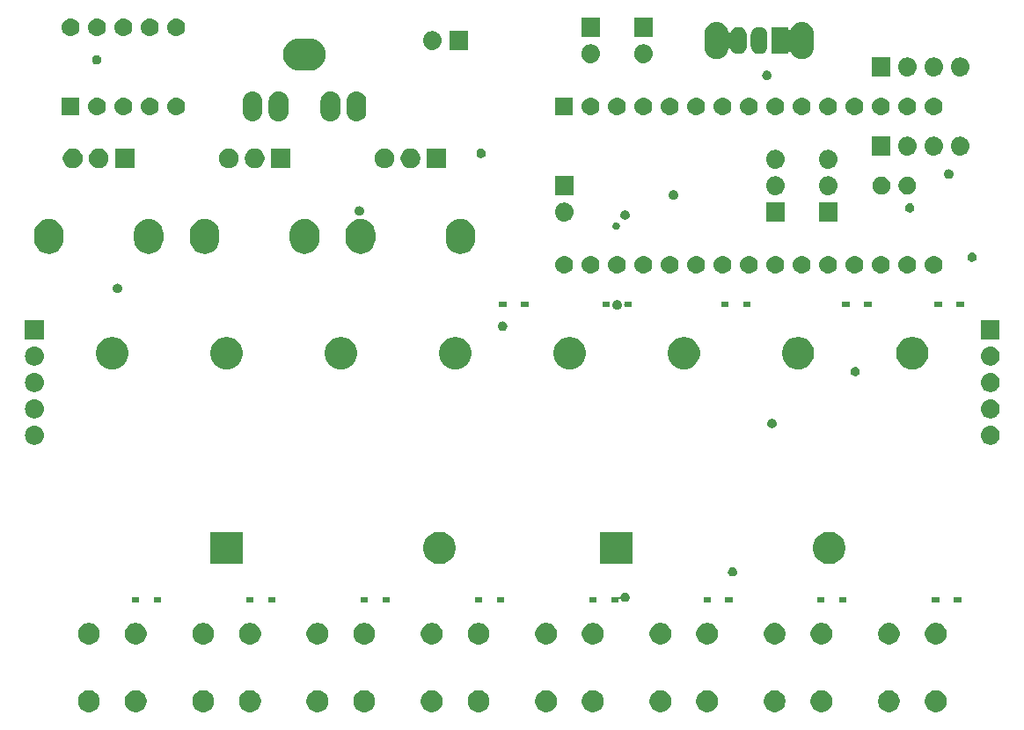
<source format=gts>
G04 #@! TF.GenerationSoftware,KiCad,Pcbnew,(5.1.4-0)*
G04 #@! TF.CreationDate,2020-07-05T15:44:46+08:00*
G04 #@! TF.ProjectId,pocketSynth,706f636b-6574-4537-996e-74682e6b6963,rev?*
G04 #@! TF.SameCoordinates,PX510ff40PY9896800*
G04 #@! TF.FileFunction,Soldermask,Top*
G04 #@! TF.FilePolarity,Negative*
%FSLAX46Y46*%
G04 Gerber Fmt 4.6, Leading zero omitted, Abs format (unit mm)*
G04 Created by KiCad (PCBNEW (5.1.4-0)) date 2020-07-05 15:44:46*
%MOMM*%
%LPD*%
G04 APERTURE LIST*
%ADD10C,0.100000*%
G04 APERTURE END LIST*
D10*
G36*
X91056564Y6260611D02*
G01*
X91247833Y6181385D01*
X91247835Y6181384D01*
X91419973Y6066365D01*
X91566365Y5919973D01*
X91681385Y5747833D01*
X91760611Y5556564D01*
X91801000Y5353516D01*
X91801000Y5146484D01*
X91760611Y4943436D01*
X91681385Y4752167D01*
X91681384Y4752165D01*
X91566365Y4580027D01*
X91419973Y4433635D01*
X91247835Y4318616D01*
X91247834Y4318615D01*
X91247833Y4318615D01*
X91056564Y4239389D01*
X90853516Y4199000D01*
X90646484Y4199000D01*
X90443436Y4239389D01*
X90252167Y4318615D01*
X90252166Y4318615D01*
X90252165Y4318616D01*
X90080027Y4433635D01*
X89933635Y4580027D01*
X89818616Y4752165D01*
X89818615Y4752167D01*
X89739389Y4943436D01*
X89699000Y5146484D01*
X89699000Y5353516D01*
X89739389Y5556564D01*
X89818615Y5747833D01*
X89933635Y5919973D01*
X90080027Y6066365D01*
X90252165Y6181384D01*
X90252167Y6181385D01*
X90443436Y6260611D01*
X90646484Y6301000D01*
X90853516Y6301000D01*
X91056564Y6260611D01*
X91056564Y6260611D01*
G37*
G36*
X86556564Y6260611D02*
G01*
X86747833Y6181385D01*
X86747835Y6181384D01*
X86919973Y6066365D01*
X87066365Y5919973D01*
X87181385Y5747833D01*
X87260611Y5556564D01*
X87301000Y5353516D01*
X87301000Y5146484D01*
X87260611Y4943436D01*
X87181385Y4752167D01*
X87181384Y4752165D01*
X87066365Y4580027D01*
X86919973Y4433635D01*
X86747835Y4318616D01*
X86747834Y4318615D01*
X86747833Y4318615D01*
X86556564Y4239389D01*
X86353516Y4199000D01*
X86146484Y4199000D01*
X85943436Y4239389D01*
X85752167Y4318615D01*
X85752166Y4318615D01*
X85752165Y4318616D01*
X85580027Y4433635D01*
X85433635Y4580027D01*
X85318616Y4752165D01*
X85318615Y4752167D01*
X85239389Y4943436D01*
X85199000Y5146484D01*
X85199000Y5353516D01*
X85239389Y5556564D01*
X85318615Y5747833D01*
X85433635Y5919973D01*
X85580027Y6066365D01*
X85752165Y6181384D01*
X85752167Y6181385D01*
X85943436Y6260611D01*
X86146484Y6301000D01*
X86353516Y6301000D01*
X86556564Y6260611D01*
X86556564Y6260611D01*
G37*
G36*
X80056564Y6260611D02*
G01*
X80247833Y6181385D01*
X80247835Y6181384D01*
X80419973Y6066365D01*
X80566365Y5919973D01*
X80681385Y5747833D01*
X80760611Y5556564D01*
X80801000Y5353516D01*
X80801000Y5146484D01*
X80760611Y4943436D01*
X80681385Y4752167D01*
X80681384Y4752165D01*
X80566365Y4580027D01*
X80419973Y4433635D01*
X80247835Y4318616D01*
X80247834Y4318615D01*
X80247833Y4318615D01*
X80056564Y4239389D01*
X79853516Y4199000D01*
X79646484Y4199000D01*
X79443436Y4239389D01*
X79252167Y4318615D01*
X79252166Y4318615D01*
X79252165Y4318616D01*
X79080027Y4433635D01*
X78933635Y4580027D01*
X78818616Y4752165D01*
X78818615Y4752167D01*
X78739389Y4943436D01*
X78699000Y5146484D01*
X78699000Y5353516D01*
X78739389Y5556564D01*
X78818615Y5747833D01*
X78933635Y5919973D01*
X79080027Y6066365D01*
X79252165Y6181384D01*
X79252167Y6181385D01*
X79443436Y6260611D01*
X79646484Y6301000D01*
X79853516Y6301000D01*
X80056564Y6260611D01*
X80056564Y6260611D01*
G37*
G36*
X75556564Y6260611D02*
G01*
X75747833Y6181385D01*
X75747835Y6181384D01*
X75919973Y6066365D01*
X76066365Y5919973D01*
X76181385Y5747833D01*
X76260611Y5556564D01*
X76301000Y5353516D01*
X76301000Y5146484D01*
X76260611Y4943436D01*
X76181385Y4752167D01*
X76181384Y4752165D01*
X76066365Y4580027D01*
X75919973Y4433635D01*
X75747835Y4318616D01*
X75747834Y4318615D01*
X75747833Y4318615D01*
X75556564Y4239389D01*
X75353516Y4199000D01*
X75146484Y4199000D01*
X74943436Y4239389D01*
X74752167Y4318615D01*
X74752166Y4318615D01*
X74752165Y4318616D01*
X74580027Y4433635D01*
X74433635Y4580027D01*
X74318616Y4752165D01*
X74318615Y4752167D01*
X74239389Y4943436D01*
X74199000Y5146484D01*
X74199000Y5353516D01*
X74239389Y5556564D01*
X74318615Y5747833D01*
X74433635Y5919973D01*
X74580027Y6066365D01*
X74752165Y6181384D01*
X74752167Y6181385D01*
X74943436Y6260611D01*
X75146484Y6301000D01*
X75353516Y6301000D01*
X75556564Y6260611D01*
X75556564Y6260611D01*
G37*
G36*
X69056564Y6260611D02*
G01*
X69247833Y6181385D01*
X69247835Y6181384D01*
X69419973Y6066365D01*
X69566365Y5919973D01*
X69681385Y5747833D01*
X69760611Y5556564D01*
X69801000Y5353516D01*
X69801000Y5146484D01*
X69760611Y4943436D01*
X69681385Y4752167D01*
X69681384Y4752165D01*
X69566365Y4580027D01*
X69419973Y4433635D01*
X69247835Y4318616D01*
X69247834Y4318615D01*
X69247833Y4318615D01*
X69056564Y4239389D01*
X68853516Y4199000D01*
X68646484Y4199000D01*
X68443436Y4239389D01*
X68252167Y4318615D01*
X68252166Y4318615D01*
X68252165Y4318616D01*
X68080027Y4433635D01*
X67933635Y4580027D01*
X67818616Y4752165D01*
X67818615Y4752167D01*
X67739389Y4943436D01*
X67699000Y5146484D01*
X67699000Y5353516D01*
X67739389Y5556564D01*
X67818615Y5747833D01*
X67933635Y5919973D01*
X68080027Y6066365D01*
X68252165Y6181384D01*
X68252167Y6181385D01*
X68443436Y6260611D01*
X68646484Y6301000D01*
X68853516Y6301000D01*
X69056564Y6260611D01*
X69056564Y6260611D01*
G37*
G36*
X64556564Y6260611D02*
G01*
X64747833Y6181385D01*
X64747835Y6181384D01*
X64919973Y6066365D01*
X65066365Y5919973D01*
X65181385Y5747833D01*
X65260611Y5556564D01*
X65301000Y5353516D01*
X65301000Y5146484D01*
X65260611Y4943436D01*
X65181385Y4752167D01*
X65181384Y4752165D01*
X65066365Y4580027D01*
X64919973Y4433635D01*
X64747835Y4318616D01*
X64747834Y4318615D01*
X64747833Y4318615D01*
X64556564Y4239389D01*
X64353516Y4199000D01*
X64146484Y4199000D01*
X63943436Y4239389D01*
X63752167Y4318615D01*
X63752166Y4318615D01*
X63752165Y4318616D01*
X63580027Y4433635D01*
X63433635Y4580027D01*
X63318616Y4752165D01*
X63318615Y4752167D01*
X63239389Y4943436D01*
X63199000Y5146484D01*
X63199000Y5353516D01*
X63239389Y5556564D01*
X63318615Y5747833D01*
X63433635Y5919973D01*
X63580027Y6066365D01*
X63752165Y6181384D01*
X63752167Y6181385D01*
X63943436Y6260611D01*
X64146484Y6301000D01*
X64353516Y6301000D01*
X64556564Y6260611D01*
X64556564Y6260611D01*
G37*
G36*
X58056564Y6260611D02*
G01*
X58247833Y6181385D01*
X58247835Y6181384D01*
X58419973Y6066365D01*
X58566365Y5919973D01*
X58681385Y5747833D01*
X58760611Y5556564D01*
X58801000Y5353516D01*
X58801000Y5146484D01*
X58760611Y4943436D01*
X58681385Y4752167D01*
X58681384Y4752165D01*
X58566365Y4580027D01*
X58419973Y4433635D01*
X58247835Y4318616D01*
X58247834Y4318615D01*
X58247833Y4318615D01*
X58056564Y4239389D01*
X57853516Y4199000D01*
X57646484Y4199000D01*
X57443436Y4239389D01*
X57252167Y4318615D01*
X57252166Y4318615D01*
X57252165Y4318616D01*
X57080027Y4433635D01*
X56933635Y4580027D01*
X56818616Y4752165D01*
X56818615Y4752167D01*
X56739389Y4943436D01*
X56699000Y5146484D01*
X56699000Y5353516D01*
X56739389Y5556564D01*
X56818615Y5747833D01*
X56933635Y5919973D01*
X57080027Y6066365D01*
X57252165Y6181384D01*
X57252167Y6181385D01*
X57443436Y6260611D01*
X57646484Y6301000D01*
X57853516Y6301000D01*
X58056564Y6260611D01*
X58056564Y6260611D01*
G37*
G36*
X53556564Y6260611D02*
G01*
X53747833Y6181385D01*
X53747835Y6181384D01*
X53919973Y6066365D01*
X54066365Y5919973D01*
X54181385Y5747833D01*
X54260611Y5556564D01*
X54301000Y5353516D01*
X54301000Y5146484D01*
X54260611Y4943436D01*
X54181385Y4752167D01*
X54181384Y4752165D01*
X54066365Y4580027D01*
X53919973Y4433635D01*
X53747835Y4318616D01*
X53747834Y4318615D01*
X53747833Y4318615D01*
X53556564Y4239389D01*
X53353516Y4199000D01*
X53146484Y4199000D01*
X52943436Y4239389D01*
X52752167Y4318615D01*
X52752166Y4318615D01*
X52752165Y4318616D01*
X52580027Y4433635D01*
X52433635Y4580027D01*
X52318616Y4752165D01*
X52318615Y4752167D01*
X52239389Y4943436D01*
X52199000Y5146484D01*
X52199000Y5353516D01*
X52239389Y5556564D01*
X52318615Y5747833D01*
X52433635Y5919973D01*
X52580027Y6066365D01*
X52752165Y6181384D01*
X52752167Y6181385D01*
X52943436Y6260611D01*
X53146484Y6301000D01*
X53353516Y6301000D01*
X53556564Y6260611D01*
X53556564Y6260611D01*
G37*
G36*
X47056564Y6260611D02*
G01*
X47247833Y6181385D01*
X47247835Y6181384D01*
X47419973Y6066365D01*
X47566365Y5919973D01*
X47681385Y5747833D01*
X47760611Y5556564D01*
X47801000Y5353516D01*
X47801000Y5146484D01*
X47760611Y4943436D01*
X47681385Y4752167D01*
X47681384Y4752165D01*
X47566365Y4580027D01*
X47419973Y4433635D01*
X47247835Y4318616D01*
X47247834Y4318615D01*
X47247833Y4318615D01*
X47056564Y4239389D01*
X46853516Y4199000D01*
X46646484Y4199000D01*
X46443436Y4239389D01*
X46252167Y4318615D01*
X46252166Y4318615D01*
X46252165Y4318616D01*
X46080027Y4433635D01*
X45933635Y4580027D01*
X45818616Y4752165D01*
X45818615Y4752167D01*
X45739389Y4943436D01*
X45699000Y5146484D01*
X45699000Y5353516D01*
X45739389Y5556564D01*
X45818615Y5747833D01*
X45933635Y5919973D01*
X46080027Y6066365D01*
X46252165Y6181384D01*
X46252167Y6181385D01*
X46443436Y6260611D01*
X46646484Y6301000D01*
X46853516Y6301000D01*
X47056564Y6260611D01*
X47056564Y6260611D01*
G37*
G36*
X42556564Y6260611D02*
G01*
X42747833Y6181385D01*
X42747835Y6181384D01*
X42919973Y6066365D01*
X43066365Y5919973D01*
X43181385Y5747833D01*
X43260611Y5556564D01*
X43301000Y5353516D01*
X43301000Y5146484D01*
X43260611Y4943436D01*
X43181385Y4752167D01*
X43181384Y4752165D01*
X43066365Y4580027D01*
X42919973Y4433635D01*
X42747835Y4318616D01*
X42747834Y4318615D01*
X42747833Y4318615D01*
X42556564Y4239389D01*
X42353516Y4199000D01*
X42146484Y4199000D01*
X41943436Y4239389D01*
X41752167Y4318615D01*
X41752166Y4318615D01*
X41752165Y4318616D01*
X41580027Y4433635D01*
X41433635Y4580027D01*
X41318616Y4752165D01*
X41318615Y4752167D01*
X41239389Y4943436D01*
X41199000Y5146484D01*
X41199000Y5353516D01*
X41239389Y5556564D01*
X41318615Y5747833D01*
X41433635Y5919973D01*
X41580027Y6066365D01*
X41752165Y6181384D01*
X41752167Y6181385D01*
X41943436Y6260611D01*
X42146484Y6301000D01*
X42353516Y6301000D01*
X42556564Y6260611D01*
X42556564Y6260611D01*
G37*
G36*
X36056564Y6260611D02*
G01*
X36247833Y6181385D01*
X36247835Y6181384D01*
X36419973Y6066365D01*
X36566365Y5919973D01*
X36681385Y5747833D01*
X36760611Y5556564D01*
X36801000Y5353516D01*
X36801000Y5146484D01*
X36760611Y4943436D01*
X36681385Y4752167D01*
X36681384Y4752165D01*
X36566365Y4580027D01*
X36419973Y4433635D01*
X36247835Y4318616D01*
X36247834Y4318615D01*
X36247833Y4318615D01*
X36056564Y4239389D01*
X35853516Y4199000D01*
X35646484Y4199000D01*
X35443436Y4239389D01*
X35252167Y4318615D01*
X35252166Y4318615D01*
X35252165Y4318616D01*
X35080027Y4433635D01*
X34933635Y4580027D01*
X34818616Y4752165D01*
X34818615Y4752167D01*
X34739389Y4943436D01*
X34699000Y5146484D01*
X34699000Y5353516D01*
X34739389Y5556564D01*
X34818615Y5747833D01*
X34933635Y5919973D01*
X35080027Y6066365D01*
X35252165Y6181384D01*
X35252167Y6181385D01*
X35443436Y6260611D01*
X35646484Y6301000D01*
X35853516Y6301000D01*
X36056564Y6260611D01*
X36056564Y6260611D01*
G37*
G36*
X31556564Y6260611D02*
G01*
X31747833Y6181385D01*
X31747835Y6181384D01*
X31919973Y6066365D01*
X32066365Y5919973D01*
X32181385Y5747833D01*
X32260611Y5556564D01*
X32301000Y5353516D01*
X32301000Y5146484D01*
X32260611Y4943436D01*
X32181385Y4752167D01*
X32181384Y4752165D01*
X32066365Y4580027D01*
X31919973Y4433635D01*
X31747835Y4318616D01*
X31747834Y4318615D01*
X31747833Y4318615D01*
X31556564Y4239389D01*
X31353516Y4199000D01*
X31146484Y4199000D01*
X30943436Y4239389D01*
X30752167Y4318615D01*
X30752166Y4318615D01*
X30752165Y4318616D01*
X30580027Y4433635D01*
X30433635Y4580027D01*
X30318616Y4752165D01*
X30318615Y4752167D01*
X30239389Y4943436D01*
X30199000Y5146484D01*
X30199000Y5353516D01*
X30239389Y5556564D01*
X30318615Y5747833D01*
X30433635Y5919973D01*
X30580027Y6066365D01*
X30752165Y6181384D01*
X30752167Y6181385D01*
X30943436Y6260611D01*
X31146484Y6301000D01*
X31353516Y6301000D01*
X31556564Y6260611D01*
X31556564Y6260611D01*
G37*
G36*
X25056564Y6260611D02*
G01*
X25247833Y6181385D01*
X25247835Y6181384D01*
X25419973Y6066365D01*
X25566365Y5919973D01*
X25681385Y5747833D01*
X25760611Y5556564D01*
X25801000Y5353516D01*
X25801000Y5146484D01*
X25760611Y4943436D01*
X25681385Y4752167D01*
X25681384Y4752165D01*
X25566365Y4580027D01*
X25419973Y4433635D01*
X25247835Y4318616D01*
X25247834Y4318615D01*
X25247833Y4318615D01*
X25056564Y4239389D01*
X24853516Y4199000D01*
X24646484Y4199000D01*
X24443436Y4239389D01*
X24252167Y4318615D01*
X24252166Y4318615D01*
X24252165Y4318616D01*
X24080027Y4433635D01*
X23933635Y4580027D01*
X23818616Y4752165D01*
X23818615Y4752167D01*
X23739389Y4943436D01*
X23699000Y5146484D01*
X23699000Y5353516D01*
X23739389Y5556564D01*
X23818615Y5747833D01*
X23933635Y5919973D01*
X24080027Y6066365D01*
X24252165Y6181384D01*
X24252167Y6181385D01*
X24443436Y6260611D01*
X24646484Y6301000D01*
X24853516Y6301000D01*
X25056564Y6260611D01*
X25056564Y6260611D01*
G37*
G36*
X20556564Y6260611D02*
G01*
X20747833Y6181385D01*
X20747835Y6181384D01*
X20919973Y6066365D01*
X21066365Y5919973D01*
X21181385Y5747833D01*
X21260611Y5556564D01*
X21301000Y5353516D01*
X21301000Y5146484D01*
X21260611Y4943436D01*
X21181385Y4752167D01*
X21181384Y4752165D01*
X21066365Y4580027D01*
X20919973Y4433635D01*
X20747835Y4318616D01*
X20747834Y4318615D01*
X20747833Y4318615D01*
X20556564Y4239389D01*
X20353516Y4199000D01*
X20146484Y4199000D01*
X19943436Y4239389D01*
X19752167Y4318615D01*
X19752166Y4318615D01*
X19752165Y4318616D01*
X19580027Y4433635D01*
X19433635Y4580027D01*
X19318616Y4752165D01*
X19318615Y4752167D01*
X19239389Y4943436D01*
X19199000Y5146484D01*
X19199000Y5353516D01*
X19239389Y5556564D01*
X19318615Y5747833D01*
X19433635Y5919973D01*
X19580027Y6066365D01*
X19752165Y6181384D01*
X19752167Y6181385D01*
X19943436Y6260611D01*
X20146484Y6301000D01*
X20353516Y6301000D01*
X20556564Y6260611D01*
X20556564Y6260611D01*
G37*
G36*
X14056564Y6260611D02*
G01*
X14247833Y6181385D01*
X14247835Y6181384D01*
X14419973Y6066365D01*
X14566365Y5919973D01*
X14681385Y5747833D01*
X14760611Y5556564D01*
X14801000Y5353516D01*
X14801000Y5146484D01*
X14760611Y4943436D01*
X14681385Y4752167D01*
X14681384Y4752165D01*
X14566365Y4580027D01*
X14419973Y4433635D01*
X14247835Y4318616D01*
X14247834Y4318615D01*
X14247833Y4318615D01*
X14056564Y4239389D01*
X13853516Y4199000D01*
X13646484Y4199000D01*
X13443436Y4239389D01*
X13252167Y4318615D01*
X13252166Y4318615D01*
X13252165Y4318616D01*
X13080027Y4433635D01*
X12933635Y4580027D01*
X12818616Y4752165D01*
X12818615Y4752167D01*
X12739389Y4943436D01*
X12699000Y5146484D01*
X12699000Y5353516D01*
X12739389Y5556564D01*
X12818615Y5747833D01*
X12933635Y5919973D01*
X13080027Y6066365D01*
X13252165Y6181384D01*
X13252167Y6181385D01*
X13443436Y6260611D01*
X13646484Y6301000D01*
X13853516Y6301000D01*
X14056564Y6260611D01*
X14056564Y6260611D01*
G37*
G36*
X9556564Y6260611D02*
G01*
X9747833Y6181385D01*
X9747835Y6181384D01*
X9919973Y6066365D01*
X10066365Y5919973D01*
X10181385Y5747833D01*
X10260611Y5556564D01*
X10301000Y5353516D01*
X10301000Y5146484D01*
X10260611Y4943436D01*
X10181385Y4752167D01*
X10181384Y4752165D01*
X10066365Y4580027D01*
X9919973Y4433635D01*
X9747835Y4318616D01*
X9747834Y4318615D01*
X9747833Y4318615D01*
X9556564Y4239389D01*
X9353516Y4199000D01*
X9146484Y4199000D01*
X8943436Y4239389D01*
X8752167Y4318615D01*
X8752166Y4318615D01*
X8752165Y4318616D01*
X8580027Y4433635D01*
X8433635Y4580027D01*
X8318616Y4752165D01*
X8318615Y4752167D01*
X8239389Y4943436D01*
X8199000Y5146484D01*
X8199000Y5353516D01*
X8239389Y5556564D01*
X8318615Y5747833D01*
X8433635Y5919973D01*
X8580027Y6066365D01*
X8752165Y6181384D01*
X8752167Y6181385D01*
X8943436Y6260611D01*
X9146484Y6301000D01*
X9353516Y6301000D01*
X9556564Y6260611D01*
X9556564Y6260611D01*
G37*
G36*
X9556564Y12760611D02*
G01*
X9747833Y12681385D01*
X9747835Y12681384D01*
X9919973Y12566365D01*
X10066365Y12419973D01*
X10181385Y12247833D01*
X10260611Y12056564D01*
X10301000Y11853516D01*
X10301000Y11646484D01*
X10260611Y11443436D01*
X10181385Y11252167D01*
X10181384Y11252165D01*
X10066365Y11080027D01*
X9919973Y10933635D01*
X9747835Y10818616D01*
X9747834Y10818615D01*
X9747833Y10818615D01*
X9556564Y10739389D01*
X9353516Y10699000D01*
X9146484Y10699000D01*
X8943436Y10739389D01*
X8752167Y10818615D01*
X8752166Y10818615D01*
X8752165Y10818616D01*
X8580027Y10933635D01*
X8433635Y11080027D01*
X8318616Y11252165D01*
X8318615Y11252167D01*
X8239389Y11443436D01*
X8199000Y11646484D01*
X8199000Y11853516D01*
X8239389Y12056564D01*
X8318615Y12247833D01*
X8433635Y12419973D01*
X8580027Y12566365D01*
X8752165Y12681384D01*
X8752167Y12681385D01*
X8943436Y12760611D01*
X9146484Y12801000D01*
X9353516Y12801000D01*
X9556564Y12760611D01*
X9556564Y12760611D01*
G37*
G36*
X91056564Y12760611D02*
G01*
X91247833Y12681385D01*
X91247835Y12681384D01*
X91419973Y12566365D01*
X91566365Y12419973D01*
X91681385Y12247833D01*
X91760611Y12056564D01*
X91801000Y11853516D01*
X91801000Y11646484D01*
X91760611Y11443436D01*
X91681385Y11252167D01*
X91681384Y11252165D01*
X91566365Y11080027D01*
X91419973Y10933635D01*
X91247835Y10818616D01*
X91247834Y10818615D01*
X91247833Y10818615D01*
X91056564Y10739389D01*
X90853516Y10699000D01*
X90646484Y10699000D01*
X90443436Y10739389D01*
X90252167Y10818615D01*
X90252166Y10818615D01*
X90252165Y10818616D01*
X90080027Y10933635D01*
X89933635Y11080027D01*
X89818616Y11252165D01*
X89818615Y11252167D01*
X89739389Y11443436D01*
X89699000Y11646484D01*
X89699000Y11853516D01*
X89739389Y12056564D01*
X89818615Y12247833D01*
X89933635Y12419973D01*
X90080027Y12566365D01*
X90252165Y12681384D01*
X90252167Y12681385D01*
X90443436Y12760611D01*
X90646484Y12801000D01*
X90853516Y12801000D01*
X91056564Y12760611D01*
X91056564Y12760611D01*
G37*
G36*
X47056564Y12760611D02*
G01*
X47247833Y12681385D01*
X47247835Y12681384D01*
X47419973Y12566365D01*
X47566365Y12419973D01*
X47681385Y12247833D01*
X47760611Y12056564D01*
X47801000Y11853516D01*
X47801000Y11646484D01*
X47760611Y11443436D01*
X47681385Y11252167D01*
X47681384Y11252165D01*
X47566365Y11080027D01*
X47419973Y10933635D01*
X47247835Y10818616D01*
X47247834Y10818615D01*
X47247833Y10818615D01*
X47056564Y10739389D01*
X46853516Y10699000D01*
X46646484Y10699000D01*
X46443436Y10739389D01*
X46252167Y10818615D01*
X46252166Y10818615D01*
X46252165Y10818616D01*
X46080027Y10933635D01*
X45933635Y11080027D01*
X45818616Y11252165D01*
X45818615Y11252167D01*
X45739389Y11443436D01*
X45699000Y11646484D01*
X45699000Y11853516D01*
X45739389Y12056564D01*
X45818615Y12247833D01*
X45933635Y12419973D01*
X46080027Y12566365D01*
X46252165Y12681384D01*
X46252167Y12681385D01*
X46443436Y12760611D01*
X46646484Y12801000D01*
X46853516Y12801000D01*
X47056564Y12760611D01*
X47056564Y12760611D01*
G37*
G36*
X42556564Y12760611D02*
G01*
X42747833Y12681385D01*
X42747835Y12681384D01*
X42919973Y12566365D01*
X43066365Y12419973D01*
X43181385Y12247833D01*
X43260611Y12056564D01*
X43301000Y11853516D01*
X43301000Y11646484D01*
X43260611Y11443436D01*
X43181385Y11252167D01*
X43181384Y11252165D01*
X43066365Y11080027D01*
X42919973Y10933635D01*
X42747835Y10818616D01*
X42747834Y10818615D01*
X42747833Y10818615D01*
X42556564Y10739389D01*
X42353516Y10699000D01*
X42146484Y10699000D01*
X41943436Y10739389D01*
X41752167Y10818615D01*
X41752166Y10818615D01*
X41752165Y10818616D01*
X41580027Y10933635D01*
X41433635Y11080027D01*
X41318616Y11252165D01*
X41318615Y11252167D01*
X41239389Y11443436D01*
X41199000Y11646484D01*
X41199000Y11853516D01*
X41239389Y12056564D01*
X41318615Y12247833D01*
X41433635Y12419973D01*
X41580027Y12566365D01*
X41752165Y12681384D01*
X41752167Y12681385D01*
X41943436Y12760611D01*
X42146484Y12801000D01*
X42353516Y12801000D01*
X42556564Y12760611D01*
X42556564Y12760611D01*
G37*
G36*
X53556564Y12760611D02*
G01*
X53747833Y12681385D01*
X53747835Y12681384D01*
X53919973Y12566365D01*
X54066365Y12419973D01*
X54181385Y12247833D01*
X54260611Y12056564D01*
X54301000Y11853516D01*
X54301000Y11646484D01*
X54260611Y11443436D01*
X54181385Y11252167D01*
X54181384Y11252165D01*
X54066365Y11080027D01*
X53919973Y10933635D01*
X53747835Y10818616D01*
X53747834Y10818615D01*
X53747833Y10818615D01*
X53556564Y10739389D01*
X53353516Y10699000D01*
X53146484Y10699000D01*
X52943436Y10739389D01*
X52752167Y10818615D01*
X52752166Y10818615D01*
X52752165Y10818616D01*
X52580027Y10933635D01*
X52433635Y11080027D01*
X52318616Y11252165D01*
X52318615Y11252167D01*
X52239389Y11443436D01*
X52199000Y11646484D01*
X52199000Y11853516D01*
X52239389Y12056564D01*
X52318615Y12247833D01*
X52433635Y12419973D01*
X52580027Y12566365D01*
X52752165Y12681384D01*
X52752167Y12681385D01*
X52943436Y12760611D01*
X53146484Y12801000D01*
X53353516Y12801000D01*
X53556564Y12760611D01*
X53556564Y12760611D01*
G37*
G36*
X58056564Y12760611D02*
G01*
X58247833Y12681385D01*
X58247835Y12681384D01*
X58419973Y12566365D01*
X58566365Y12419973D01*
X58681385Y12247833D01*
X58760611Y12056564D01*
X58801000Y11853516D01*
X58801000Y11646484D01*
X58760611Y11443436D01*
X58681385Y11252167D01*
X58681384Y11252165D01*
X58566365Y11080027D01*
X58419973Y10933635D01*
X58247835Y10818616D01*
X58247834Y10818615D01*
X58247833Y10818615D01*
X58056564Y10739389D01*
X57853516Y10699000D01*
X57646484Y10699000D01*
X57443436Y10739389D01*
X57252167Y10818615D01*
X57252166Y10818615D01*
X57252165Y10818616D01*
X57080027Y10933635D01*
X56933635Y11080027D01*
X56818616Y11252165D01*
X56818615Y11252167D01*
X56739389Y11443436D01*
X56699000Y11646484D01*
X56699000Y11853516D01*
X56739389Y12056564D01*
X56818615Y12247833D01*
X56933635Y12419973D01*
X57080027Y12566365D01*
X57252165Y12681384D01*
X57252167Y12681385D01*
X57443436Y12760611D01*
X57646484Y12801000D01*
X57853516Y12801000D01*
X58056564Y12760611D01*
X58056564Y12760611D01*
G37*
G36*
X86556564Y12760611D02*
G01*
X86747833Y12681385D01*
X86747835Y12681384D01*
X86919973Y12566365D01*
X87066365Y12419973D01*
X87181385Y12247833D01*
X87260611Y12056564D01*
X87301000Y11853516D01*
X87301000Y11646484D01*
X87260611Y11443436D01*
X87181385Y11252167D01*
X87181384Y11252165D01*
X87066365Y11080027D01*
X86919973Y10933635D01*
X86747835Y10818616D01*
X86747834Y10818615D01*
X86747833Y10818615D01*
X86556564Y10739389D01*
X86353516Y10699000D01*
X86146484Y10699000D01*
X85943436Y10739389D01*
X85752167Y10818615D01*
X85752166Y10818615D01*
X85752165Y10818616D01*
X85580027Y10933635D01*
X85433635Y11080027D01*
X85318616Y11252165D01*
X85318615Y11252167D01*
X85239389Y11443436D01*
X85199000Y11646484D01*
X85199000Y11853516D01*
X85239389Y12056564D01*
X85318615Y12247833D01*
X85433635Y12419973D01*
X85580027Y12566365D01*
X85752165Y12681384D01*
X85752167Y12681385D01*
X85943436Y12760611D01*
X86146484Y12801000D01*
X86353516Y12801000D01*
X86556564Y12760611D01*
X86556564Y12760611D01*
G37*
G36*
X80056564Y12760611D02*
G01*
X80247833Y12681385D01*
X80247835Y12681384D01*
X80419973Y12566365D01*
X80566365Y12419973D01*
X80681385Y12247833D01*
X80760611Y12056564D01*
X80801000Y11853516D01*
X80801000Y11646484D01*
X80760611Y11443436D01*
X80681385Y11252167D01*
X80681384Y11252165D01*
X80566365Y11080027D01*
X80419973Y10933635D01*
X80247835Y10818616D01*
X80247834Y10818615D01*
X80247833Y10818615D01*
X80056564Y10739389D01*
X79853516Y10699000D01*
X79646484Y10699000D01*
X79443436Y10739389D01*
X79252167Y10818615D01*
X79252166Y10818615D01*
X79252165Y10818616D01*
X79080027Y10933635D01*
X78933635Y11080027D01*
X78818616Y11252165D01*
X78818615Y11252167D01*
X78739389Y11443436D01*
X78699000Y11646484D01*
X78699000Y11853516D01*
X78739389Y12056564D01*
X78818615Y12247833D01*
X78933635Y12419973D01*
X79080027Y12566365D01*
X79252165Y12681384D01*
X79252167Y12681385D01*
X79443436Y12760611D01*
X79646484Y12801000D01*
X79853516Y12801000D01*
X80056564Y12760611D01*
X80056564Y12760611D01*
G37*
G36*
X75556564Y12760611D02*
G01*
X75747833Y12681385D01*
X75747835Y12681384D01*
X75919973Y12566365D01*
X76066365Y12419973D01*
X76181385Y12247833D01*
X76260611Y12056564D01*
X76301000Y11853516D01*
X76301000Y11646484D01*
X76260611Y11443436D01*
X76181385Y11252167D01*
X76181384Y11252165D01*
X76066365Y11080027D01*
X75919973Y10933635D01*
X75747835Y10818616D01*
X75747834Y10818615D01*
X75747833Y10818615D01*
X75556564Y10739389D01*
X75353516Y10699000D01*
X75146484Y10699000D01*
X74943436Y10739389D01*
X74752167Y10818615D01*
X74752166Y10818615D01*
X74752165Y10818616D01*
X74580027Y10933635D01*
X74433635Y11080027D01*
X74318616Y11252165D01*
X74318615Y11252167D01*
X74239389Y11443436D01*
X74199000Y11646484D01*
X74199000Y11853516D01*
X74239389Y12056564D01*
X74318615Y12247833D01*
X74433635Y12419973D01*
X74580027Y12566365D01*
X74752165Y12681384D01*
X74752167Y12681385D01*
X74943436Y12760611D01*
X75146484Y12801000D01*
X75353516Y12801000D01*
X75556564Y12760611D01*
X75556564Y12760611D01*
G37*
G36*
X69056564Y12760611D02*
G01*
X69247833Y12681385D01*
X69247835Y12681384D01*
X69419973Y12566365D01*
X69566365Y12419973D01*
X69681385Y12247833D01*
X69760611Y12056564D01*
X69801000Y11853516D01*
X69801000Y11646484D01*
X69760611Y11443436D01*
X69681385Y11252167D01*
X69681384Y11252165D01*
X69566365Y11080027D01*
X69419973Y10933635D01*
X69247835Y10818616D01*
X69247834Y10818615D01*
X69247833Y10818615D01*
X69056564Y10739389D01*
X68853516Y10699000D01*
X68646484Y10699000D01*
X68443436Y10739389D01*
X68252167Y10818615D01*
X68252166Y10818615D01*
X68252165Y10818616D01*
X68080027Y10933635D01*
X67933635Y11080027D01*
X67818616Y11252165D01*
X67818615Y11252167D01*
X67739389Y11443436D01*
X67699000Y11646484D01*
X67699000Y11853516D01*
X67739389Y12056564D01*
X67818615Y12247833D01*
X67933635Y12419973D01*
X68080027Y12566365D01*
X68252165Y12681384D01*
X68252167Y12681385D01*
X68443436Y12760611D01*
X68646484Y12801000D01*
X68853516Y12801000D01*
X69056564Y12760611D01*
X69056564Y12760611D01*
G37*
G36*
X64556564Y12760611D02*
G01*
X64747833Y12681385D01*
X64747835Y12681384D01*
X64919973Y12566365D01*
X65066365Y12419973D01*
X65181385Y12247833D01*
X65260611Y12056564D01*
X65301000Y11853516D01*
X65301000Y11646484D01*
X65260611Y11443436D01*
X65181385Y11252167D01*
X65181384Y11252165D01*
X65066365Y11080027D01*
X64919973Y10933635D01*
X64747835Y10818616D01*
X64747834Y10818615D01*
X64747833Y10818615D01*
X64556564Y10739389D01*
X64353516Y10699000D01*
X64146484Y10699000D01*
X63943436Y10739389D01*
X63752167Y10818615D01*
X63752166Y10818615D01*
X63752165Y10818616D01*
X63580027Y10933635D01*
X63433635Y11080027D01*
X63318616Y11252165D01*
X63318615Y11252167D01*
X63239389Y11443436D01*
X63199000Y11646484D01*
X63199000Y11853516D01*
X63239389Y12056564D01*
X63318615Y12247833D01*
X63433635Y12419973D01*
X63580027Y12566365D01*
X63752165Y12681384D01*
X63752167Y12681385D01*
X63943436Y12760611D01*
X64146484Y12801000D01*
X64353516Y12801000D01*
X64556564Y12760611D01*
X64556564Y12760611D01*
G37*
G36*
X36056564Y12760611D02*
G01*
X36247833Y12681385D01*
X36247835Y12681384D01*
X36419973Y12566365D01*
X36566365Y12419973D01*
X36681385Y12247833D01*
X36760611Y12056564D01*
X36801000Y11853516D01*
X36801000Y11646484D01*
X36760611Y11443436D01*
X36681385Y11252167D01*
X36681384Y11252165D01*
X36566365Y11080027D01*
X36419973Y10933635D01*
X36247835Y10818616D01*
X36247834Y10818615D01*
X36247833Y10818615D01*
X36056564Y10739389D01*
X35853516Y10699000D01*
X35646484Y10699000D01*
X35443436Y10739389D01*
X35252167Y10818615D01*
X35252166Y10818615D01*
X35252165Y10818616D01*
X35080027Y10933635D01*
X34933635Y11080027D01*
X34818616Y11252165D01*
X34818615Y11252167D01*
X34739389Y11443436D01*
X34699000Y11646484D01*
X34699000Y11853516D01*
X34739389Y12056564D01*
X34818615Y12247833D01*
X34933635Y12419973D01*
X35080027Y12566365D01*
X35252165Y12681384D01*
X35252167Y12681385D01*
X35443436Y12760611D01*
X35646484Y12801000D01*
X35853516Y12801000D01*
X36056564Y12760611D01*
X36056564Y12760611D01*
G37*
G36*
X31556564Y12760611D02*
G01*
X31747833Y12681385D01*
X31747835Y12681384D01*
X31919973Y12566365D01*
X32066365Y12419973D01*
X32181385Y12247833D01*
X32260611Y12056564D01*
X32301000Y11853516D01*
X32301000Y11646484D01*
X32260611Y11443436D01*
X32181385Y11252167D01*
X32181384Y11252165D01*
X32066365Y11080027D01*
X31919973Y10933635D01*
X31747835Y10818616D01*
X31747834Y10818615D01*
X31747833Y10818615D01*
X31556564Y10739389D01*
X31353516Y10699000D01*
X31146484Y10699000D01*
X30943436Y10739389D01*
X30752167Y10818615D01*
X30752166Y10818615D01*
X30752165Y10818616D01*
X30580027Y10933635D01*
X30433635Y11080027D01*
X30318616Y11252165D01*
X30318615Y11252167D01*
X30239389Y11443436D01*
X30199000Y11646484D01*
X30199000Y11853516D01*
X30239389Y12056564D01*
X30318615Y12247833D01*
X30433635Y12419973D01*
X30580027Y12566365D01*
X30752165Y12681384D01*
X30752167Y12681385D01*
X30943436Y12760611D01*
X31146484Y12801000D01*
X31353516Y12801000D01*
X31556564Y12760611D01*
X31556564Y12760611D01*
G37*
G36*
X20556564Y12760611D02*
G01*
X20747833Y12681385D01*
X20747835Y12681384D01*
X20919973Y12566365D01*
X21066365Y12419973D01*
X21181385Y12247833D01*
X21260611Y12056564D01*
X21301000Y11853516D01*
X21301000Y11646484D01*
X21260611Y11443436D01*
X21181385Y11252167D01*
X21181384Y11252165D01*
X21066365Y11080027D01*
X20919973Y10933635D01*
X20747835Y10818616D01*
X20747834Y10818615D01*
X20747833Y10818615D01*
X20556564Y10739389D01*
X20353516Y10699000D01*
X20146484Y10699000D01*
X19943436Y10739389D01*
X19752167Y10818615D01*
X19752166Y10818615D01*
X19752165Y10818616D01*
X19580027Y10933635D01*
X19433635Y11080027D01*
X19318616Y11252165D01*
X19318615Y11252167D01*
X19239389Y11443436D01*
X19199000Y11646484D01*
X19199000Y11853516D01*
X19239389Y12056564D01*
X19318615Y12247833D01*
X19433635Y12419973D01*
X19580027Y12566365D01*
X19752165Y12681384D01*
X19752167Y12681385D01*
X19943436Y12760611D01*
X20146484Y12801000D01*
X20353516Y12801000D01*
X20556564Y12760611D01*
X20556564Y12760611D01*
G37*
G36*
X25056564Y12760611D02*
G01*
X25247833Y12681385D01*
X25247835Y12681384D01*
X25419973Y12566365D01*
X25566365Y12419973D01*
X25681385Y12247833D01*
X25760611Y12056564D01*
X25801000Y11853516D01*
X25801000Y11646484D01*
X25760611Y11443436D01*
X25681385Y11252167D01*
X25681384Y11252165D01*
X25566365Y11080027D01*
X25419973Y10933635D01*
X25247835Y10818616D01*
X25247834Y10818615D01*
X25247833Y10818615D01*
X25056564Y10739389D01*
X24853516Y10699000D01*
X24646484Y10699000D01*
X24443436Y10739389D01*
X24252167Y10818615D01*
X24252166Y10818615D01*
X24252165Y10818616D01*
X24080027Y10933635D01*
X23933635Y11080027D01*
X23818616Y11252165D01*
X23818615Y11252167D01*
X23739389Y11443436D01*
X23699000Y11646484D01*
X23699000Y11853516D01*
X23739389Y12056564D01*
X23818615Y12247833D01*
X23933635Y12419973D01*
X24080027Y12566365D01*
X24252165Y12681384D01*
X24252167Y12681385D01*
X24443436Y12760611D01*
X24646484Y12801000D01*
X24853516Y12801000D01*
X25056564Y12760611D01*
X25056564Y12760611D01*
G37*
G36*
X14056564Y12760611D02*
G01*
X14247833Y12681385D01*
X14247835Y12681384D01*
X14419973Y12566365D01*
X14566365Y12419973D01*
X14681385Y12247833D01*
X14760611Y12056564D01*
X14801000Y11853516D01*
X14801000Y11646484D01*
X14760611Y11443436D01*
X14681385Y11252167D01*
X14681384Y11252165D01*
X14566365Y11080027D01*
X14419973Y10933635D01*
X14247835Y10818616D01*
X14247834Y10818615D01*
X14247833Y10818615D01*
X14056564Y10739389D01*
X13853516Y10699000D01*
X13646484Y10699000D01*
X13443436Y10739389D01*
X13252167Y10818615D01*
X13252166Y10818615D01*
X13252165Y10818616D01*
X13080027Y10933635D01*
X12933635Y11080027D01*
X12818616Y11252165D01*
X12818615Y11252167D01*
X12739389Y11443436D01*
X12699000Y11646484D01*
X12699000Y11853516D01*
X12739389Y12056564D01*
X12818615Y12247833D01*
X12933635Y12419973D01*
X13080027Y12566365D01*
X13252165Y12681384D01*
X13252167Y12681385D01*
X13443436Y12760611D01*
X13646484Y12801000D01*
X13853516Y12801000D01*
X14056564Y12760611D01*
X14056564Y12760611D01*
G37*
G36*
X93201000Y14724000D02*
G01*
X92499000Y14724000D01*
X92499000Y15276000D01*
X93201000Y15276000D01*
X93201000Y14724000D01*
X93201000Y14724000D01*
G37*
G36*
X91101000Y14724000D02*
G01*
X90399000Y14724000D01*
X90399000Y15276000D01*
X91101000Y15276000D01*
X91101000Y14724000D01*
X91101000Y14724000D01*
G37*
G36*
X80051000Y14724000D02*
G01*
X79349000Y14724000D01*
X79349000Y15276000D01*
X80051000Y15276000D01*
X80051000Y14724000D01*
X80051000Y14724000D01*
G37*
G36*
X82151000Y14724000D02*
G01*
X81449000Y14724000D01*
X81449000Y15276000D01*
X82151000Y15276000D01*
X82151000Y14724000D01*
X82151000Y14724000D01*
G37*
G36*
X71201000Y14724000D02*
G01*
X70499000Y14724000D01*
X70499000Y15276000D01*
X71201000Y15276000D01*
X71201000Y14724000D01*
X71201000Y14724000D01*
G37*
G36*
X69101000Y14724000D02*
G01*
X68399000Y14724000D01*
X68399000Y15276000D01*
X69101000Y15276000D01*
X69101000Y14724000D01*
X69101000Y14724000D01*
G37*
G36*
X58101000Y14724000D02*
G01*
X57399000Y14724000D01*
X57399000Y15276000D01*
X58101000Y15276000D01*
X58101000Y14724000D01*
X58101000Y14724000D01*
G37*
G36*
X60987752Y15686969D02*
G01*
X61069827Y15652972D01*
X61069829Y15652971D01*
X61107013Y15628125D01*
X61143695Y15603615D01*
X61206515Y15540795D01*
X61255872Y15466927D01*
X61289869Y15384852D01*
X61307200Y15297721D01*
X61307200Y15208879D01*
X61289869Y15121748D01*
X61270917Y15075995D01*
X61255871Y15039671D01*
X61206514Y14965804D01*
X61143696Y14902986D01*
X61069829Y14853629D01*
X61069828Y14853628D01*
X61069827Y14853628D01*
X60987752Y14819631D01*
X60900621Y14802300D01*
X60811779Y14802300D01*
X60724648Y14819631D01*
X60642573Y14853628D01*
X60642572Y14853628D01*
X60642571Y14853629D01*
X60568704Y14902986D01*
X60505885Y14965805D01*
X60456528Y15039672D01*
X60441483Y15075995D01*
X60429932Y15097605D01*
X60414387Y15116547D01*
X60395445Y15132093D01*
X60373834Y15143644D01*
X60350385Y15150757D01*
X60325999Y15153159D01*
X60301613Y15150757D01*
X60278164Y15143644D01*
X60256554Y15132093D01*
X60237612Y15116548D01*
X60222066Y15097606D01*
X60210515Y15075995D01*
X60203402Y15052546D01*
X60201000Y15028160D01*
X60201000Y14724000D01*
X59499000Y14724000D01*
X59499000Y15276000D01*
X60298295Y15276000D01*
X60322681Y15278402D01*
X60346130Y15285515D01*
X60367741Y15297066D01*
X60386683Y15312611D01*
X60402228Y15331553D01*
X60413779Y15353164D01*
X60420892Y15376611D01*
X60422531Y15384852D01*
X60456528Y15466927D01*
X60505885Y15540795D01*
X60568705Y15603615D01*
X60605387Y15628125D01*
X60642571Y15652971D01*
X60642573Y15652972D01*
X60724648Y15686969D01*
X60811779Y15704300D01*
X60900621Y15704300D01*
X60987752Y15686969D01*
X60987752Y15686969D01*
G37*
G36*
X49201000Y14724000D02*
G01*
X48499000Y14724000D01*
X48499000Y15276000D01*
X49201000Y15276000D01*
X49201000Y14724000D01*
X49201000Y14724000D01*
G37*
G36*
X47101000Y14724000D02*
G01*
X46399000Y14724000D01*
X46399000Y15276000D01*
X47101000Y15276000D01*
X47101000Y14724000D01*
X47101000Y14724000D01*
G37*
G36*
X16201000Y14724000D02*
G01*
X15499000Y14724000D01*
X15499000Y15276000D01*
X16201000Y15276000D01*
X16201000Y14724000D01*
X16201000Y14724000D01*
G37*
G36*
X36101000Y14724000D02*
G01*
X35399000Y14724000D01*
X35399000Y15276000D01*
X36101000Y15276000D01*
X36101000Y14724000D01*
X36101000Y14724000D01*
G37*
G36*
X38201000Y14724000D02*
G01*
X37499000Y14724000D01*
X37499000Y15276000D01*
X38201000Y15276000D01*
X38201000Y14724000D01*
X38201000Y14724000D01*
G37*
G36*
X27201000Y14724000D02*
G01*
X26499000Y14724000D01*
X26499000Y15276000D01*
X27201000Y15276000D01*
X27201000Y14724000D01*
X27201000Y14724000D01*
G37*
G36*
X25101000Y14724000D02*
G01*
X24399000Y14724000D01*
X24399000Y15276000D01*
X25101000Y15276000D01*
X25101000Y14724000D01*
X25101000Y14724000D01*
G37*
G36*
X14101000Y14724000D02*
G01*
X13399000Y14724000D01*
X13399000Y15276000D01*
X14101000Y15276000D01*
X14101000Y14724000D01*
X14101000Y14724000D01*
G37*
G36*
X71328752Y18144269D02*
G01*
X71410827Y18110272D01*
X71410829Y18110271D01*
X71448013Y18085425D01*
X71484695Y18060915D01*
X71547515Y17998095D01*
X71596872Y17924227D01*
X71630869Y17842152D01*
X71648200Y17755021D01*
X71648200Y17666179D01*
X71630869Y17579048D01*
X71596872Y17496973D01*
X71596871Y17496971D01*
X71547514Y17423104D01*
X71484696Y17360286D01*
X71410829Y17310929D01*
X71410828Y17310928D01*
X71410827Y17310928D01*
X71328752Y17276931D01*
X71241621Y17259600D01*
X71152779Y17259600D01*
X71065648Y17276931D01*
X70983573Y17310928D01*
X70983572Y17310928D01*
X70983571Y17310929D01*
X70909704Y17360286D01*
X70846886Y17423104D01*
X70797529Y17496971D01*
X70797528Y17496973D01*
X70763531Y17579048D01*
X70746200Y17666179D01*
X70746200Y17755021D01*
X70763531Y17842152D01*
X70797528Y17924227D01*
X70846885Y17998095D01*
X70909705Y18060915D01*
X70946387Y18085425D01*
X70983571Y18110271D01*
X70983573Y18110272D01*
X71065648Y18144269D01*
X71152779Y18161600D01*
X71241621Y18161600D01*
X71328752Y18144269D01*
X71328752Y18144269D01*
G37*
G36*
X61551000Y18449000D02*
G01*
X58449000Y18449000D01*
X58449000Y21551000D01*
X61551000Y21551000D01*
X61551000Y18449000D01*
X61551000Y18449000D01*
G37*
G36*
X43292585Y21521198D02*
G01*
X43442410Y21491396D01*
X43724674Y21374479D01*
X43978705Y21204741D01*
X44194741Y20988705D01*
X44364479Y20734674D01*
X44481396Y20452410D01*
X44541000Y20152760D01*
X44541000Y19847240D01*
X44481396Y19547590D01*
X44364479Y19265326D01*
X44194741Y19011295D01*
X43978705Y18795259D01*
X43724674Y18625521D01*
X43442410Y18508604D01*
X43292585Y18478802D01*
X43142761Y18449000D01*
X42837239Y18449000D01*
X42687415Y18478802D01*
X42537590Y18508604D01*
X42255326Y18625521D01*
X42001295Y18795259D01*
X41785259Y19011295D01*
X41615521Y19265326D01*
X41498604Y19547590D01*
X41439000Y19847240D01*
X41439000Y20152760D01*
X41498604Y20452410D01*
X41615521Y20734674D01*
X41785259Y20988705D01*
X42001295Y21204741D01*
X42255326Y21374479D01*
X42537590Y21491396D01*
X42687415Y21521198D01*
X42837239Y21551000D01*
X43142761Y21551000D01*
X43292585Y21521198D01*
X43292585Y21521198D01*
G37*
G36*
X24051000Y18449000D02*
G01*
X20949000Y18449000D01*
X20949000Y21551000D01*
X24051000Y21551000D01*
X24051000Y18449000D01*
X24051000Y18449000D01*
G37*
G36*
X80792585Y21521198D02*
G01*
X80942410Y21491396D01*
X81224674Y21374479D01*
X81478705Y21204741D01*
X81694741Y20988705D01*
X81864479Y20734674D01*
X81981396Y20452410D01*
X82041000Y20152760D01*
X82041000Y19847240D01*
X81981396Y19547590D01*
X81864479Y19265326D01*
X81694741Y19011295D01*
X81478705Y18795259D01*
X81224674Y18625521D01*
X80942410Y18508604D01*
X80792585Y18478802D01*
X80642761Y18449000D01*
X80337239Y18449000D01*
X80187415Y18478802D01*
X80037590Y18508604D01*
X79755326Y18625521D01*
X79501295Y18795259D01*
X79285259Y19011295D01*
X79115521Y19265326D01*
X78998604Y19547590D01*
X78939000Y19847240D01*
X78939000Y20152760D01*
X78998604Y20452410D01*
X79115521Y20734674D01*
X79285259Y20988705D01*
X79501295Y21204741D01*
X79755326Y21374479D01*
X80037590Y21491396D01*
X80187415Y21521198D01*
X80337239Y21551000D01*
X80642761Y21551000D01*
X80792585Y21521198D01*
X80792585Y21521198D01*
G37*
G36*
X96110442Y31734482D02*
G01*
X96176627Y31727963D01*
X96346466Y31676443D01*
X96502991Y31592778D01*
X96538729Y31563448D01*
X96640186Y31480186D01*
X96723448Y31378729D01*
X96752778Y31342991D01*
X96836443Y31186466D01*
X96887963Y31016627D01*
X96905359Y30840000D01*
X96887963Y30663373D01*
X96836443Y30493534D01*
X96752778Y30337009D01*
X96723448Y30301271D01*
X96640186Y30199814D01*
X96538729Y30116552D01*
X96502991Y30087222D01*
X96346466Y30003557D01*
X96176627Y29952037D01*
X96110442Y29945518D01*
X96044260Y29939000D01*
X95955740Y29939000D01*
X95889558Y29945518D01*
X95823373Y29952037D01*
X95653534Y30003557D01*
X95497009Y30087222D01*
X95461271Y30116552D01*
X95359814Y30199814D01*
X95276552Y30301271D01*
X95247222Y30337009D01*
X95163557Y30493534D01*
X95112037Y30663373D01*
X95094641Y30840000D01*
X95112037Y31016627D01*
X95163557Y31186466D01*
X95247222Y31342991D01*
X95276552Y31378729D01*
X95359814Y31480186D01*
X95461271Y31563448D01*
X95497009Y31592778D01*
X95653534Y31676443D01*
X95823373Y31727963D01*
X95889558Y31734482D01*
X95955740Y31741000D01*
X96044260Y31741000D01*
X96110442Y31734482D01*
X96110442Y31734482D01*
G37*
G36*
X4110442Y31734482D02*
G01*
X4176627Y31727963D01*
X4346466Y31676443D01*
X4502991Y31592778D01*
X4538729Y31563448D01*
X4640186Y31480186D01*
X4723448Y31378729D01*
X4752778Y31342991D01*
X4836443Y31186466D01*
X4887963Y31016627D01*
X4905359Y30840000D01*
X4887963Y30663373D01*
X4836443Y30493534D01*
X4752778Y30337009D01*
X4723448Y30301271D01*
X4640186Y30199814D01*
X4538729Y30116552D01*
X4502991Y30087222D01*
X4346466Y30003557D01*
X4176627Y29952037D01*
X4110442Y29945518D01*
X4044260Y29939000D01*
X3955740Y29939000D01*
X3889558Y29945518D01*
X3823373Y29952037D01*
X3653534Y30003557D01*
X3497009Y30087222D01*
X3461271Y30116552D01*
X3359814Y30199814D01*
X3276552Y30301271D01*
X3247222Y30337009D01*
X3163557Y30493534D01*
X3112037Y30663373D01*
X3094641Y30840000D01*
X3112037Y31016627D01*
X3163557Y31186466D01*
X3247222Y31342991D01*
X3276552Y31378729D01*
X3359814Y31480186D01*
X3461271Y31563448D01*
X3497009Y31592778D01*
X3653534Y31676443D01*
X3823373Y31727963D01*
X3889558Y31734482D01*
X3955740Y31741000D01*
X4044260Y31741000D01*
X4110442Y31734482D01*
X4110442Y31734482D01*
G37*
G36*
X75131552Y32433669D02*
G01*
X75213627Y32399672D01*
X75213629Y32399671D01*
X75250813Y32374825D01*
X75287495Y32350315D01*
X75350315Y32287495D01*
X75399672Y32213627D01*
X75433669Y32131552D01*
X75451000Y32044421D01*
X75451000Y31955579D01*
X75433669Y31868448D01*
X75399672Y31786373D01*
X75399671Y31786371D01*
X75350314Y31712504D01*
X75287496Y31649686D01*
X75213629Y31600329D01*
X75213628Y31600328D01*
X75213627Y31600328D01*
X75131552Y31566331D01*
X75044421Y31549000D01*
X74955579Y31549000D01*
X74868448Y31566331D01*
X74786373Y31600328D01*
X74786372Y31600328D01*
X74786371Y31600329D01*
X74712504Y31649686D01*
X74649686Y31712504D01*
X74600329Y31786371D01*
X74600328Y31786373D01*
X74566331Y31868448D01*
X74549000Y31955579D01*
X74549000Y32044421D01*
X74566331Y32131552D01*
X74600328Y32213627D01*
X74649685Y32287495D01*
X74712505Y32350315D01*
X74749187Y32374825D01*
X74786371Y32399671D01*
X74786373Y32399672D01*
X74868448Y32433669D01*
X74955579Y32451000D01*
X75044421Y32451000D01*
X75131552Y32433669D01*
X75131552Y32433669D01*
G37*
G36*
X96110443Y34274481D02*
G01*
X96176627Y34267963D01*
X96346466Y34216443D01*
X96502991Y34132778D01*
X96538729Y34103448D01*
X96640186Y34020186D01*
X96723448Y33918729D01*
X96752778Y33882991D01*
X96836443Y33726466D01*
X96887963Y33556627D01*
X96905359Y33380000D01*
X96887963Y33203373D01*
X96836443Y33033534D01*
X96752778Y32877009D01*
X96723448Y32841271D01*
X96640186Y32739814D01*
X96538729Y32656552D01*
X96502991Y32627222D01*
X96346466Y32543557D01*
X96176627Y32492037D01*
X96110443Y32485519D01*
X96044260Y32479000D01*
X95955740Y32479000D01*
X95889557Y32485519D01*
X95823373Y32492037D01*
X95653534Y32543557D01*
X95497009Y32627222D01*
X95461271Y32656552D01*
X95359814Y32739814D01*
X95276552Y32841271D01*
X95247222Y32877009D01*
X95163557Y33033534D01*
X95112037Y33203373D01*
X95094641Y33380000D01*
X95112037Y33556627D01*
X95163557Y33726466D01*
X95247222Y33882991D01*
X95276552Y33918729D01*
X95359814Y34020186D01*
X95461271Y34103448D01*
X95497009Y34132778D01*
X95653534Y34216443D01*
X95823373Y34267963D01*
X95889557Y34274481D01*
X95955740Y34281000D01*
X96044260Y34281000D01*
X96110443Y34274481D01*
X96110443Y34274481D01*
G37*
G36*
X4110443Y34274481D02*
G01*
X4176627Y34267963D01*
X4346466Y34216443D01*
X4502991Y34132778D01*
X4538729Y34103448D01*
X4640186Y34020186D01*
X4723448Y33918729D01*
X4752778Y33882991D01*
X4836443Y33726466D01*
X4887963Y33556627D01*
X4905359Y33380000D01*
X4887963Y33203373D01*
X4836443Y33033534D01*
X4752778Y32877009D01*
X4723448Y32841271D01*
X4640186Y32739814D01*
X4538729Y32656552D01*
X4502991Y32627222D01*
X4346466Y32543557D01*
X4176627Y32492037D01*
X4110443Y32485519D01*
X4044260Y32479000D01*
X3955740Y32479000D01*
X3889557Y32485519D01*
X3823373Y32492037D01*
X3653534Y32543557D01*
X3497009Y32627222D01*
X3461271Y32656552D01*
X3359814Y32739814D01*
X3276552Y32841271D01*
X3247222Y32877009D01*
X3163557Y33033534D01*
X3112037Y33203373D01*
X3094641Y33380000D01*
X3112037Y33556627D01*
X3163557Y33726466D01*
X3247222Y33882991D01*
X3276552Y33918729D01*
X3359814Y34020186D01*
X3461271Y34103448D01*
X3497009Y34132778D01*
X3653534Y34216443D01*
X3823373Y34267963D01*
X3889557Y34274481D01*
X3955740Y34281000D01*
X4044260Y34281000D01*
X4110443Y34274481D01*
X4110443Y34274481D01*
G37*
G36*
X96110443Y36814481D02*
G01*
X96176627Y36807963D01*
X96346466Y36756443D01*
X96502991Y36672778D01*
X96531128Y36649686D01*
X96640186Y36560186D01*
X96723448Y36458729D01*
X96752778Y36422991D01*
X96836443Y36266466D01*
X96887963Y36096627D01*
X96905359Y35920000D01*
X96887963Y35743373D01*
X96836443Y35573534D01*
X96752778Y35417009D01*
X96723448Y35381271D01*
X96640186Y35279814D01*
X96538729Y35196552D01*
X96502991Y35167222D01*
X96346466Y35083557D01*
X96176627Y35032037D01*
X96110443Y35025519D01*
X96044260Y35019000D01*
X95955740Y35019000D01*
X95889557Y35025519D01*
X95823373Y35032037D01*
X95653534Y35083557D01*
X95497009Y35167222D01*
X95461271Y35196552D01*
X95359814Y35279814D01*
X95276552Y35381271D01*
X95247222Y35417009D01*
X95163557Y35573534D01*
X95112037Y35743373D01*
X95094641Y35920000D01*
X95112037Y36096627D01*
X95163557Y36266466D01*
X95247222Y36422991D01*
X95276552Y36458729D01*
X95359814Y36560186D01*
X95468872Y36649686D01*
X95497009Y36672778D01*
X95653534Y36756443D01*
X95823373Y36807963D01*
X95889557Y36814481D01*
X95955740Y36821000D01*
X96044260Y36821000D01*
X96110443Y36814481D01*
X96110443Y36814481D01*
G37*
G36*
X4110443Y36814481D02*
G01*
X4176627Y36807963D01*
X4346466Y36756443D01*
X4502991Y36672778D01*
X4531128Y36649686D01*
X4640186Y36560186D01*
X4723448Y36458729D01*
X4752778Y36422991D01*
X4836443Y36266466D01*
X4887963Y36096627D01*
X4905359Y35920000D01*
X4887963Y35743373D01*
X4836443Y35573534D01*
X4752778Y35417009D01*
X4723448Y35381271D01*
X4640186Y35279814D01*
X4538729Y35196552D01*
X4502991Y35167222D01*
X4346466Y35083557D01*
X4176627Y35032037D01*
X4110443Y35025519D01*
X4044260Y35019000D01*
X3955740Y35019000D01*
X3889557Y35025519D01*
X3823373Y35032037D01*
X3653534Y35083557D01*
X3497009Y35167222D01*
X3461271Y35196552D01*
X3359814Y35279814D01*
X3276552Y35381271D01*
X3247222Y35417009D01*
X3163557Y35573534D01*
X3112037Y35743373D01*
X3094641Y35920000D01*
X3112037Y36096627D01*
X3163557Y36266466D01*
X3247222Y36422991D01*
X3276552Y36458729D01*
X3359814Y36560186D01*
X3468872Y36649686D01*
X3497009Y36672778D01*
X3653534Y36756443D01*
X3823373Y36807963D01*
X3889557Y36814481D01*
X3955740Y36821000D01*
X4044260Y36821000D01*
X4110443Y36814481D01*
X4110443Y36814481D01*
G37*
G36*
X83131552Y37433669D02*
G01*
X83213627Y37399672D01*
X83213629Y37399671D01*
X83249772Y37375521D01*
X83287495Y37350315D01*
X83350315Y37287495D01*
X83399672Y37213627D01*
X83433669Y37131552D01*
X83451000Y37044421D01*
X83451000Y36955579D01*
X83433669Y36868448D01*
X83414015Y36821000D01*
X83399671Y36786371D01*
X83350314Y36712504D01*
X83287496Y36649686D01*
X83213629Y36600329D01*
X83213628Y36600328D01*
X83213627Y36600328D01*
X83131552Y36566331D01*
X83044421Y36549000D01*
X82955579Y36549000D01*
X82868448Y36566331D01*
X82786373Y36600328D01*
X82786372Y36600328D01*
X82786371Y36600329D01*
X82712504Y36649686D01*
X82649686Y36712504D01*
X82600329Y36786371D01*
X82585985Y36821000D01*
X82566331Y36868448D01*
X82549000Y36955579D01*
X82549000Y37044421D01*
X82566331Y37131552D01*
X82600328Y37213627D01*
X82649685Y37287495D01*
X82712505Y37350315D01*
X82750228Y37375521D01*
X82786371Y37399671D01*
X82786373Y37399672D01*
X82868448Y37433669D01*
X82955579Y37451000D01*
X83044421Y37451000D01*
X83131552Y37433669D01*
X83131552Y37433669D01*
G37*
G36*
X88802585Y40271198D02*
G01*
X88952410Y40241396D01*
X89234674Y40124479D01*
X89488705Y39954741D01*
X89704741Y39738705D01*
X89874479Y39484674D01*
X89991396Y39202410D01*
X90051000Y38902760D01*
X90051000Y38597240D01*
X89991396Y38297590D01*
X89874479Y38015326D01*
X89704741Y37761295D01*
X89488705Y37545259D01*
X89234674Y37375521D01*
X88952410Y37258604D01*
X88802585Y37228802D01*
X88652761Y37199000D01*
X88347239Y37199000D01*
X88197415Y37228802D01*
X88047590Y37258604D01*
X87765326Y37375521D01*
X87511295Y37545259D01*
X87295259Y37761295D01*
X87125521Y38015326D01*
X87008604Y38297590D01*
X86949000Y38597240D01*
X86949000Y38902760D01*
X87008604Y39202410D01*
X87125521Y39484674D01*
X87295259Y39738705D01*
X87511295Y39954741D01*
X87765326Y40124479D01*
X88047590Y40241396D01*
X88197415Y40271198D01*
X88347239Y40301000D01*
X88652761Y40301000D01*
X88802585Y40271198D01*
X88802585Y40271198D01*
G37*
G36*
X77802585Y40271198D02*
G01*
X77952410Y40241396D01*
X78234674Y40124479D01*
X78488705Y39954741D01*
X78704741Y39738705D01*
X78874479Y39484674D01*
X78991396Y39202410D01*
X79051000Y38902760D01*
X79051000Y38597240D01*
X78991396Y38297590D01*
X78874479Y38015326D01*
X78704741Y37761295D01*
X78488705Y37545259D01*
X78234674Y37375521D01*
X77952410Y37258604D01*
X77802585Y37228802D01*
X77652761Y37199000D01*
X77347239Y37199000D01*
X77197415Y37228802D01*
X77047590Y37258604D01*
X76765326Y37375521D01*
X76511295Y37545259D01*
X76295259Y37761295D01*
X76125521Y38015326D01*
X76008604Y38297590D01*
X75949000Y38597240D01*
X75949000Y38902760D01*
X76008604Y39202410D01*
X76125521Y39484674D01*
X76295259Y39738705D01*
X76511295Y39954741D01*
X76765326Y40124479D01*
X77047590Y40241396D01*
X77197415Y40271198D01*
X77347239Y40301000D01*
X77652761Y40301000D01*
X77802585Y40271198D01*
X77802585Y40271198D01*
G37*
G36*
X66802585Y40271198D02*
G01*
X66952410Y40241396D01*
X67234674Y40124479D01*
X67488705Y39954741D01*
X67704741Y39738705D01*
X67874479Y39484674D01*
X67991396Y39202410D01*
X68051000Y38902760D01*
X68051000Y38597240D01*
X67991396Y38297590D01*
X67874479Y38015326D01*
X67704741Y37761295D01*
X67488705Y37545259D01*
X67234674Y37375521D01*
X66952410Y37258604D01*
X66802585Y37228802D01*
X66652761Y37199000D01*
X66347239Y37199000D01*
X66197415Y37228802D01*
X66047590Y37258604D01*
X65765326Y37375521D01*
X65511295Y37545259D01*
X65295259Y37761295D01*
X65125521Y38015326D01*
X65008604Y38297590D01*
X64949000Y38597240D01*
X64949000Y38902760D01*
X65008604Y39202410D01*
X65125521Y39484674D01*
X65295259Y39738705D01*
X65511295Y39954741D01*
X65765326Y40124479D01*
X66047590Y40241396D01*
X66197415Y40271198D01*
X66347239Y40301000D01*
X66652761Y40301000D01*
X66802585Y40271198D01*
X66802585Y40271198D01*
G37*
G36*
X55802585Y40271198D02*
G01*
X55952410Y40241396D01*
X56234674Y40124479D01*
X56488705Y39954741D01*
X56704741Y39738705D01*
X56874479Y39484674D01*
X56991396Y39202410D01*
X57051000Y38902760D01*
X57051000Y38597240D01*
X56991396Y38297590D01*
X56874479Y38015326D01*
X56704741Y37761295D01*
X56488705Y37545259D01*
X56234674Y37375521D01*
X55952410Y37258604D01*
X55802585Y37228802D01*
X55652761Y37199000D01*
X55347239Y37199000D01*
X55197415Y37228802D01*
X55047590Y37258604D01*
X54765326Y37375521D01*
X54511295Y37545259D01*
X54295259Y37761295D01*
X54125521Y38015326D01*
X54008604Y38297590D01*
X53949000Y38597240D01*
X53949000Y38902760D01*
X54008604Y39202410D01*
X54125521Y39484674D01*
X54295259Y39738705D01*
X54511295Y39954741D01*
X54765326Y40124479D01*
X55047590Y40241396D01*
X55197415Y40271198D01*
X55347239Y40301000D01*
X55652761Y40301000D01*
X55802585Y40271198D01*
X55802585Y40271198D01*
G37*
G36*
X44802585Y40271198D02*
G01*
X44952410Y40241396D01*
X45234674Y40124479D01*
X45488705Y39954741D01*
X45704741Y39738705D01*
X45874479Y39484674D01*
X45991396Y39202410D01*
X46051000Y38902760D01*
X46051000Y38597240D01*
X45991396Y38297590D01*
X45874479Y38015326D01*
X45704741Y37761295D01*
X45488705Y37545259D01*
X45234674Y37375521D01*
X44952410Y37258604D01*
X44802585Y37228802D01*
X44652761Y37199000D01*
X44347239Y37199000D01*
X44197415Y37228802D01*
X44047590Y37258604D01*
X43765326Y37375521D01*
X43511295Y37545259D01*
X43295259Y37761295D01*
X43125521Y38015326D01*
X43008604Y38297590D01*
X42949000Y38597240D01*
X42949000Y38902760D01*
X43008604Y39202410D01*
X43125521Y39484674D01*
X43295259Y39738705D01*
X43511295Y39954741D01*
X43765326Y40124479D01*
X44047590Y40241396D01*
X44197415Y40271198D01*
X44347239Y40301000D01*
X44652761Y40301000D01*
X44802585Y40271198D01*
X44802585Y40271198D01*
G37*
G36*
X33802585Y40271198D02*
G01*
X33952410Y40241396D01*
X34234674Y40124479D01*
X34488705Y39954741D01*
X34704741Y39738705D01*
X34874479Y39484674D01*
X34991396Y39202410D01*
X35051000Y38902760D01*
X35051000Y38597240D01*
X34991396Y38297590D01*
X34874479Y38015326D01*
X34704741Y37761295D01*
X34488705Y37545259D01*
X34234674Y37375521D01*
X33952410Y37258604D01*
X33802585Y37228802D01*
X33652761Y37199000D01*
X33347239Y37199000D01*
X33197415Y37228802D01*
X33047590Y37258604D01*
X32765326Y37375521D01*
X32511295Y37545259D01*
X32295259Y37761295D01*
X32125521Y38015326D01*
X32008604Y38297590D01*
X31949000Y38597240D01*
X31949000Y38902760D01*
X32008604Y39202410D01*
X32125521Y39484674D01*
X32295259Y39738705D01*
X32511295Y39954741D01*
X32765326Y40124479D01*
X33047590Y40241396D01*
X33197415Y40271198D01*
X33347239Y40301000D01*
X33652761Y40301000D01*
X33802585Y40271198D01*
X33802585Y40271198D01*
G37*
G36*
X22802585Y40271198D02*
G01*
X22952410Y40241396D01*
X23234674Y40124479D01*
X23488705Y39954741D01*
X23704741Y39738705D01*
X23874479Y39484674D01*
X23991396Y39202410D01*
X24051000Y38902760D01*
X24051000Y38597240D01*
X23991396Y38297590D01*
X23874479Y38015326D01*
X23704741Y37761295D01*
X23488705Y37545259D01*
X23234674Y37375521D01*
X22952410Y37258604D01*
X22802585Y37228802D01*
X22652761Y37199000D01*
X22347239Y37199000D01*
X22197415Y37228802D01*
X22047590Y37258604D01*
X21765326Y37375521D01*
X21511295Y37545259D01*
X21295259Y37761295D01*
X21125521Y38015326D01*
X21008604Y38297590D01*
X20949000Y38597240D01*
X20949000Y38902760D01*
X21008604Y39202410D01*
X21125521Y39484674D01*
X21295259Y39738705D01*
X21511295Y39954741D01*
X21765326Y40124479D01*
X22047590Y40241396D01*
X22197415Y40271198D01*
X22347239Y40301000D01*
X22652761Y40301000D01*
X22802585Y40271198D01*
X22802585Y40271198D01*
G37*
G36*
X11802585Y40271198D02*
G01*
X11952410Y40241396D01*
X12234674Y40124479D01*
X12488705Y39954741D01*
X12704741Y39738705D01*
X12874479Y39484674D01*
X12991396Y39202410D01*
X13051000Y38902760D01*
X13051000Y38597240D01*
X12991396Y38297590D01*
X12874479Y38015326D01*
X12704741Y37761295D01*
X12488705Y37545259D01*
X12234674Y37375521D01*
X11952410Y37258604D01*
X11802585Y37228802D01*
X11652761Y37199000D01*
X11347239Y37199000D01*
X11197415Y37228802D01*
X11047590Y37258604D01*
X10765326Y37375521D01*
X10511295Y37545259D01*
X10295259Y37761295D01*
X10125521Y38015326D01*
X10008604Y38297590D01*
X9949000Y38597240D01*
X9949000Y38902760D01*
X10008604Y39202410D01*
X10125521Y39484674D01*
X10295259Y39738705D01*
X10511295Y39954741D01*
X10765326Y40124479D01*
X11047590Y40241396D01*
X11197415Y40271198D01*
X11347239Y40301000D01*
X11652761Y40301000D01*
X11802585Y40271198D01*
X11802585Y40271198D01*
G37*
G36*
X4110443Y39354481D02*
G01*
X4176627Y39347963D01*
X4346466Y39296443D01*
X4502991Y39212778D01*
X4538729Y39183448D01*
X4640186Y39100186D01*
X4723448Y38998729D01*
X4752778Y38962991D01*
X4836443Y38806466D01*
X4887963Y38636627D01*
X4905359Y38460000D01*
X4887963Y38283373D01*
X4836443Y38113534D01*
X4752778Y37957009D01*
X4723448Y37921271D01*
X4640186Y37819814D01*
X4568879Y37761295D01*
X4502991Y37707222D01*
X4346466Y37623557D01*
X4176627Y37572037D01*
X4110443Y37565519D01*
X4044260Y37559000D01*
X3955740Y37559000D01*
X3889557Y37565519D01*
X3823373Y37572037D01*
X3653534Y37623557D01*
X3497009Y37707222D01*
X3431121Y37761295D01*
X3359814Y37819814D01*
X3276552Y37921271D01*
X3247222Y37957009D01*
X3163557Y38113534D01*
X3112037Y38283373D01*
X3094641Y38460000D01*
X3112037Y38636627D01*
X3163557Y38806466D01*
X3247222Y38962991D01*
X3276552Y38998729D01*
X3359814Y39100186D01*
X3461271Y39183448D01*
X3497009Y39212778D01*
X3653534Y39296443D01*
X3823373Y39347963D01*
X3889557Y39354481D01*
X3955740Y39361000D01*
X4044260Y39361000D01*
X4110443Y39354481D01*
X4110443Y39354481D01*
G37*
G36*
X96110443Y39354481D02*
G01*
X96176627Y39347963D01*
X96346466Y39296443D01*
X96502991Y39212778D01*
X96538729Y39183448D01*
X96640186Y39100186D01*
X96723448Y38998729D01*
X96752778Y38962991D01*
X96836443Y38806466D01*
X96887963Y38636627D01*
X96905359Y38460000D01*
X96887963Y38283373D01*
X96836443Y38113534D01*
X96752778Y37957009D01*
X96723448Y37921271D01*
X96640186Y37819814D01*
X96568879Y37761295D01*
X96502991Y37707222D01*
X96346466Y37623557D01*
X96176627Y37572037D01*
X96110443Y37565519D01*
X96044260Y37559000D01*
X95955740Y37559000D01*
X95889557Y37565519D01*
X95823373Y37572037D01*
X95653534Y37623557D01*
X95497009Y37707222D01*
X95431121Y37761295D01*
X95359814Y37819814D01*
X95276552Y37921271D01*
X95247222Y37957009D01*
X95163557Y38113534D01*
X95112037Y38283373D01*
X95094641Y38460000D01*
X95112037Y38636627D01*
X95163557Y38806466D01*
X95247222Y38962991D01*
X95276552Y38998729D01*
X95359814Y39100186D01*
X95461271Y39183448D01*
X95497009Y39212778D01*
X95653534Y39296443D01*
X95823373Y39347963D01*
X95889557Y39354481D01*
X95955740Y39361000D01*
X96044260Y39361000D01*
X96110443Y39354481D01*
X96110443Y39354481D01*
G37*
G36*
X4901000Y40099000D02*
G01*
X3099000Y40099000D01*
X3099000Y41901000D01*
X4901000Y41901000D01*
X4901000Y40099000D01*
X4901000Y40099000D01*
G37*
G36*
X96901000Y40099000D02*
G01*
X95099000Y40099000D01*
X95099000Y41901000D01*
X96901000Y41901000D01*
X96901000Y40099000D01*
X96901000Y40099000D01*
G37*
G36*
X49198152Y41785669D02*
G01*
X49280227Y41751672D01*
X49280229Y41751671D01*
X49317413Y41726825D01*
X49354095Y41702315D01*
X49416915Y41639495D01*
X49466272Y41565627D01*
X49500269Y41483552D01*
X49517600Y41396421D01*
X49517600Y41307579D01*
X49500269Y41220448D01*
X49466272Y41138373D01*
X49466271Y41138371D01*
X49416914Y41064504D01*
X49354096Y41001686D01*
X49280229Y40952329D01*
X49280228Y40952328D01*
X49280227Y40952328D01*
X49198152Y40918331D01*
X49111021Y40901000D01*
X49022179Y40901000D01*
X48935048Y40918331D01*
X48852973Y40952328D01*
X48852972Y40952328D01*
X48852971Y40952329D01*
X48779104Y41001686D01*
X48716286Y41064504D01*
X48666929Y41138371D01*
X48666928Y41138373D01*
X48632931Y41220448D01*
X48615600Y41307579D01*
X48615600Y41396421D01*
X48632931Y41483552D01*
X48666928Y41565627D01*
X48716285Y41639495D01*
X48779105Y41702315D01*
X48815787Y41726825D01*
X48852971Y41751671D01*
X48852973Y41751672D01*
X48935048Y41785669D01*
X49022179Y41803000D01*
X49111021Y41803000D01*
X49198152Y41785669D01*
X49198152Y41785669D01*
G37*
G36*
X60211552Y43851269D02*
G01*
X60293627Y43817272D01*
X60293629Y43817271D01*
X60330813Y43792425D01*
X60367495Y43767915D01*
X60430315Y43705095D01*
X60479672Y43631227D01*
X60513669Y43549152D01*
X60531404Y43459990D01*
X60538517Y43436541D01*
X60548641Y43417600D01*
X60538517Y43398659D01*
X60531404Y43375210D01*
X60513669Y43286048D01*
X60479672Y43203973D01*
X60479671Y43203971D01*
X60430314Y43130104D01*
X60367496Y43067286D01*
X60293629Y43017929D01*
X60293628Y43017928D01*
X60293627Y43017928D01*
X60211552Y42983931D01*
X60124421Y42966600D01*
X60035579Y42966600D01*
X59948448Y42983931D01*
X59866373Y43017928D01*
X59866372Y43017928D01*
X59866371Y43017929D01*
X59792504Y43067286D01*
X59729686Y43130104D01*
X59680329Y43203971D01*
X59680328Y43203973D01*
X59646331Y43286048D01*
X59628596Y43375210D01*
X59621483Y43398659D01*
X59611359Y43417600D01*
X59621483Y43436541D01*
X59628596Y43459990D01*
X59646331Y43549152D01*
X59680328Y43631227D01*
X59729685Y43705095D01*
X59792505Y43767915D01*
X59829187Y43792425D01*
X59866371Y43817271D01*
X59866373Y43817272D01*
X59948448Y43851269D01*
X60035579Y43868600D01*
X60124421Y43868600D01*
X60211552Y43851269D01*
X60211552Y43851269D01*
G37*
G36*
X91351000Y43174000D02*
G01*
X90649000Y43174000D01*
X90649000Y43726000D01*
X91351000Y43726000D01*
X91351000Y43174000D01*
X91351000Y43174000D01*
G37*
G36*
X93451000Y43174000D02*
G01*
X92749000Y43174000D01*
X92749000Y43726000D01*
X93451000Y43726000D01*
X93451000Y43174000D01*
X93451000Y43174000D01*
G37*
G36*
X82461000Y43174000D02*
G01*
X81759000Y43174000D01*
X81759000Y43726000D01*
X82461000Y43726000D01*
X82461000Y43174000D01*
X82461000Y43174000D01*
G37*
G36*
X84561000Y43174000D02*
G01*
X83859000Y43174000D01*
X83859000Y43726000D01*
X84561000Y43726000D01*
X84561000Y43174000D01*
X84561000Y43174000D01*
G37*
G36*
X72911000Y43174000D02*
G01*
X72209000Y43174000D01*
X72209000Y43726000D01*
X72911000Y43726000D01*
X72911000Y43174000D01*
X72911000Y43174000D01*
G37*
G36*
X70811000Y43174000D02*
G01*
X70109000Y43174000D01*
X70109000Y43726000D01*
X70811000Y43726000D01*
X70811000Y43174000D01*
X70811000Y43174000D01*
G37*
G36*
X59381000Y43484376D02*
G01*
X59383402Y43459990D01*
X59390515Y43436541D01*
X59400639Y43417600D01*
X59390515Y43398659D01*
X59383402Y43375210D01*
X59381000Y43350824D01*
X59381000Y43174000D01*
X58679000Y43174000D01*
X58679000Y43726000D01*
X59381000Y43726000D01*
X59381000Y43484376D01*
X59381000Y43484376D01*
G37*
G36*
X61481000Y43174000D02*
G01*
X60779000Y43174000D01*
X60779000Y43350824D01*
X60776598Y43375210D01*
X60769485Y43398659D01*
X60759361Y43417600D01*
X60769485Y43436541D01*
X60776598Y43459990D01*
X60779000Y43484376D01*
X60779000Y43726000D01*
X61481000Y43726000D01*
X61481000Y43174000D01*
X61481000Y43174000D01*
G37*
G36*
X51541000Y43174000D02*
G01*
X50839000Y43174000D01*
X50839000Y43726000D01*
X51541000Y43726000D01*
X51541000Y43174000D01*
X51541000Y43174000D01*
G37*
G36*
X49441000Y43174000D02*
G01*
X48739000Y43174000D01*
X48739000Y43726000D01*
X49441000Y43726000D01*
X49441000Y43174000D01*
X49441000Y43174000D01*
G37*
G36*
X12131552Y45433669D02*
G01*
X12213627Y45399672D01*
X12213629Y45399671D01*
X12250813Y45374825D01*
X12287495Y45350315D01*
X12350315Y45287495D01*
X12399672Y45213627D01*
X12433669Y45131552D01*
X12451000Y45044421D01*
X12451000Y44955579D01*
X12433669Y44868448D01*
X12399672Y44786373D01*
X12399671Y44786371D01*
X12350314Y44712504D01*
X12287496Y44649686D01*
X12213629Y44600329D01*
X12213628Y44600328D01*
X12213627Y44600328D01*
X12131552Y44566331D01*
X12044421Y44549000D01*
X11955579Y44549000D01*
X11868448Y44566331D01*
X11786373Y44600328D01*
X11786372Y44600328D01*
X11786371Y44600329D01*
X11712504Y44649686D01*
X11649686Y44712504D01*
X11600329Y44786371D01*
X11600328Y44786373D01*
X11566331Y44868448D01*
X11549000Y44955579D01*
X11549000Y45044421D01*
X11566331Y45131552D01*
X11600328Y45213627D01*
X11649685Y45287495D01*
X11712505Y45350315D01*
X11749187Y45374825D01*
X11786371Y45399671D01*
X11786373Y45399672D01*
X11868448Y45433669D01*
X11955579Y45451000D01*
X12044421Y45451000D01*
X12131552Y45433669D01*
X12131552Y45433669D01*
G37*
G36*
X88186823Y48098687D02*
G01*
X88347242Y48050024D01*
X88479906Y47979114D01*
X88495078Y47971004D01*
X88624659Y47864659D01*
X88731004Y47735078D01*
X88731005Y47735076D01*
X88810024Y47587242D01*
X88858687Y47426823D01*
X88875117Y47260000D01*
X88858687Y47093177D01*
X88810024Y46932758D01*
X88739114Y46800094D01*
X88731004Y46784922D01*
X88624659Y46655341D01*
X88495078Y46548996D01*
X88495076Y46548995D01*
X88347242Y46469976D01*
X88186823Y46421313D01*
X88061804Y46409000D01*
X87978196Y46409000D01*
X87853177Y46421313D01*
X87692758Y46469976D01*
X87544924Y46548995D01*
X87544922Y46548996D01*
X87415341Y46655341D01*
X87308996Y46784922D01*
X87300886Y46800094D01*
X87229976Y46932758D01*
X87181313Y47093177D01*
X87164883Y47260000D01*
X87181313Y47426823D01*
X87229976Y47587242D01*
X87308995Y47735076D01*
X87308996Y47735078D01*
X87415341Y47864659D01*
X87544922Y47971004D01*
X87560094Y47979114D01*
X87692758Y48050024D01*
X87853177Y48098687D01*
X87978196Y48111000D01*
X88061804Y48111000D01*
X88186823Y48098687D01*
X88186823Y48098687D01*
G37*
G36*
X85646823Y48098687D02*
G01*
X85807242Y48050024D01*
X85939906Y47979114D01*
X85955078Y47971004D01*
X86084659Y47864659D01*
X86191004Y47735078D01*
X86191005Y47735076D01*
X86270024Y47587242D01*
X86318687Y47426823D01*
X86335117Y47260000D01*
X86318687Y47093177D01*
X86270024Y46932758D01*
X86199114Y46800094D01*
X86191004Y46784922D01*
X86084659Y46655341D01*
X85955078Y46548996D01*
X85955076Y46548995D01*
X85807242Y46469976D01*
X85646823Y46421313D01*
X85521804Y46409000D01*
X85438196Y46409000D01*
X85313177Y46421313D01*
X85152758Y46469976D01*
X85004924Y46548995D01*
X85004922Y46548996D01*
X84875341Y46655341D01*
X84768996Y46784922D01*
X84760886Y46800094D01*
X84689976Y46932758D01*
X84641313Y47093177D01*
X84624883Y47260000D01*
X84641313Y47426823D01*
X84689976Y47587242D01*
X84768995Y47735076D01*
X84768996Y47735078D01*
X84875341Y47864659D01*
X85004922Y47971004D01*
X85020094Y47979114D01*
X85152758Y48050024D01*
X85313177Y48098687D01*
X85438196Y48111000D01*
X85521804Y48111000D01*
X85646823Y48098687D01*
X85646823Y48098687D01*
G37*
G36*
X83106823Y48098687D02*
G01*
X83267242Y48050024D01*
X83399906Y47979114D01*
X83415078Y47971004D01*
X83544659Y47864659D01*
X83651004Y47735078D01*
X83651005Y47735076D01*
X83730024Y47587242D01*
X83778687Y47426823D01*
X83795117Y47260000D01*
X83778687Y47093177D01*
X83730024Y46932758D01*
X83659114Y46800094D01*
X83651004Y46784922D01*
X83544659Y46655341D01*
X83415078Y46548996D01*
X83415076Y46548995D01*
X83267242Y46469976D01*
X83106823Y46421313D01*
X82981804Y46409000D01*
X82898196Y46409000D01*
X82773177Y46421313D01*
X82612758Y46469976D01*
X82464924Y46548995D01*
X82464922Y46548996D01*
X82335341Y46655341D01*
X82228996Y46784922D01*
X82220886Y46800094D01*
X82149976Y46932758D01*
X82101313Y47093177D01*
X82084883Y47260000D01*
X82101313Y47426823D01*
X82149976Y47587242D01*
X82228995Y47735076D01*
X82228996Y47735078D01*
X82335341Y47864659D01*
X82464922Y47971004D01*
X82480094Y47979114D01*
X82612758Y48050024D01*
X82773177Y48098687D01*
X82898196Y48111000D01*
X82981804Y48111000D01*
X83106823Y48098687D01*
X83106823Y48098687D01*
G37*
G36*
X80566823Y48098687D02*
G01*
X80727242Y48050024D01*
X80859906Y47979114D01*
X80875078Y47971004D01*
X81004659Y47864659D01*
X81111004Y47735078D01*
X81111005Y47735076D01*
X81190024Y47587242D01*
X81238687Y47426823D01*
X81255117Y47260000D01*
X81238687Y47093177D01*
X81190024Y46932758D01*
X81119114Y46800094D01*
X81111004Y46784922D01*
X81004659Y46655341D01*
X80875078Y46548996D01*
X80875076Y46548995D01*
X80727242Y46469976D01*
X80566823Y46421313D01*
X80441804Y46409000D01*
X80358196Y46409000D01*
X80233177Y46421313D01*
X80072758Y46469976D01*
X79924924Y46548995D01*
X79924922Y46548996D01*
X79795341Y46655341D01*
X79688996Y46784922D01*
X79680886Y46800094D01*
X79609976Y46932758D01*
X79561313Y47093177D01*
X79544883Y47260000D01*
X79561313Y47426823D01*
X79609976Y47587242D01*
X79688995Y47735076D01*
X79688996Y47735078D01*
X79795341Y47864659D01*
X79924922Y47971004D01*
X79940094Y47979114D01*
X80072758Y48050024D01*
X80233177Y48098687D01*
X80358196Y48111000D01*
X80441804Y48111000D01*
X80566823Y48098687D01*
X80566823Y48098687D01*
G37*
G36*
X78026823Y48098687D02*
G01*
X78187242Y48050024D01*
X78319906Y47979114D01*
X78335078Y47971004D01*
X78464659Y47864659D01*
X78571004Y47735078D01*
X78571005Y47735076D01*
X78650024Y47587242D01*
X78698687Y47426823D01*
X78715117Y47260000D01*
X78698687Y47093177D01*
X78650024Y46932758D01*
X78579114Y46800094D01*
X78571004Y46784922D01*
X78464659Y46655341D01*
X78335078Y46548996D01*
X78335076Y46548995D01*
X78187242Y46469976D01*
X78026823Y46421313D01*
X77901804Y46409000D01*
X77818196Y46409000D01*
X77693177Y46421313D01*
X77532758Y46469976D01*
X77384924Y46548995D01*
X77384922Y46548996D01*
X77255341Y46655341D01*
X77148996Y46784922D01*
X77140886Y46800094D01*
X77069976Y46932758D01*
X77021313Y47093177D01*
X77004883Y47260000D01*
X77021313Y47426823D01*
X77069976Y47587242D01*
X77148995Y47735076D01*
X77148996Y47735078D01*
X77255341Y47864659D01*
X77384922Y47971004D01*
X77400094Y47979114D01*
X77532758Y48050024D01*
X77693177Y48098687D01*
X77818196Y48111000D01*
X77901804Y48111000D01*
X78026823Y48098687D01*
X78026823Y48098687D01*
G37*
G36*
X75486823Y48098687D02*
G01*
X75647242Y48050024D01*
X75779906Y47979114D01*
X75795078Y47971004D01*
X75924659Y47864659D01*
X76031004Y47735078D01*
X76031005Y47735076D01*
X76110024Y47587242D01*
X76158687Y47426823D01*
X76175117Y47260000D01*
X76158687Y47093177D01*
X76110024Y46932758D01*
X76039114Y46800094D01*
X76031004Y46784922D01*
X75924659Y46655341D01*
X75795078Y46548996D01*
X75795076Y46548995D01*
X75647242Y46469976D01*
X75486823Y46421313D01*
X75361804Y46409000D01*
X75278196Y46409000D01*
X75153177Y46421313D01*
X74992758Y46469976D01*
X74844924Y46548995D01*
X74844922Y46548996D01*
X74715341Y46655341D01*
X74608996Y46784922D01*
X74600886Y46800094D01*
X74529976Y46932758D01*
X74481313Y47093177D01*
X74464883Y47260000D01*
X74481313Y47426823D01*
X74529976Y47587242D01*
X74608995Y47735076D01*
X74608996Y47735078D01*
X74715341Y47864659D01*
X74844922Y47971004D01*
X74860094Y47979114D01*
X74992758Y48050024D01*
X75153177Y48098687D01*
X75278196Y48111000D01*
X75361804Y48111000D01*
X75486823Y48098687D01*
X75486823Y48098687D01*
G37*
G36*
X72946823Y48098687D02*
G01*
X73107242Y48050024D01*
X73239906Y47979114D01*
X73255078Y47971004D01*
X73384659Y47864659D01*
X73491004Y47735078D01*
X73491005Y47735076D01*
X73570024Y47587242D01*
X73618687Y47426823D01*
X73635117Y47260000D01*
X73618687Y47093177D01*
X73570024Y46932758D01*
X73499114Y46800094D01*
X73491004Y46784922D01*
X73384659Y46655341D01*
X73255078Y46548996D01*
X73255076Y46548995D01*
X73107242Y46469976D01*
X72946823Y46421313D01*
X72821804Y46409000D01*
X72738196Y46409000D01*
X72613177Y46421313D01*
X72452758Y46469976D01*
X72304924Y46548995D01*
X72304922Y46548996D01*
X72175341Y46655341D01*
X72068996Y46784922D01*
X72060886Y46800094D01*
X71989976Y46932758D01*
X71941313Y47093177D01*
X71924883Y47260000D01*
X71941313Y47426823D01*
X71989976Y47587242D01*
X72068995Y47735076D01*
X72068996Y47735078D01*
X72175341Y47864659D01*
X72304922Y47971004D01*
X72320094Y47979114D01*
X72452758Y48050024D01*
X72613177Y48098687D01*
X72738196Y48111000D01*
X72821804Y48111000D01*
X72946823Y48098687D01*
X72946823Y48098687D01*
G37*
G36*
X70406823Y48098687D02*
G01*
X70567242Y48050024D01*
X70699906Y47979114D01*
X70715078Y47971004D01*
X70844659Y47864659D01*
X70951004Y47735078D01*
X70951005Y47735076D01*
X71030024Y47587242D01*
X71078687Y47426823D01*
X71095117Y47260000D01*
X71078687Y47093177D01*
X71030024Y46932758D01*
X70959114Y46800094D01*
X70951004Y46784922D01*
X70844659Y46655341D01*
X70715078Y46548996D01*
X70715076Y46548995D01*
X70567242Y46469976D01*
X70406823Y46421313D01*
X70281804Y46409000D01*
X70198196Y46409000D01*
X70073177Y46421313D01*
X69912758Y46469976D01*
X69764924Y46548995D01*
X69764922Y46548996D01*
X69635341Y46655341D01*
X69528996Y46784922D01*
X69520886Y46800094D01*
X69449976Y46932758D01*
X69401313Y47093177D01*
X69384883Y47260000D01*
X69401313Y47426823D01*
X69449976Y47587242D01*
X69528995Y47735076D01*
X69528996Y47735078D01*
X69635341Y47864659D01*
X69764922Y47971004D01*
X69780094Y47979114D01*
X69912758Y48050024D01*
X70073177Y48098687D01*
X70198196Y48111000D01*
X70281804Y48111000D01*
X70406823Y48098687D01*
X70406823Y48098687D01*
G37*
G36*
X67866823Y48098687D02*
G01*
X68027242Y48050024D01*
X68159906Y47979114D01*
X68175078Y47971004D01*
X68304659Y47864659D01*
X68411004Y47735078D01*
X68411005Y47735076D01*
X68490024Y47587242D01*
X68538687Y47426823D01*
X68555117Y47260000D01*
X68538687Y47093177D01*
X68490024Y46932758D01*
X68419114Y46800094D01*
X68411004Y46784922D01*
X68304659Y46655341D01*
X68175078Y46548996D01*
X68175076Y46548995D01*
X68027242Y46469976D01*
X67866823Y46421313D01*
X67741804Y46409000D01*
X67658196Y46409000D01*
X67533177Y46421313D01*
X67372758Y46469976D01*
X67224924Y46548995D01*
X67224922Y46548996D01*
X67095341Y46655341D01*
X66988996Y46784922D01*
X66980886Y46800094D01*
X66909976Y46932758D01*
X66861313Y47093177D01*
X66844883Y47260000D01*
X66861313Y47426823D01*
X66909976Y47587242D01*
X66988995Y47735076D01*
X66988996Y47735078D01*
X67095341Y47864659D01*
X67224922Y47971004D01*
X67240094Y47979114D01*
X67372758Y48050024D01*
X67533177Y48098687D01*
X67658196Y48111000D01*
X67741804Y48111000D01*
X67866823Y48098687D01*
X67866823Y48098687D01*
G37*
G36*
X65326823Y48098687D02*
G01*
X65487242Y48050024D01*
X65619906Y47979114D01*
X65635078Y47971004D01*
X65764659Y47864659D01*
X65871004Y47735078D01*
X65871005Y47735076D01*
X65950024Y47587242D01*
X65998687Y47426823D01*
X66015117Y47260000D01*
X65998687Y47093177D01*
X65950024Y46932758D01*
X65879114Y46800094D01*
X65871004Y46784922D01*
X65764659Y46655341D01*
X65635078Y46548996D01*
X65635076Y46548995D01*
X65487242Y46469976D01*
X65326823Y46421313D01*
X65201804Y46409000D01*
X65118196Y46409000D01*
X64993177Y46421313D01*
X64832758Y46469976D01*
X64684924Y46548995D01*
X64684922Y46548996D01*
X64555341Y46655341D01*
X64448996Y46784922D01*
X64440886Y46800094D01*
X64369976Y46932758D01*
X64321313Y47093177D01*
X64304883Y47260000D01*
X64321313Y47426823D01*
X64369976Y47587242D01*
X64448995Y47735076D01*
X64448996Y47735078D01*
X64555341Y47864659D01*
X64684922Y47971004D01*
X64700094Y47979114D01*
X64832758Y48050024D01*
X64993177Y48098687D01*
X65118196Y48111000D01*
X65201804Y48111000D01*
X65326823Y48098687D01*
X65326823Y48098687D01*
G37*
G36*
X62786823Y48098687D02*
G01*
X62947242Y48050024D01*
X63079906Y47979114D01*
X63095078Y47971004D01*
X63224659Y47864659D01*
X63331004Y47735078D01*
X63331005Y47735076D01*
X63410024Y47587242D01*
X63458687Y47426823D01*
X63475117Y47260000D01*
X63458687Y47093177D01*
X63410024Y46932758D01*
X63339114Y46800094D01*
X63331004Y46784922D01*
X63224659Y46655341D01*
X63095078Y46548996D01*
X63095076Y46548995D01*
X62947242Y46469976D01*
X62786823Y46421313D01*
X62661804Y46409000D01*
X62578196Y46409000D01*
X62453177Y46421313D01*
X62292758Y46469976D01*
X62144924Y46548995D01*
X62144922Y46548996D01*
X62015341Y46655341D01*
X61908996Y46784922D01*
X61900886Y46800094D01*
X61829976Y46932758D01*
X61781313Y47093177D01*
X61764883Y47260000D01*
X61781313Y47426823D01*
X61829976Y47587242D01*
X61908995Y47735076D01*
X61908996Y47735078D01*
X62015341Y47864659D01*
X62144922Y47971004D01*
X62160094Y47979114D01*
X62292758Y48050024D01*
X62453177Y48098687D01*
X62578196Y48111000D01*
X62661804Y48111000D01*
X62786823Y48098687D01*
X62786823Y48098687D01*
G37*
G36*
X60246823Y48098687D02*
G01*
X60407242Y48050024D01*
X60539906Y47979114D01*
X60555078Y47971004D01*
X60684659Y47864659D01*
X60791004Y47735078D01*
X60791005Y47735076D01*
X60870024Y47587242D01*
X60918687Y47426823D01*
X60935117Y47260000D01*
X60918687Y47093177D01*
X60870024Y46932758D01*
X60799114Y46800094D01*
X60791004Y46784922D01*
X60684659Y46655341D01*
X60555078Y46548996D01*
X60555076Y46548995D01*
X60407242Y46469976D01*
X60246823Y46421313D01*
X60121804Y46409000D01*
X60038196Y46409000D01*
X59913177Y46421313D01*
X59752758Y46469976D01*
X59604924Y46548995D01*
X59604922Y46548996D01*
X59475341Y46655341D01*
X59368996Y46784922D01*
X59360886Y46800094D01*
X59289976Y46932758D01*
X59241313Y47093177D01*
X59224883Y47260000D01*
X59241313Y47426823D01*
X59289976Y47587242D01*
X59368995Y47735076D01*
X59368996Y47735078D01*
X59475341Y47864659D01*
X59604922Y47971004D01*
X59620094Y47979114D01*
X59752758Y48050024D01*
X59913177Y48098687D01*
X60038196Y48111000D01*
X60121804Y48111000D01*
X60246823Y48098687D01*
X60246823Y48098687D01*
G37*
G36*
X57706823Y48098687D02*
G01*
X57867242Y48050024D01*
X57999906Y47979114D01*
X58015078Y47971004D01*
X58144659Y47864659D01*
X58251004Y47735078D01*
X58251005Y47735076D01*
X58330024Y47587242D01*
X58378687Y47426823D01*
X58395117Y47260000D01*
X58378687Y47093177D01*
X58330024Y46932758D01*
X58259114Y46800094D01*
X58251004Y46784922D01*
X58144659Y46655341D01*
X58015078Y46548996D01*
X58015076Y46548995D01*
X57867242Y46469976D01*
X57706823Y46421313D01*
X57581804Y46409000D01*
X57498196Y46409000D01*
X57373177Y46421313D01*
X57212758Y46469976D01*
X57064924Y46548995D01*
X57064922Y46548996D01*
X56935341Y46655341D01*
X56828996Y46784922D01*
X56820886Y46800094D01*
X56749976Y46932758D01*
X56701313Y47093177D01*
X56684883Y47260000D01*
X56701313Y47426823D01*
X56749976Y47587242D01*
X56828995Y47735076D01*
X56828996Y47735078D01*
X56935341Y47864659D01*
X57064922Y47971004D01*
X57080094Y47979114D01*
X57212758Y48050024D01*
X57373177Y48098687D01*
X57498196Y48111000D01*
X57581804Y48111000D01*
X57706823Y48098687D01*
X57706823Y48098687D01*
G37*
G36*
X55166823Y48098687D02*
G01*
X55327242Y48050024D01*
X55459906Y47979114D01*
X55475078Y47971004D01*
X55604659Y47864659D01*
X55711004Y47735078D01*
X55711005Y47735076D01*
X55790024Y47587242D01*
X55838687Y47426823D01*
X55855117Y47260000D01*
X55838687Y47093177D01*
X55790024Y46932758D01*
X55719114Y46800094D01*
X55711004Y46784922D01*
X55604659Y46655341D01*
X55475078Y46548996D01*
X55475076Y46548995D01*
X55327242Y46469976D01*
X55166823Y46421313D01*
X55041804Y46409000D01*
X54958196Y46409000D01*
X54833177Y46421313D01*
X54672758Y46469976D01*
X54524924Y46548995D01*
X54524922Y46548996D01*
X54395341Y46655341D01*
X54288996Y46784922D01*
X54280886Y46800094D01*
X54209976Y46932758D01*
X54161313Y47093177D01*
X54144883Y47260000D01*
X54161313Y47426823D01*
X54209976Y47587242D01*
X54288995Y47735076D01*
X54288996Y47735078D01*
X54395341Y47864659D01*
X54524922Y47971004D01*
X54540094Y47979114D01*
X54672758Y48050024D01*
X54833177Y48098687D01*
X54958196Y48111000D01*
X55041804Y48111000D01*
X55166823Y48098687D01*
X55166823Y48098687D01*
G37*
G36*
X90726823Y48098687D02*
G01*
X90887242Y48050024D01*
X91019906Y47979114D01*
X91035078Y47971004D01*
X91164659Y47864659D01*
X91271004Y47735078D01*
X91271005Y47735076D01*
X91350024Y47587242D01*
X91398687Y47426823D01*
X91415117Y47260000D01*
X91398687Y47093177D01*
X91350024Y46932758D01*
X91279114Y46800094D01*
X91271004Y46784922D01*
X91164659Y46655341D01*
X91035078Y46548996D01*
X91035076Y46548995D01*
X90887242Y46469976D01*
X90726823Y46421313D01*
X90601804Y46409000D01*
X90518196Y46409000D01*
X90393177Y46421313D01*
X90232758Y46469976D01*
X90084924Y46548995D01*
X90084922Y46548996D01*
X89955341Y46655341D01*
X89848996Y46784922D01*
X89840886Y46800094D01*
X89769976Y46932758D01*
X89721313Y47093177D01*
X89704883Y47260000D01*
X89721313Y47426823D01*
X89769976Y47587242D01*
X89848995Y47735076D01*
X89848996Y47735078D01*
X89955341Y47864659D01*
X90084922Y47971004D01*
X90100094Y47979114D01*
X90232758Y48050024D01*
X90393177Y48098687D01*
X90518196Y48111000D01*
X90601804Y48111000D01*
X90726823Y48098687D01*
X90726823Y48098687D01*
G37*
G36*
X94381552Y48433669D02*
G01*
X94463627Y48399672D01*
X94463629Y48399671D01*
X94500813Y48374825D01*
X94537495Y48350315D01*
X94600315Y48287495D01*
X94649672Y48213627D01*
X94683669Y48131552D01*
X94701000Y48044421D01*
X94701000Y47955579D01*
X94683669Y47868448D01*
X94649672Y47786373D01*
X94649671Y47786371D01*
X94600314Y47712504D01*
X94537496Y47649686D01*
X94463629Y47600329D01*
X94463628Y47600328D01*
X94463627Y47600328D01*
X94381552Y47566331D01*
X94294421Y47549000D01*
X94205579Y47549000D01*
X94118448Y47566331D01*
X94036373Y47600328D01*
X94036372Y47600328D01*
X94036371Y47600329D01*
X93962504Y47649686D01*
X93899686Y47712504D01*
X93850329Y47786371D01*
X93850328Y47786373D01*
X93816331Y47868448D01*
X93799000Y47955579D01*
X93799000Y48044421D01*
X93816331Y48131552D01*
X93850328Y48213627D01*
X93899685Y48287495D01*
X93962505Y48350315D01*
X93999187Y48374825D01*
X94036371Y48399671D01*
X94036373Y48399672D01*
X94118448Y48433669D01*
X94205579Y48451000D01*
X94294421Y48451000D01*
X94381552Y48433669D01*
X94381552Y48433669D01*
G37*
G36*
X5676603Y51650584D02*
G01*
X5942578Y51569901D01*
X5942580Y51569900D01*
X6187700Y51438881D01*
X6402556Y51262556D01*
X6578881Y51047701D01*
X6659102Y50897617D01*
X6709901Y50802579D01*
X6790584Y50536604D01*
X6811000Y50329316D01*
X6811000Y49670685D01*
X6790584Y49463397D01*
X6709901Y49197421D01*
X6709900Y49197418D01*
X6578881Y48952299D01*
X6402556Y48737444D01*
X6187701Y48561119D01*
X5981682Y48451000D01*
X5942579Y48430099D01*
X5676604Y48349416D01*
X5400000Y48322173D01*
X5123397Y48349416D01*
X4857422Y48430099D01*
X4818319Y48451000D01*
X4612300Y48561119D01*
X4397444Y48737444D01*
X4221119Y48952299D01*
X4090100Y49197419D01*
X4090099Y49197421D01*
X4009416Y49463396D01*
X3989000Y49670684D01*
X3989000Y50329315D01*
X4009416Y50536603D01*
X4090099Y50802578D01*
X4106755Y50833739D01*
X4221119Y51047700D01*
X4397444Y51262556D01*
X4612299Y51438881D01*
X4857419Y51569900D01*
X4857421Y51569901D01*
X5123396Y51650584D01*
X5400000Y51677827D01*
X5676603Y51650584D01*
X5676603Y51650584D01*
G37*
G36*
X15276603Y51650584D02*
G01*
X15542578Y51569901D01*
X15542580Y51569900D01*
X15787700Y51438881D01*
X16002556Y51262556D01*
X16178881Y51047701D01*
X16259102Y50897617D01*
X16309901Y50802579D01*
X16390584Y50536604D01*
X16411000Y50329316D01*
X16411000Y49670685D01*
X16390584Y49463397D01*
X16309901Y49197421D01*
X16309900Y49197418D01*
X16178881Y48952299D01*
X16002556Y48737444D01*
X15787701Y48561119D01*
X15581682Y48451000D01*
X15542579Y48430099D01*
X15276604Y48349416D01*
X15000000Y48322173D01*
X14723397Y48349416D01*
X14457422Y48430099D01*
X14418319Y48451000D01*
X14212300Y48561119D01*
X13997444Y48737444D01*
X13821119Y48952299D01*
X13690100Y49197419D01*
X13690099Y49197421D01*
X13609416Y49463396D01*
X13589000Y49670684D01*
X13589000Y50329315D01*
X13609416Y50536603D01*
X13690099Y50802578D01*
X13706755Y50833739D01*
X13821119Y51047700D01*
X13997444Y51262556D01*
X14212299Y51438881D01*
X14457419Y51569900D01*
X14457421Y51569901D01*
X14723396Y51650584D01*
X15000000Y51677827D01*
X15276603Y51650584D01*
X15276603Y51650584D01*
G37*
G36*
X45276603Y51650584D02*
G01*
X45542578Y51569901D01*
X45542580Y51569900D01*
X45787700Y51438881D01*
X46002556Y51262556D01*
X46178881Y51047701D01*
X46259102Y50897617D01*
X46309901Y50802579D01*
X46390584Y50536604D01*
X46411000Y50329316D01*
X46411000Y49670685D01*
X46390584Y49463397D01*
X46309901Y49197421D01*
X46309900Y49197418D01*
X46178881Y48952299D01*
X46002556Y48737444D01*
X45787701Y48561119D01*
X45581682Y48451000D01*
X45542579Y48430099D01*
X45276604Y48349416D01*
X45000000Y48322173D01*
X44723397Y48349416D01*
X44457422Y48430099D01*
X44418319Y48451000D01*
X44212300Y48561119D01*
X43997444Y48737444D01*
X43821119Y48952299D01*
X43690100Y49197419D01*
X43690099Y49197421D01*
X43609416Y49463396D01*
X43589000Y49670684D01*
X43589000Y50329315D01*
X43609416Y50536603D01*
X43690099Y50802578D01*
X43706755Y50833739D01*
X43821119Y51047700D01*
X43997444Y51262556D01*
X44212299Y51438881D01*
X44457419Y51569900D01*
X44457421Y51569901D01*
X44723396Y51650584D01*
X45000000Y51677827D01*
X45276603Y51650584D01*
X45276603Y51650584D01*
G37*
G36*
X35676603Y51650584D02*
G01*
X35942578Y51569901D01*
X35942580Y51569900D01*
X36187700Y51438881D01*
X36402556Y51262556D01*
X36578881Y51047701D01*
X36659102Y50897617D01*
X36709901Y50802579D01*
X36790584Y50536604D01*
X36811000Y50329316D01*
X36811000Y49670685D01*
X36790584Y49463397D01*
X36709901Y49197421D01*
X36709900Y49197418D01*
X36578881Y48952299D01*
X36402556Y48737444D01*
X36187701Y48561119D01*
X35981682Y48451000D01*
X35942579Y48430099D01*
X35676604Y48349416D01*
X35400000Y48322173D01*
X35123397Y48349416D01*
X34857422Y48430099D01*
X34818319Y48451000D01*
X34612300Y48561119D01*
X34397444Y48737444D01*
X34221119Y48952299D01*
X34090100Y49197419D01*
X34090099Y49197421D01*
X34009416Y49463396D01*
X33989000Y49670684D01*
X33989000Y50329315D01*
X34009416Y50536603D01*
X34090099Y50802578D01*
X34106755Y50833739D01*
X34221119Y51047700D01*
X34397444Y51262556D01*
X34612299Y51438881D01*
X34857419Y51569900D01*
X34857421Y51569901D01*
X35123396Y51650584D01*
X35400000Y51677827D01*
X35676603Y51650584D01*
X35676603Y51650584D01*
G37*
G36*
X30276603Y51650584D02*
G01*
X30542578Y51569901D01*
X30542580Y51569900D01*
X30787700Y51438881D01*
X31002556Y51262556D01*
X31178881Y51047701D01*
X31259102Y50897617D01*
X31309901Y50802579D01*
X31390584Y50536604D01*
X31411000Y50329316D01*
X31411000Y49670685D01*
X31390584Y49463397D01*
X31309901Y49197421D01*
X31309900Y49197418D01*
X31178881Y48952299D01*
X31002556Y48737444D01*
X30787701Y48561119D01*
X30581682Y48451000D01*
X30542579Y48430099D01*
X30276604Y48349416D01*
X30000000Y48322173D01*
X29723397Y48349416D01*
X29457422Y48430099D01*
X29418319Y48451000D01*
X29212300Y48561119D01*
X28997444Y48737444D01*
X28821119Y48952299D01*
X28690100Y49197419D01*
X28690099Y49197421D01*
X28609416Y49463396D01*
X28589000Y49670684D01*
X28589000Y50329315D01*
X28609416Y50536603D01*
X28690099Y50802578D01*
X28706755Y50833739D01*
X28821119Y51047700D01*
X28997444Y51262556D01*
X29212299Y51438881D01*
X29457419Y51569900D01*
X29457421Y51569901D01*
X29723396Y51650584D01*
X30000000Y51677827D01*
X30276603Y51650584D01*
X30276603Y51650584D01*
G37*
G36*
X20676603Y51650584D02*
G01*
X20942578Y51569901D01*
X20942580Y51569900D01*
X21187700Y51438881D01*
X21402556Y51262556D01*
X21578881Y51047701D01*
X21659102Y50897617D01*
X21709901Y50802579D01*
X21790584Y50536604D01*
X21811000Y50329316D01*
X21811000Y49670685D01*
X21790584Y49463397D01*
X21709901Y49197421D01*
X21709900Y49197418D01*
X21578881Y48952299D01*
X21402556Y48737444D01*
X21187701Y48561119D01*
X20981682Y48451000D01*
X20942579Y48430099D01*
X20676604Y48349416D01*
X20400000Y48322173D01*
X20123397Y48349416D01*
X19857422Y48430099D01*
X19818319Y48451000D01*
X19612300Y48561119D01*
X19397444Y48737444D01*
X19221119Y48952299D01*
X19090100Y49197419D01*
X19090099Y49197421D01*
X19009416Y49463396D01*
X18989000Y49670684D01*
X18989000Y50329315D01*
X19009416Y50536603D01*
X19090099Y50802578D01*
X19106755Y50833739D01*
X19221119Y51047700D01*
X19397444Y51262556D01*
X19612299Y51438881D01*
X19857419Y51569900D01*
X19857421Y51569901D01*
X20123396Y51650584D01*
X20400000Y51677827D01*
X20676603Y51650584D01*
X20676603Y51650584D01*
G37*
G36*
X60102383Y51337511D02*
G01*
X60102386Y51337510D01*
X60102385Y51337510D01*
X60166258Y51311054D01*
X60223748Y51272640D01*
X60272640Y51223748D01*
X60311054Y51166258D01*
X60332624Y51114182D01*
X60337511Y51102383D01*
X60351000Y51034570D01*
X60351000Y50965430D01*
X60337511Y50897617D01*
X60337510Y50897615D01*
X60311054Y50833742D01*
X60272640Y50776252D01*
X60223748Y50727360D01*
X60166258Y50688946D01*
X60114182Y50667376D01*
X60102383Y50662489D01*
X60034570Y50649000D01*
X59965430Y50649000D01*
X59897617Y50662489D01*
X59885818Y50667376D01*
X59833742Y50688946D01*
X59776252Y50727360D01*
X59727360Y50776252D01*
X59688946Y50833742D01*
X59662490Y50897615D01*
X59662489Y50897617D01*
X59649000Y50965430D01*
X59649000Y51034570D01*
X59662489Y51102383D01*
X59667376Y51114182D01*
X59688946Y51166258D01*
X59727360Y51223748D01*
X59776252Y51272640D01*
X59833742Y51311054D01*
X59897615Y51337510D01*
X59897614Y51337510D01*
X59897617Y51337511D01*
X59965430Y51351000D01*
X60034570Y51351000D01*
X60102383Y51337511D01*
X60102383Y51337511D01*
G37*
G36*
X55110442Y53234482D02*
G01*
X55176627Y53227963D01*
X55346466Y53176443D01*
X55502991Y53092778D01*
X55538729Y53063448D01*
X55640186Y52980186D01*
X55698770Y52908800D01*
X55752778Y52842991D01*
X55836443Y52686466D01*
X55887963Y52516627D01*
X55905359Y52340000D01*
X55887963Y52163373D01*
X55836443Y51993534D01*
X55752778Y51837009D01*
X55723448Y51801271D01*
X55640186Y51699814D01*
X55542565Y51619700D01*
X55502991Y51587222D01*
X55346466Y51503557D01*
X55176627Y51452037D01*
X55110443Y51445519D01*
X55044260Y51439000D01*
X54955740Y51439000D01*
X54889557Y51445519D01*
X54823373Y51452037D01*
X54653534Y51503557D01*
X54497009Y51587222D01*
X54457435Y51619700D01*
X54359814Y51699814D01*
X54276552Y51801271D01*
X54247222Y51837009D01*
X54163557Y51993534D01*
X54112037Y52163373D01*
X54094641Y52340000D01*
X54112037Y52516627D01*
X54163557Y52686466D01*
X54247222Y52842991D01*
X54301230Y52908800D01*
X54359814Y52980186D01*
X54461271Y53063448D01*
X54497009Y53092778D01*
X54653534Y53176443D01*
X54823373Y53227963D01*
X54889558Y53234482D01*
X54955740Y53241000D01*
X55044260Y53241000D01*
X55110442Y53234482D01*
X55110442Y53234482D01*
G37*
G36*
X81301000Y51439000D02*
G01*
X79499000Y51439000D01*
X79499000Y53241000D01*
X81301000Y53241000D01*
X81301000Y51439000D01*
X81301000Y51439000D01*
G37*
G36*
X76221000Y51439000D02*
G01*
X74419000Y51439000D01*
X74419000Y53241000D01*
X76221000Y53241000D01*
X76221000Y51439000D01*
X76221000Y51439000D01*
G37*
G36*
X60975952Y52504369D02*
G01*
X61058027Y52470372D01*
X61058029Y52470371D01*
X61095213Y52445525D01*
X61131895Y52421015D01*
X61194715Y52358195D01*
X61244072Y52284327D01*
X61278069Y52202252D01*
X61295400Y52115121D01*
X61295400Y52026279D01*
X61278069Y51939148D01*
X61244072Y51857073D01*
X61244071Y51857071D01*
X61194714Y51783204D01*
X61131896Y51720386D01*
X61058029Y51671029D01*
X61058028Y51671028D01*
X61058027Y51671028D01*
X60975952Y51637031D01*
X60888821Y51619700D01*
X60799979Y51619700D01*
X60712848Y51637031D01*
X60630773Y51671028D01*
X60630772Y51671028D01*
X60630771Y51671029D01*
X60556904Y51720386D01*
X60494086Y51783204D01*
X60444729Y51857071D01*
X60444728Y51857073D01*
X60410731Y51939148D01*
X60393400Y52026279D01*
X60393400Y52115121D01*
X60410731Y52202252D01*
X60444728Y52284327D01*
X60494085Y52358195D01*
X60556905Y52421015D01*
X60593587Y52445525D01*
X60630771Y52470371D01*
X60630773Y52470372D01*
X60712848Y52504369D01*
X60799979Y52521700D01*
X60888821Y52521700D01*
X60975952Y52504369D01*
X60975952Y52504369D01*
G37*
G36*
X35405752Y52891469D02*
G01*
X35487827Y52857472D01*
X35487829Y52857471D01*
X35525013Y52832625D01*
X35561695Y52808115D01*
X35624515Y52745295D01*
X35673872Y52671427D01*
X35707869Y52589352D01*
X35725200Y52502221D01*
X35725200Y52413379D01*
X35707869Y52326248D01*
X35673872Y52244173D01*
X35673871Y52244171D01*
X35624514Y52170304D01*
X35561696Y52107486D01*
X35487829Y52058129D01*
X35487828Y52058128D01*
X35487827Y52058128D01*
X35405752Y52024131D01*
X35318621Y52006800D01*
X35229779Y52006800D01*
X35142648Y52024131D01*
X35060573Y52058128D01*
X35060572Y52058128D01*
X35060571Y52058129D01*
X34986704Y52107486D01*
X34923886Y52170304D01*
X34874529Y52244171D01*
X34874528Y52244173D01*
X34840531Y52326248D01*
X34823200Y52413379D01*
X34823200Y52502221D01*
X34840531Y52589352D01*
X34874528Y52671427D01*
X34923885Y52745295D01*
X34986705Y52808115D01*
X35023387Y52832625D01*
X35060571Y52857471D01*
X35060573Y52857472D01*
X35142648Y52891469D01*
X35229779Y52908800D01*
X35318621Y52908800D01*
X35405752Y52891469D01*
X35405752Y52891469D01*
G37*
G36*
X88381552Y53183669D02*
G01*
X88463627Y53149672D01*
X88463629Y53149671D01*
X88500813Y53124825D01*
X88537495Y53100315D01*
X88600315Y53037495D01*
X88649672Y52963627D01*
X88683669Y52881552D01*
X88701000Y52794421D01*
X88701000Y52705579D01*
X88683669Y52618448D01*
X88649672Y52536373D01*
X88605572Y52470372D01*
X88600314Y52462504D01*
X88537496Y52399686D01*
X88463629Y52350329D01*
X88463628Y52350328D01*
X88463627Y52350328D01*
X88381552Y52316331D01*
X88294421Y52299000D01*
X88205579Y52299000D01*
X88118448Y52316331D01*
X88036373Y52350328D01*
X88036372Y52350328D01*
X88036371Y52350329D01*
X87962504Y52399686D01*
X87899686Y52462504D01*
X87894429Y52470372D01*
X87850328Y52536373D01*
X87816331Y52618448D01*
X87799000Y52705579D01*
X87799000Y52794421D01*
X87816331Y52881552D01*
X87850328Y52963627D01*
X87899685Y53037495D01*
X87962505Y53100315D01*
X87999187Y53124825D01*
X88036371Y53149671D01*
X88036373Y53149672D01*
X88118448Y53183669D01*
X88205579Y53201000D01*
X88294421Y53201000D01*
X88381552Y53183669D01*
X88381552Y53183669D01*
G37*
G36*
X65631552Y54433669D02*
G01*
X65713627Y54399672D01*
X65713629Y54399671D01*
X65787496Y54350314D01*
X65850314Y54287496D01*
X65882175Y54239814D01*
X65899672Y54213627D01*
X65933669Y54131552D01*
X65951000Y54044421D01*
X65951000Y53955579D01*
X65933669Y53868448D01*
X65899672Y53786373D01*
X65899671Y53786371D01*
X65850314Y53712504D01*
X65787496Y53649686D01*
X65713629Y53600329D01*
X65713628Y53600328D01*
X65713627Y53600328D01*
X65631552Y53566331D01*
X65544421Y53549000D01*
X65455579Y53549000D01*
X65368448Y53566331D01*
X65286373Y53600328D01*
X65286372Y53600328D01*
X65286371Y53600329D01*
X65212504Y53649686D01*
X65149686Y53712504D01*
X65100329Y53786371D01*
X65100328Y53786373D01*
X65066331Y53868448D01*
X65049000Y53955579D01*
X65049000Y54044421D01*
X65066331Y54131552D01*
X65100328Y54213627D01*
X65117826Y54239814D01*
X65149686Y54287496D01*
X65212504Y54350314D01*
X65286371Y54399671D01*
X65286373Y54399672D01*
X65368448Y54433669D01*
X65455579Y54451000D01*
X65544421Y54451000D01*
X65631552Y54433669D01*
X65631552Y54433669D01*
G37*
G36*
X55901000Y53979000D02*
G01*
X54099000Y53979000D01*
X54099000Y55781000D01*
X55901000Y55781000D01*
X55901000Y53979000D01*
X55901000Y53979000D01*
G37*
G36*
X75430442Y55774482D02*
G01*
X75496627Y55767963D01*
X75666466Y55716443D01*
X75666468Y55716442D01*
X75673835Y55712504D01*
X75822991Y55632778D01*
X75858729Y55603448D01*
X75960186Y55520186D01*
X76040369Y55422481D01*
X76072778Y55382991D01*
X76156443Y55226466D01*
X76207963Y55056627D01*
X76225359Y54880000D01*
X76207963Y54703373D01*
X76156443Y54533534D01*
X76072778Y54377009D01*
X76050870Y54350314D01*
X75960186Y54239814D01*
X75858729Y54156552D01*
X75822991Y54127222D01*
X75822989Y54127221D01*
X75668083Y54044421D01*
X75666466Y54043557D01*
X75496627Y53992037D01*
X75430443Y53985519D01*
X75364260Y53979000D01*
X75275740Y53979000D01*
X75209557Y53985519D01*
X75143373Y53992037D01*
X74973534Y54043557D01*
X74971918Y54044421D01*
X74817011Y54127221D01*
X74817009Y54127222D01*
X74781271Y54156552D01*
X74679814Y54239814D01*
X74589130Y54350314D01*
X74567222Y54377009D01*
X74483557Y54533534D01*
X74432037Y54703373D01*
X74414641Y54880000D01*
X74432037Y55056627D01*
X74483557Y55226466D01*
X74567222Y55382991D01*
X74599631Y55422481D01*
X74679814Y55520186D01*
X74781271Y55603448D01*
X74817009Y55632778D01*
X74966165Y55712504D01*
X74973532Y55716442D01*
X74973534Y55716443D01*
X75143373Y55767963D01*
X75209557Y55774481D01*
X75275740Y55781000D01*
X75364260Y55781000D01*
X75430442Y55774482D01*
X75430442Y55774482D01*
G37*
G36*
X80510442Y55774482D02*
G01*
X80576627Y55767963D01*
X80746466Y55716443D01*
X80746468Y55716442D01*
X80753835Y55712504D01*
X80902991Y55632778D01*
X80938729Y55603448D01*
X81040186Y55520186D01*
X81120369Y55422481D01*
X81152778Y55382991D01*
X81236443Y55226466D01*
X81287963Y55056627D01*
X81305359Y54880000D01*
X81287963Y54703373D01*
X81236443Y54533534D01*
X81152778Y54377009D01*
X81130870Y54350314D01*
X81040186Y54239814D01*
X80938729Y54156552D01*
X80902991Y54127222D01*
X80902989Y54127221D01*
X80748083Y54044421D01*
X80746466Y54043557D01*
X80576627Y53992037D01*
X80510443Y53985519D01*
X80444260Y53979000D01*
X80355740Y53979000D01*
X80289557Y53985519D01*
X80223373Y53992037D01*
X80053534Y54043557D01*
X80051918Y54044421D01*
X79897011Y54127221D01*
X79897009Y54127222D01*
X79861271Y54156552D01*
X79759814Y54239814D01*
X79669130Y54350314D01*
X79647222Y54377009D01*
X79563557Y54533534D01*
X79512037Y54703373D01*
X79494641Y54880000D01*
X79512037Y55056627D01*
X79563557Y55226466D01*
X79647222Y55382991D01*
X79679631Y55422481D01*
X79759814Y55520186D01*
X79861271Y55603448D01*
X79897009Y55632778D01*
X80046165Y55712504D01*
X80053532Y55716442D01*
X80053534Y55716443D01*
X80223373Y55767963D01*
X80289557Y55774481D01*
X80355740Y55781000D01*
X80444260Y55781000D01*
X80510442Y55774482D01*
X80510442Y55774482D01*
G37*
G36*
X85768228Y55698297D02*
G01*
X85923100Y55634147D01*
X86062481Y55541015D01*
X86181015Y55422481D01*
X86274147Y55283100D01*
X86338297Y55128228D01*
X86371000Y54963816D01*
X86371000Y54796184D01*
X86338297Y54631772D01*
X86274147Y54476900D01*
X86181015Y54337519D01*
X86062481Y54218985D01*
X85923100Y54125853D01*
X85768228Y54061703D01*
X85603816Y54029000D01*
X85436184Y54029000D01*
X85271772Y54061703D01*
X85116900Y54125853D01*
X84977519Y54218985D01*
X84858985Y54337519D01*
X84765853Y54476900D01*
X84701703Y54631772D01*
X84669000Y54796184D01*
X84669000Y54963816D01*
X84701703Y55128228D01*
X84765853Y55283100D01*
X84858985Y55422481D01*
X84977519Y55541015D01*
X85116900Y55634147D01*
X85271772Y55698297D01*
X85436184Y55731000D01*
X85603816Y55731000D01*
X85768228Y55698297D01*
X85768228Y55698297D01*
G37*
G36*
X88268228Y55698297D02*
G01*
X88423100Y55634147D01*
X88562481Y55541015D01*
X88681015Y55422481D01*
X88774147Y55283100D01*
X88838297Y55128228D01*
X88871000Y54963816D01*
X88871000Y54796184D01*
X88838297Y54631772D01*
X88774147Y54476900D01*
X88681015Y54337519D01*
X88562481Y54218985D01*
X88423100Y54125853D01*
X88268228Y54061703D01*
X88103816Y54029000D01*
X87936184Y54029000D01*
X87771772Y54061703D01*
X87616900Y54125853D01*
X87477519Y54218985D01*
X87358985Y54337519D01*
X87265853Y54476900D01*
X87201703Y54631772D01*
X87169000Y54796184D01*
X87169000Y54963816D01*
X87201703Y55128228D01*
X87265853Y55283100D01*
X87358985Y55422481D01*
X87477519Y55541015D01*
X87616900Y55634147D01*
X87771772Y55698297D01*
X87936184Y55731000D01*
X88103816Y55731000D01*
X88268228Y55698297D01*
X88268228Y55698297D01*
G37*
G36*
X92131552Y56433669D02*
G01*
X92213627Y56399672D01*
X92213629Y56399671D01*
X92250813Y56374825D01*
X92287495Y56350315D01*
X92350315Y56287495D01*
X92399672Y56213627D01*
X92433669Y56131552D01*
X92451000Y56044421D01*
X92451000Y55955579D01*
X92433669Y55868448D01*
X92399672Y55786373D01*
X92352946Y55716442D01*
X92350314Y55712504D01*
X92287496Y55649686D01*
X92213629Y55600329D01*
X92213628Y55600328D01*
X92213627Y55600328D01*
X92131552Y55566331D01*
X92044421Y55549000D01*
X91955579Y55549000D01*
X91868448Y55566331D01*
X91786373Y55600328D01*
X91786372Y55600328D01*
X91786371Y55600329D01*
X91712504Y55649686D01*
X91649686Y55712504D01*
X91647055Y55716442D01*
X91600328Y55786373D01*
X91566331Y55868448D01*
X91549000Y55955579D01*
X91549000Y56044421D01*
X91566331Y56131552D01*
X91600328Y56213627D01*
X91649685Y56287495D01*
X91712505Y56350315D01*
X91749187Y56374825D01*
X91786371Y56399671D01*
X91786373Y56399672D01*
X91868448Y56433669D01*
X91955579Y56451000D01*
X92044421Y56451000D01*
X92131552Y56433669D01*
X92131552Y56433669D01*
G37*
G36*
X75430443Y58314481D02*
G01*
X75496627Y58307963D01*
X75666466Y58256443D01*
X75822991Y58172778D01*
X75858729Y58143448D01*
X75960186Y58060186D01*
X76043448Y57958729D01*
X76072778Y57922991D01*
X76072779Y57922989D01*
X76145804Y57786371D01*
X76156443Y57766466D01*
X76207963Y57596627D01*
X76225359Y57420000D01*
X76207963Y57243373D01*
X76156443Y57073534D01*
X76072778Y56917009D01*
X76043448Y56881271D01*
X75960186Y56779814D01*
X75858729Y56696552D01*
X75822991Y56667222D01*
X75666466Y56583557D01*
X75496627Y56532037D01*
X75430442Y56525518D01*
X75364260Y56519000D01*
X75275740Y56519000D01*
X75209558Y56525518D01*
X75143373Y56532037D01*
X74973534Y56583557D01*
X74817009Y56667222D01*
X74781271Y56696552D01*
X74679814Y56779814D01*
X74596552Y56881271D01*
X74567222Y56917009D01*
X74483557Y57073534D01*
X74432037Y57243373D01*
X74414641Y57420000D01*
X74432037Y57596627D01*
X74483557Y57766466D01*
X74494197Y57786371D01*
X74567221Y57922989D01*
X74567222Y57922991D01*
X74596552Y57958729D01*
X74679814Y58060186D01*
X74781271Y58143448D01*
X74817009Y58172778D01*
X74973534Y58256443D01*
X75143373Y58307963D01*
X75209558Y58314482D01*
X75275740Y58321000D01*
X75364260Y58321000D01*
X75430443Y58314481D01*
X75430443Y58314481D01*
G37*
G36*
X80510443Y58314481D02*
G01*
X80576627Y58307963D01*
X80746466Y58256443D01*
X80902991Y58172778D01*
X80938729Y58143448D01*
X81040186Y58060186D01*
X81123448Y57958729D01*
X81152778Y57922991D01*
X81152779Y57922989D01*
X81225804Y57786371D01*
X81236443Y57766466D01*
X81287963Y57596627D01*
X81305359Y57420000D01*
X81287963Y57243373D01*
X81236443Y57073534D01*
X81152778Y56917009D01*
X81123448Y56881271D01*
X81040186Y56779814D01*
X80938729Y56696552D01*
X80902991Y56667222D01*
X80746466Y56583557D01*
X80576627Y56532037D01*
X80510442Y56525518D01*
X80444260Y56519000D01*
X80355740Y56519000D01*
X80289558Y56525518D01*
X80223373Y56532037D01*
X80053534Y56583557D01*
X79897009Y56667222D01*
X79861271Y56696552D01*
X79759814Y56779814D01*
X79676552Y56881271D01*
X79647222Y56917009D01*
X79563557Y57073534D01*
X79512037Y57243373D01*
X79494641Y57420000D01*
X79512037Y57596627D01*
X79563557Y57766466D01*
X79574197Y57786371D01*
X79647221Y57922989D01*
X79647222Y57922991D01*
X79676552Y57958729D01*
X79759814Y58060186D01*
X79861271Y58143448D01*
X79897009Y58172778D01*
X80053534Y58256443D01*
X80223373Y58307963D01*
X80289558Y58314482D01*
X80355740Y58321000D01*
X80444260Y58321000D01*
X80510443Y58314481D01*
X80510443Y58314481D01*
G37*
G36*
X25477395Y58414454D02*
G01*
X25650466Y58342766D01*
X25650467Y58342765D01*
X25806227Y58238690D01*
X25938690Y58106227D01*
X25938691Y58106225D01*
X26042766Y57950466D01*
X26114454Y57777395D01*
X26151000Y57593667D01*
X26151000Y57406333D01*
X26114454Y57222605D01*
X26042766Y57049534D01*
X26042765Y57049533D01*
X25938690Y56893773D01*
X25806227Y56761310D01*
X25727818Y56708919D01*
X25650466Y56657234D01*
X25477395Y56585546D01*
X25293667Y56549000D01*
X25106333Y56549000D01*
X24922605Y56585546D01*
X24749534Y56657234D01*
X24672182Y56708919D01*
X24593773Y56761310D01*
X24461310Y56893773D01*
X24357235Y57049533D01*
X24357234Y57049534D01*
X24285546Y57222605D01*
X24249000Y57406333D01*
X24249000Y57593667D01*
X24285546Y57777395D01*
X24357234Y57950466D01*
X24461309Y58106225D01*
X24461310Y58106227D01*
X24593773Y58238690D01*
X24749533Y58342765D01*
X24749534Y58342766D01*
X24922605Y58414454D01*
X25106333Y58451000D01*
X25293667Y58451000D01*
X25477395Y58414454D01*
X25477395Y58414454D01*
G37*
G36*
X7977395Y58414454D02*
G01*
X8150466Y58342766D01*
X8150467Y58342765D01*
X8306227Y58238690D01*
X8438690Y58106227D01*
X8438691Y58106225D01*
X8542766Y57950466D01*
X8614454Y57777395D01*
X8651000Y57593667D01*
X8651000Y57406333D01*
X8614454Y57222605D01*
X8542766Y57049534D01*
X8542765Y57049533D01*
X8438690Y56893773D01*
X8306227Y56761310D01*
X8227818Y56708919D01*
X8150466Y56657234D01*
X7977395Y56585546D01*
X7793667Y56549000D01*
X7606333Y56549000D01*
X7422605Y56585546D01*
X7249534Y56657234D01*
X7172182Y56708919D01*
X7093773Y56761310D01*
X6961310Y56893773D01*
X6857235Y57049533D01*
X6857234Y57049534D01*
X6785546Y57222605D01*
X6749000Y57406333D01*
X6749000Y57593667D01*
X6785546Y57777395D01*
X6857234Y57950466D01*
X6961309Y58106225D01*
X6961310Y58106227D01*
X7093773Y58238690D01*
X7249533Y58342765D01*
X7249534Y58342766D01*
X7422605Y58414454D01*
X7606333Y58451000D01*
X7793667Y58451000D01*
X7977395Y58414454D01*
X7977395Y58414454D01*
G37*
G36*
X10477395Y58414454D02*
G01*
X10650466Y58342766D01*
X10650467Y58342765D01*
X10806227Y58238690D01*
X10938690Y58106227D01*
X10938691Y58106225D01*
X11042766Y57950466D01*
X11114454Y57777395D01*
X11151000Y57593667D01*
X11151000Y57406333D01*
X11114454Y57222605D01*
X11042766Y57049534D01*
X11042765Y57049533D01*
X10938690Y56893773D01*
X10806227Y56761310D01*
X10727818Y56708919D01*
X10650466Y56657234D01*
X10477395Y56585546D01*
X10293667Y56549000D01*
X10106333Y56549000D01*
X9922605Y56585546D01*
X9749534Y56657234D01*
X9672182Y56708919D01*
X9593773Y56761310D01*
X9461310Y56893773D01*
X9357235Y57049533D01*
X9357234Y57049534D01*
X9285546Y57222605D01*
X9249000Y57406333D01*
X9249000Y57593667D01*
X9285546Y57777395D01*
X9357234Y57950466D01*
X9461309Y58106225D01*
X9461310Y58106227D01*
X9593773Y58238690D01*
X9749533Y58342765D01*
X9749534Y58342766D01*
X9922605Y58414454D01*
X10106333Y58451000D01*
X10293667Y58451000D01*
X10477395Y58414454D01*
X10477395Y58414454D01*
G37*
G36*
X37977395Y58414454D02*
G01*
X38150466Y58342766D01*
X38150467Y58342765D01*
X38306227Y58238690D01*
X38438690Y58106227D01*
X38438691Y58106225D01*
X38542766Y57950466D01*
X38614454Y57777395D01*
X38651000Y57593667D01*
X38651000Y57406333D01*
X38614454Y57222605D01*
X38542766Y57049534D01*
X38542765Y57049533D01*
X38438690Y56893773D01*
X38306227Y56761310D01*
X38227818Y56708919D01*
X38150466Y56657234D01*
X37977395Y56585546D01*
X37793667Y56549000D01*
X37606333Y56549000D01*
X37422605Y56585546D01*
X37249534Y56657234D01*
X37172182Y56708919D01*
X37093773Y56761310D01*
X36961310Y56893773D01*
X36857235Y57049533D01*
X36857234Y57049534D01*
X36785546Y57222605D01*
X36749000Y57406333D01*
X36749000Y57593667D01*
X36785546Y57777395D01*
X36857234Y57950466D01*
X36961309Y58106225D01*
X36961310Y58106227D01*
X37093773Y58238690D01*
X37249533Y58342765D01*
X37249534Y58342766D01*
X37422605Y58414454D01*
X37606333Y58451000D01*
X37793667Y58451000D01*
X37977395Y58414454D01*
X37977395Y58414454D01*
G37*
G36*
X40477395Y58414454D02*
G01*
X40650466Y58342766D01*
X40650467Y58342765D01*
X40806227Y58238690D01*
X40938690Y58106227D01*
X40938691Y58106225D01*
X41042766Y57950466D01*
X41114454Y57777395D01*
X41151000Y57593667D01*
X41151000Y57406333D01*
X41114454Y57222605D01*
X41042766Y57049534D01*
X41042765Y57049533D01*
X40938690Y56893773D01*
X40806227Y56761310D01*
X40727818Y56708919D01*
X40650466Y56657234D01*
X40477395Y56585546D01*
X40293667Y56549000D01*
X40106333Y56549000D01*
X39922605Y56585546D01*
X39749534Y56657234D01*
X39672182Y56708919D01*
X39593773Y56761310D01*
X39461310Y56893773D01*
X39357235Y57049533D01*
X39357234Y57049534D01*
X39285546Y57222605D01*
X39249000Y57406333D01*
X39249000Y57593667D01*
X39285546Y57777395D01*
X39357234Y57950466D01*
X39461309Y58106225D01*
X39461310Y58106227D01*
X39593773Y58238690D01*
X39749533Y58342765D01*
X39749534Y58342766D01*
X39922605Y58414454D01*
X40106333Y58451000D01*
X40293667Y58451000D01*
X40477395Y58414454D01*
X40477395Y58414454D01*
G37*
G36*
X28651000Y56549000D02*
G01*
X26749000Y56549000D01*
X26749000Y58451000D01*
X28651000Y58451000D01*
X28651000Y56549000D01*
X28651000Y56549000D01*
G37*
G36*
X22977395Y58414454D02*
G01*
X23150466Y58342766D01*
X23150467Y58342765D01*
X23306227Y58238690D01*
X23438690Y58106227D01*
X23438691Y58106225D01*
X23542766Y57950466D01*
X23614454Y57777395D01*
X23651000Y57593667D01*
X23651000Y57406333D01*
X23614454Y57222605D01*
X23542766Y57049534D01*
X23542765Y57049533D01*
X23438690Y56893773D01*
X23306227Y56761310D01*
X23227818Y56708919D01*
X23150466Y56657234D01*
X22977395Y56585546D01*
X22793667Y56549000D01*
X22606333Y56549000D01*
X22422605Y56585546D01*
X22249534Y56657234D01*
X22172182Y56708919D01*
X22093773Y56761310D01*
X21961310Y56893773D01*
X21857235Y57049533D01*
X21857234Y57049534D01*
X21785546Y57222605D01*
X21749000Y57406333D01*
X21749000Y57593667D01*
X21785546Y57777395D01*
X21857234Y57950466D01*
X21961309Y58106225D01*
X21961310Y58106227D01*
X22093773Y58238690D01*
X22249533Y58342765D01*
X22249534Y58342766D01*
X22422605Y58414454D01*
X22606333Y58451000D01*
X22793667Y58451000D01*
X22977395Y58414454D01*
X22977395Y58414454D01*
G37*
G36*
X13651000Y56549000D02*
G01*
X11749000Y56549000D01*
X11749000Y58451000D01*
X13651000Y58451000D01*
X13651000Y56549000D01*
X13651000Y56549000D01*
G37*
G36*
X43651000Y56549000D02*
G01*
X41749000Y56549000D01*
X41749000Y58451000D01*
X43651000Y58451000D01*
X43651000Y56549000D01*
X43651000Y56549000D01*
G37*
G36*
X47131552Y58433669D02*
G01*
X47213627Y58399672D01*
X47213629Y58399671D01*
X47287496Y58350314D01*
X47350314Y58287496D01*
X47382926Y58238690D01*
X47399672Y58213627D01*
X47433669Y58131552D01*
X47451000Y58044421D01*
X47451000Y57955579D01*
X47433669Y57868448D01*
X47406160Y57802037D01*
X47399671Y57786371D01*
X47350314Y57712504D01*
X47287496Y57649686D01*
X47213629Y57600329D01*
X47213628Y57600328D01*
X47213627Y57600328D01*
X47131552Y57566331D01*
X47044421Y57549000D01*
X46955579Y57549000D01*
X46868448Y57566331D01*
X46786373Y57600328D01*
X46786372Y57600328D01*
X46786371Y57600329D01*
X46712504Y57649686D01*
X46649686Y57712504D01*
X46600329Y57786371D01*
X46593840Y57802037D01*
X46566331Y57868448D01*
X46549000Y57955579D01*
X46549000Y58044421D01*
X46566331Y58131552D01*
X46600328Y58213627D01*
X46617075Y58238690D01*
X46649686Y58287496D01*
X46712504Y58350314D01*
X46786371Y58399671D01*
X46786373Y58399672D01*
X46868448Y58433669D01*
X46955579Y58451000D01*
X47044421Y58451000D01*
X47131552Y58433669D01*
X47131552Y58433669D01*
G37*
G36*
X88130443Y59584481D02*
G01*
X88196627Y59577963D01*
X88366466Y59526443D01*
X88522991Y59442778D01*
X88558729Y59413448D01*
X88660186Y59330186D01*
X88743448Y59228729D01*
X88772778Y59192991D01*
X88856443Y59036466D01*
X88907963Y58866627D01*
X88925359Y58690000D01*
X88907963Y58513373D01*
X88856443Y58343534D01*
X88856442Y58343532D01*
X88856032Y58342765D01*
X88772778Y58187009D01*
X88743448Y58151271D01*
X88660186Y58049814D01*
X88558729Y57966552D01*
X88522991Y57937222D01*
X88366466Y57853557D01*
X88196627Y57802037D01*
X88130443Y57795519D01*
X88064260Y57789000D01*
X87975740Y57789000D01*
X87909557Y57795519D01*
X87843373Y57802037D01*
X87673534Y57853557D01*
X87517009Y57937222D01*
X87481271Y57966552D01*
X87379814Y58049814D01*
X87296552Y58151271D01*
X87267222Y58187009D01*
X87183968Y58342765D01*
X87183558Y58343532D01*
X87183557Y58343534D01*
X87132037Y58513373D01*
X87114641Y58690000D01*
X87132037Y58866627D01*
X87183557Y59036466D01*
X87267222Y59192991D01*
X87296552Y59228729D01*
X87379814Y59330186D01*
X87481271Y59413448D01*
X87517009Y59442778D01*
X87673534Y59526443D01*
X87843373Y59577963D01*
X87909557Y59584481D01*
X87975740Y59591000D01*
X88064260Y59591000D01*
X88130443Y59584481D01*
X88130443Y59584481D01*
G37*
G36*
X93210443Y59584481D02*
G01*
X93276627Y59577963D01*
X93446466Y59526443D01*
X93602991Y59442778D01*
X93638729Y59413448D01*
X93740186Y59330186D01*
X93823448Y59228729D01*
X93852778Y59192991D01*
X93936443Y59036466D01*
X93987963Y58866627D01*
X94005359Y58690000D01*
X93987963Y58513373D01*
X93936443Y58343534D01*
X93936442Y58343532D01*
X93936032Y58342765D01*
X93852778Y58187009D01*
X93823448Y58151271D01*
X93740186Y58049814D01*
X93638729Y57966552D01*
X93602991Y57937222D01*
X93446466Y57853557D01*
X93276627Y57802037D01*
X93210443Y57795519D01*
X93144260Y57789000D01*
X93055740Y57789000D01*
X92989557Y57795519D01*
X92923373Y57802037D01*
X92753534Y57853557D01*
X92597009Y57937222D01*
X92561271Y57966552D01*
X92459814Y58049814D01*
X92376552Y58151271D01*
X92347222Y58187009D01*
X92263968Y58342765D01*
X92263558Y58343532D01*
X92263557Y58343534D01*
X92212037Y58513373D01*
X92194641Y58690000D01*
X92212037Y58866627D01*
X92263557Y59036466D01*
X92347222Y59192991D01*
X92376552Y59228729D01*
X92459814Y59330186D01*
X92561271Y59413448D01*
X92597009Y59442778D01*
X92753534Y59526443D01*
X92923373Y59577963D01*
X92989557Y59584481D01*
X93055740Y59591000D01*
X93144260Y59591000D01*
X93210443Y59584481D01*
X93210443Y59584481D01*
G37*
G36*
X90670443Y59584481D02*
G01*
X90736627Y59577963D01*
X90906466Y59526443D01*
X91062991Y59442778D01*
X91098729Y59413448D01*
X91200186Y59330186D01*
X91283448Y59228729D01*
X91312778Y59192991D01*
X91396443Y59036466D01*
X91447963Y58866627D01*
X91465359Y58690000D01*
X91447963Y58513373D01*
X91396443Y58343534D01*
X91396442Y58343532D01*
X91396032Y58342765D01*
X91312778Y58187009D01*
X91283448Y58151271D01*
X91200186Y58049814D01*
X91098729Y57966552D01*
X91062991Y57937222D01*
X90906466Y57853557D01*
X90736627Y57802037D01*
X90670443Y57795519D01*
X90604260Y57789000D01*
X90515740Y57789000D01*
X90449557Y57795519D01*
X90383373Y57802037D01*
X90213534Y57853557D01*
X90057009Y57937222D01*
X90021271Y57966552D01*
X89919814Y58049814D01*
X89836552Y58151271D01*
X89807222Y58187009D01*
X89723968Y58342765D01*
X89723558Y58343532D01*
X89723557Y58343534D01*
X89672037Y58513373D01*
X89654641Y58690000D01*
X89672037Y58866627D01*
X89723557Y59036466D01*
X89807222Y59192991D01*
X89836552Y59228729D01*
X89919814Y59330186D01*
X90021271Y59413448D01*
X90057009Y59442778D01*
X90213534Y59526443D01*
X90383373Y59577963D01*
X90449557Y59584481D01*
X90515740Y59591000D01*
X90604260Y59591000D01*
X90670443Y59584481D01*
X90670443Y59584481D01*
G37*
G36*
X86381000Y57789000D02*
G01*
X84579000Y57789000D01*
X84579000Y59591000D01*
X86381000Y59591000D01*
X86381000Y57789000D01*
X86381000Y57789000D01*
G37*
G36*
X27686425Y63937240D02*
G01*
X27686428Y63937239D01*
X27686429Y63937239D01*
X27865693Y63882860D01*
X27865696Y63882858D01*
X27865697Y63882858D01*
X28030903Y63794554D01*
X28175712Y63675712D01*
X28294554Y63530903D01*
X28382858Y63365697D01*
X28382860Y63365693D01*
X28437239Y63186429D01*
X28437240Y63186425D01*
X28451000Y63046718D01*
X28451000Y61953282D01*
X28437240Y61813575D01*
X28437239Y61813572D01*
X28437239Y61813571D01*
X28382860Y61634307D01*
X28382858Y61634304D01*
X28382858Y61634303D01*
X28294554Y61469097D01*
X28175712Y61324288D01*
X28030903Y61205446D01*
X27865696Y61117142D01*
X27865692Y61117140D01*
X27686428Y61062761D01*
X27686427Y61062761D01*
X27686424Y61062760D01*
X27500000Y61044399D01*
X27313575Y61062760D01*
X27313572Y61062761D01*
X27313571Y61062761D01*
X27134307Y61117140D01*
X27134303Y61117142D01*
X26969097Y61205446D01*
X26824288Y61324288D01*
X26705446Y61469097D01*
X26617142Y61634304D01*
X26617141Y61634307D01*
X26617140Y61634308D01*
X26562761Y61813572D01*
X26562761Y61813573D01*
X26562760Y61813576D01*
X26549000Y61953283D01*
X26549000Y63046718D01*
X26562760Y63186430D01*
X26617140Y63365692D01*
X26705447Y63530903D01*
X26824289Y63675712D01*
X26969098Y63794554D01*
X27134304Y63882858D01*
X27134305Y63882858D01*
X27134308Y63882860D01*
X27313572Y63937239D01*
X27313573Y63937239D01*
X27313576Y63937240D01*
X27500000Y63955601D01*
X27686425Y63937240D01*
X27686425Y63937240D01*
G37*
G36*
X32686425Y63937240D02*
G01*
X32686428Y63937239D01*
X32686429Y63937239D01*
X32865693Y63882860D01*
X32865696Y63882858D01*
X32865697Y63882858D01*
X33030903Y63794554D01*
X33175712Y63675712D01*
X33294554Y63530903D01*
X33382858Y63365697D01*
X33382860Y63365693D01*
X33437239Y63186429D01*
X33437240Y63186425D01*
X33451000Y63046718D01*
X33451000Y61953282D01*
X33437240Y61813575D01*
X33437239Y61813572D01*
X33437239Y61813571D01*
X33382860Y61634307D01*
X33382858Y61634304D01*
X33382858Y61634303D01*
X33294554Y61469097D01*
X33175712Y61324288D01*
X33030903Y61205446D01*
X32865696Y61117142D01*
X32865692Y61117140D01*
X32686428Y61062761D01*
X32686427Y61062761D01*
X32686424Y61062760D01*
X32500000Y61044399D01*
X32313575Y61062760D01*
X32313572Y61062761D01*
X32313571Y61062761D01*
X32134307Y61117140D01*
X32134303Y61117142D01*
X31969097Y61205446D01*
X31824288Y61324288D01*
X31705446Y61469097D01*
X31617142Y61634304D01*
X31617141Y61634307D01*
X31617140Y61634308D01*
X31562761Y61813572D01*
X31562761Y61813573D01*
X31562760Y61813576D01*
X31549000Y61953283D01*
X31549000Y63046718D01*
X31562760Y63186430D01*
X31617140Y63365692D01*
X31705447Y63530903D01*
X31824289Y63675712D01*
X31969098Y63794554D01*
X32134304Y63882858D01*
X32134305Y63882858D01*
X32134308Y63882860D01*
X32313572Y63937239D01*
X32313573Y63937239D01*
X32313576Y63937240D01*
X32500000Y63955601D01*
X32686425Y63937240D01*
X32686425Y63937240D01*
G37*
G36*
X35186425Y63937240D02*
G01*
X35186428Y63937239D01*
X35186429Y63937239D01*
X35365693Y63882860D01*
X35365696Y63882858D01*
X35365697Y63882858D01*
X35530903Y63794554D01*
X35675712Y63675712D01*
X35794554Y63530903D01*
X35882858Y63365697D01*
X35882860Y63365693D01*
X35937239Y63186429D01*
X35937240Y63186425D01*
X35951000Y63046718D01*
X35951000Y61953282D01*
X35937240Y61813575D01*
X35937239Y61813572D01*
X35937239Y61813571D01*
X35882860Y61634307D01*
X35882858Y61634304D01*
X35882858Y61634303D01*
X35794554Y61469097D01*
X35675712Y61324288D01*
X35530903Y61205446D01*
X35365696Y61117142D01*
X35365692Y61117140D01*
X35186428Y61062761D01*
X35186427Y61062761D01*
X35186424Y61062760D01*
X35000000Y61044399D01*
X34813575Y61062760D01*
X34813572Y61062761D01*
X34813571Y61062761D01*
X34634307Y61117140D01*
X34634303Y61117142D01*
X34469097Y61205446D01*
X34324288Y61324288D01*
X34205446Y61469097D01*
X34117142Y61634304D01*
X34117141Y61634307D01*
X34117140Y61634308D01*
X34062761Y61813572D01*
X34062761Y61813573D01*
X34062760Y61813576D01*
X34049000Y61953283D01*
X34049000Y63046718D01*
X34062760Y63186430D01*
X34117140Y63365692D01*
X34205447Y63530903D01*
X34324289Y63675712D01*
X34469098Y63794554D01*
X34634304Y63882858D01*
X34634305Y63882858D01*
X34634308Y63882860D01*
X34813572Y63937239D01*
X34813573Y63937239D01*
X34813576Y63937240D01*
X35000000Y63955601D01*
X35186425Y63937240D01*
X35186425Y63937240D01*
G37*
G36*
X25186425Y63937240D02*
G01*
X25186428Y63937239D01*
X25186429Y63937239D01*
X25365693Y63882860D01*
X25365696Y63882858D01*
X25365697Y63882858D01*
X25530903Y63794554D01*
X25675712Y63675712D01*
X25794554Y63530903D01*
X25882858Y63365697D01*
X25882860Y63365693D01*
X25937239Y63186429D01*
X25937240Y63186425D01*
X25951000Y63046718D01*
X25951000Y61953282D01*
X25937240Y61813575D01*
X25937239Y61813572D01*
X25937239Y61813571D01*
X25882860Y61634307D01*
X25882858Y61634304D01*
X25882858Y61634303D01*
X25794554Y61469097D01*
X25675712Y61324288D01*
X25530903Y61205446D01*
X25365696Y61117142D01*
X25365692Y61117140D01*
X25186428Y61062761D01*
X25186427Y61062761D01*
X25186424Y61062760D01*
X25000000Y61044399D01*
X24813575Y61062760D01*
X24813572Y61062761D01*
X24813571Y61062761D01*
X24634307Y61117140D01*
X24634303Y61117142D01*
X24469097Y61205446D01*
X24324288Y61324288D01*
X24205446Y61469097D01*
X24117142Y61634304D01*
X24117141Y61634307D01*
X24117140Y61634308D01*
X24062761Y61813572D01*
X24062761Y61813573D01*
X24062760Y61813576D01*
X24049000Y61953283D01*
X24049000Y63046718D01*
X24062760Y63186430D01*
X24117140Y63365692D01*
X24205447Y63530903D01*
X24324289Y63675712D01*
X24469098Y63794554D01*
X24634304Y63882858D01*
X24634305Y63882858D01*
X24634308Y63882860D01*
X24813572Y63937239D01*
X24813573Y63937239D01*
X24813576Y63937240D01*
X25000000Y63955601D01*
X25186425Y63937240D01*
X25186425Y63937240D01*
G37*
G36*
X75486823Y63338687D02*
G01*
X75647242Y63290024D01*
X75779906Y63219114D01*
X75795078Y63211004D01*
X75924659Y63104659D01*
X76031004Y62975078D01*
X76031005Y62975076D01*
X76110024Y62827242D01*
X76158687Y62666823D01*
X76175117Y62500000D01*
X76158687Y62333177D01*
X76110024Y62172758D01*
X76039114Y62040094D01*
X76031004Y62024922D01*
X75924659Y61895341D01*
X75795078Y61788996D01*
X75795076Y61788995D01*
X75647242Y61709976D01*
X75486823Y61661313D01*
X75361804Y61649000D01*
X75278196Y61649000D01*
X75153177Y61661313D01*
X74992758Y61709976D01*
X74844924Y61788995D01*
X74844922Y61788996D01*
X74715341Y61895341D01*
X74608996Y62024922D01*
X74600886Y62040094D01*
X74529976Y62172758D01*
X74481313Y62333177D01*
X74464883Y62500000D01*
X74481313Y62666823D01*
X74529976Y62827242D01*
X74608995Y62975076D01*
X74608996Y62975078D01*
X74715341Y63104659D01*
X74844922Y63211004D01*
X74860094Y63219114D01*
X74992758Y63290024D01*
X75153177Y63338687D01*
X75278196Y63351000D01*
X75361804Y63351000D01*
X75486823Y63338687D01*
X75486823Y63338687D01*
G37*
G36*
X85646823Y63338687D02*
G01*
X85807242Y63290024D01*
X85939906Y63219114D01*
X85955078Y63211004D01*
X86084659Y63104659D01*
X86191004Y62975078D01*
X86191005Y62975076D01*
X86270024Y62827242D01*
X86318687Y62666823D01*
X86335117Y62500000D01*
X86318687Y62333177D01*
X86270024Y62172758D01*
X86199114Y62040094D01*
X86191004Y62024922D01*
X86084659Y61895341D01*
X85955078Y61788996D01*
X85955076Y61788995D01*
X85807242Y61709976D01*
X85646823Y61661313D01*
X85521804Y61649000D01*
X85438196Y61649000D01*
X85313177Y61661313D01*
X85152758Y61709976D01*
X85004924Y61788995D01*
X85004922Y61788996D01*
X84875341Y61895341D01*
X84768996Y62024922D01*
X84760886Y62040094D01*
X84689976Y62172758D01*
X84641313Y62333177D01*
X84624883Y62500000D01*
X84641313Y62666823D01*
X84689976Y62827242D01*
X84768995Y62975076D01*
X84768996Y62975078D01*
X84875341Y63104659D01*
X85004922Y63211004D01*
X85020094Y63219114D01*
X85152758Y63290024D01*
X85313177Y63338687D01*
X85438196Y63351000D01*
X85521804Y63351000D01*
X85646823Y63338687D01*
X85646823Y63338687D01*
G37*
G36*
X78026823Y63338687D02*
G01*
X78187242Y63290024D01*
X78319906Y63219114D01*
X78335078Y63211004D01*
X78464659Y63104659D01*
X78571004Y62975078D01*
X78571005Y62975076D01*
X78650024Y62827242D01*
X78698687Y62666823D01*
X78715117Y62500000D01*
X78698687Y62333177D01*
X78650024Y62172758D01*
X78579114Y62040094D01*
X78571004Y62024922D01*
X78464659Y61895341D01*
X78335078Y61788996D01*
X78335076Y61788995D01*
X78187242Y61709976D01*
X78026823Y61661313D01*
X77901804Y61649000D01*
X77818196Y61649000D01*
X77693177Y61661313D01*
X77532758Y61709976D01*
X77384924Y61788995D01*
X77384922Y61788996D01*
X77255341Y61895341D01*
X77148996Y62024922D01*
X77140886Y62040094D01*
X77069976Y62172758D01*
X77021313Y62333177D01*
X77004883Y62500000D01*
X77021313Y62666823D01*
X77069976Y62827242D01*
X77148995Y62975076D01*
X77148996Y62975078D01*
X77255341Y63104659D01*
X77384922Y63211004D01*
X77400094Y63219114D01*
X77532758Y63290024D01*
X77693177Y63338687D01*
X77818196Y63351000D01*
X77901804Y63351000D01*
X78026823Y63338687D01*
X78026823Y63338687D01*
G37*
G36*
X80566823Y63338687D02*
G01*
X80727242Y63290024D01*
X80859906Y63219114D01*
X80875078Y63211004D01*
X81004659Y63104659D01*
X81111004Y62975078D01*
X81111005Y62975076D01*
X81190024Y62827242D01*
X81238687Y62666823D01*
X81255117Y62500000D01*
X81238687Y62333177D01*
X81190024Y62172758D01*
X81119114Y62040094D01*
X81111004Y62024922D01*
X81004659Y61895341D01*
X80875078Y61788996D01*
X80875076Y61788995D01*
X80727242Y61709976D01*
X80566823Y61661313D01*
X80441804Y61649000D01*
X80358196Y61649000D01*
X80233177Y61661313D01*
X80072758Y61709976D01*
X79924924Y61788995D01*
X79924922Y61788996D01*
X79795341Y61895341D01*
X79688996Y62024922D01*
X79680886Y62040094D01*
X79609976Y62172758D01*
X79561313Y62333177D01*
X79544883Y62500000D01*
X79561313Y62666823D01*
X79609976Y62827242D01*
X79688995Y62975076D01*
X79688996Y62975078D01*
X79795341Y63104659D01*
X79924922Y63211004D01*
X79940094Y63219114D01*
X80072758Y63290024D01*
X80233177Y63338687D01*
X80358196Y63351000D01*
X80441804Y63351000D01*
X80566823Y63338687D01*
X80566823Y63338687D01*
G37*
G36*
X83106823Y63338687D02*
G01*
X83267242Y63290024D01*
X83399906Y63219114D01*
X83415078Y63211004D01*
X83544659Y63104659D01*
X83651004Y62975078D01*
X83651005Y62975076D01*
X83730024Y62827242D01*
X83778687Y62666823D01*
X83795117Y62500000D01*
X83778687Y62333177D01*
X83730024Y62172758D01*
X83659114Y62040094D01*
X83651004Y62024922D01*
X83544659Y61895341D01*
X83415078Y61788996D01*
X83415076Y61788995D01*
X83267242Y61709976D01*
X83106823Y61661313D01*
X82981804Y61649000D01*
X82898196Y61649000D01*
X82773177Y61661313D01*
X82612758Y61709976D01*
X82464924Y61788995D01*
X82464922Y61788996D01*
X82335341Y61895341D01*
X82228996Y62024922D01*
X82220886Y62040094D01*
X82149976Y62172758D01*
X82101313Y62333177D01*
X82084883Y62500000D01*
X82101313Y62666823D01*
X82149976Y62827242D01*
X82228995Y62975076D01*
X82228996Y62975078D01*
X82335341Y63104659D01*
X82464922Y63211004D01*
X82480094Y63219114D01*
X82612758Y63290024D01*
X82773177Y63338687D01*
X82898196Y63351000D01*
X82981804Y63351000D01*
X83106823Y63338687D01*
X83106823Y63338687D01*
G37*
G36*
X88186823Y63338687D02*
G01*
X88347242Y63290024D01*
X88479906Y63219114D01*
X88495078Y63211004D01*
X88624659Y63104659D01*
X88731004Y62975078D01*
X88731005Y62975076D01*
X88810024Y62827242D01*
X88858687Y62666823D01*
X88875117Y62500000D01*
X88858687Y62333177D01*
X88810024Y62172758D01*
X88739114Y62040094D01*
X88731004Y62024922D01*
X88624659Y61895341D01*
X88495078Y61788996D01*
X88495076Y61788995D01*
X88347242Y61709976D01*
X88186823Y61661313D01*
X88061804Y61649000D01*
X87978196Y61649000D01*
X87853177Y61661313D01*
X87692758Y61709976D01*
X87544924Y61788995D01*
X87544922Y61788996D01*
X87415341Y61895341D01*
X87308996Y62024922D01*
X87300886Y62040094D01*
X87229976Y62172758D01*
X87181313Y62333177D01*
X87164883Y62500000D01*
X87181313Y62666823D01*
X87229976Y62827242D01*
X87308995Y62975076D01*
X87308996Y62975078D01*
X87415341Y63104659D01*
X87544922Y63211004D01*
X87560094Y63219114D01*
X87692758Y63290024D01*
X87853177Y63338687D01*
X87978196Y63351000D01*
X88061804Y63351000D01*
X88186823Y63338687D01*
X88186823Y63338687D01*
G37*
G36*
X72946823Y63338687D02*
G01*
X73107242Y63290024D01*
X73239906Y63219114D01*
X73255078Y63211004D01*
X73384659Y63104659D01*
X73491004Y62975078D01*
X73491005Y62975076D01*
X73570024Y62827242D01*
X73618687Y62666823D01*
X73635117Y62500000D01*
X73618687Y62333177D01*
X73570024Y62172758D01*
X73499114Y62040094D01*
X73491004Y62024922D01*
X73384659Y61895341D01*
X73255078Y61788996D01*
X73255076Y61788995D01*
X73107242Y61709976D01*
X72946823Y61661313D01*
X72821804Y61649000D01*
X72738196Y61649000D01*
X72613177Y61661313D01*
X72452758Y61709976D01*
X72304924Y61788995D01*
X72304922Y61788996D01*
X72175341Y61895341D01*
X72068996Y62024922D01*
X72060886Y62040094D01*
X71989976Y62172758D01*
X71941313Y62333177D01*
X71924883Y62500000D01*
X71941313Y62666823D01*
X71989976Y62827242D01*
X72068995Y62975076D01*
X72068996Y62975078D01*
X72175341Y63104659D01*
X72304922Y63211004D01*
X72320094Y63219114D01*
X72452758Y63290024D01*
X72613177Y63338687D01*
X72738196Y63351000D01*
X72821804Y63351000D01*
X72946823Y63338687D01*
X72946823Y63338687D01*
G37*
G36*
X70406823Y63338687D02*
G01*
X70567242Y63290024D01*
X70699906Y63219114D01*
X70715078Y63211004D01*
X70844659Y63104659D01*
X70951004Y62975078D01*
X70951005Y62975076D01*
X71030024Y62827242D01*
X71078687Y62666823D01*
X71095117Y62500000D01*
X71078687Y62333177D01*
X71030024Y62172758D01*
X70959114Y62040094D01*
X70951004Y62024922D01*
X70844659Y61895341D01*
X70715078Y61788996D01*
X70715076Y61788995D01*
X70567242Y61709976D01*
X70406823Y61661313D01*
X70281804Y61649000D01*
X70198196Y61649000D01*
X70073177Y61661313D01*
X69912758Y61709976D01*
X69764924Y61788995D01*
X69764922Y61788996D01*
X69635341Y61895341D01*
X69528996Y62024922D01*
X69520886Y62040094D01*
X69449976Y62172758D01*
X69401313Y62333177D01*
X69384883Y62500000D01*
X69401313Y62666823D01*
X69449976Y62827242D01*
X69528995Y62975076D01*
X69528996Y62975078D01*
X69635341Y63104659D01*
X69764922Y63211004D01*
X69780094Y63219114D01*
X69912758Y63290024D01*
X70073177Y63338687D01*
X70198196Y63351000D01*
X70281804Y63351000D01*
X70406823Y63338687D01*
X70406823Y63338687D01*
G37*
G36*
X67866823Y63338687D02*
G01*
X68027242Y63290024D01*
X68159906Y63219114D01*
X68175078Y63211004D01*
X68304659Y63104659D01*
X68411004Y62975078D01*
X68411005Y62975076D01*
X68490024Y62827242D01*
X68538687Y62666823D01*
X68555117Y62500000D01*
X68538687Y62333177D01*
X68490024Y62172758D01*
X68419114Y62040094D01*
X68411004Y62024922D01*
X68304659Y61895341D01*
X68175078Y61788996D01*
X68175076Y61788995D01*
X68027242Y61709976D01*
X67866823Y61661313D01*
X67741804Y61649000D01*
X67658196Y61649000D01*
X67533177Y61661313D01*
X67372758Y61709976D01*
X67224924Y61788995D01*
X67224922Y61788996D01*
X67095341Y61895341D01*
X66988996Y62024922D01*
X66980886Y62040094D01*
X66909976Y62172758D01*
X66861313Y62333177D01*
X66844883Y62500000D01*
X66861313Y62666823D01*
X66909976Y62827242D01*
X66988995Y62975076D01*
X66988996Y62975078D01*
X67095341Y63104659D01*
X67224922Y63211004D01*
X67240094Y63219114D01*
X67372758Y63290024D01*
X67533177Y63338687D01*
X67658196Y63351000D01*
X67741804Y63351000D01*
X67866823Y63338687D01*
X67866823Y63338687D01*
G37*
G36*
X8351000Y61649000D02*
G01*
X6649000Y61649000D01*
X6649000Y63351000D01*
X8351000Y63351000D01*
X8351000Y61649000D01*
X8351000Y61649000D01*
G37*
G36*
X65326823Y63338687D02*
G01*
X65487242Y63290024D01*
X65619906Y63219114D01*
X65635078Y63211004D01*
X65764659Y63104659D01*
X65871004Y62975078D01*
X65871005Y62975076D01*
X65950024Y62827242D01*
X65998687Y62666823D01*
X66015117Y62500000D01*
X65998687Y62333177D01*
X65950024Y62172758D01*
X65879114Y62040094D01*
X65871004Y62024922D01*
X65764659Y61895341D01*
X65635078Y61788996D01*
X65635076Y61788995D01*
X65487242Y61709976D01*
X65326823Y61661313D01*
X65201804Y61649000D01*
X65118196Y61649000D01*
X64993177Y61661313D01*
X64832758Y61709976D01*
X64684924Y61788995D01*
X64684922Y61788996D01*
X64555341Y61895341D01*
X64448996Y62024922D01*
X64440886Y62040094D01*
X64369976Y62172758D01*
X64321313Y62333177D01*
X64304883Y62500000D01*
X64321313Y62666823D01*
X64369976Y62827242D01*
X64448995Y62975076D01*
X64448996Y62975078D01*
X64555341Y63104659D01*
X64684922Y63211004D01*
X64700094Y63219114D01*
X64832758Y63290024D01*
X64993177Y63338687D01*
X65118196Y63351000D01*
X65201804Y63351000D01*
X65326823Y63338687D01*
X65326823Y63338687D01*
G37*
G36*
X10206823Y63338687D02*
G01*
X10367242Y63290024D01*
X10499906Y63219114D01*
X10515078Y63211004D01*
X10644659Y63104659D01*
X10751004Y62975078D01*
X10751005Y62975076D01*
X10830024Y62827242D01*
X10878687Y62666823D01*
X10895117Y62500000D01*
X10878687Y62333177D01*
X10830024Y62172758D01*
X10759114Y62040094D01*
X10751004Y62024922D01*
X10644659Y61895341D01*
X10515078Y61788996D01*
X10515076Y61788995D01*
X10367242Y61709976D01*
X10206823Y61661313D01*
X10081804Y61649000D01*
X9998196Y61649000D01*
X9873177Y61661313D01*
X9712758Y61709976D01*
X9564924Y61788995D01*
X9564922Y61788996D01*
X9435341Y61895341D01*
X9328996Y62024922D01*
X9320886Y62040094D01*
X9249976Y62172758D01*
X9201313Y62333177D01*
X9184883Y62500000D01*
X9201313Y62666823D01*
X9249976Y62827242D01*
X9328995Y62975076D01*
X9328996Y62975078D01*
X9435341Y63104659D01*
X9564922Y63211004D01*
X9580094Y63219114D01*
X9712758Y63290024D01*
X9873177Y63338687D01*
X9998196Y63351000D01*
X10081804Y63351000D01*
X10206823Y63338687D01*
X10206823Y63338687D01*
G37*
G36*
X62786823Y63338687D02*
G01*
X62947242Y63290024D01*
X63079906Y63219114D01*
X63095078Y63211004D01*
X63224659Y63104659D01*
X63331004Y62975078D01*
X63331005Y62975076D01*
X63410024Y62827242D01*
X63458687Y62666823D01*
X63475117Y62500000D01*
X63458687Y62333177D01*
X63410024Y62172758D01*
X63339114Y62040094D01*
X63331004Y62024922D01*
X63224659Y61895341D01*
X63095078Y61788996D01*
X63095076Y61788995D01*
X62947242Y61709976D01*
X62786823Y61661313D01*
X62661804Y61649000D01*
X62578196Y61649000D01*
X62453177Y61661313D01*
X62292758Y61709976D01*
X62144924Y61788995D01*
X62144922Y61788996D01*
X62015341Y61895341D01*
X61908996Y62024922D01*
X61900886Y62040094D01*
X61829976Y62172758D01*
X61781313Y62333177D01*
X61764883Y62500000D01*
X61781313Y62666823D01*
X61829976Y62827242D01*
X61908995Y62975076D01*
X61908996Y62975078D01*
X62015341Y63104659D01*
X62144922Y63211004D01*
X62160094Y63219114D01*
X62292758Y63290024D01*
X62453177Y63338687D01*
X62578196Y63351000D01*
X62661804Y63351000D01*
X62786823Y63338687D01*
X62786823Y63338687D01*
G37*
G36*
X12746823Y63338687D02*
G01*
X12907242Y63290024D01*
X13039906Y63219114D01*
X13055078Y63211004D01*
X13184659Y63104659D01*
X13291004Y62975078D01*
X13291005Y62975076D01*
X13370024Y62827242D01*
X13418687Y62666823D01*
X13435117Y62500000D01*
X13418687Y62333177D01*
X13370024Y62172758D01*
X13299114Y62040094D01*
X13291004Y62024922D01*
X13184659Y61895341D01*
X13055078Y61788996D01*
X13055076Y61788995D01*
X12907242Y61709976D01*
X12746823Y61661313D01*
X12621804Y61649000D01*
X12538196Y61649000D01*
X12413177Y61661313D01*
X12252758Y61709976D01*
X12104924Y61788995D01*
X12104922Y61788996D01*
X11975341Y61895341D01*
X11868996Y62024922D01*
X11860886Y62040094D01*
X11789976Y62172758D01*
X11741313Y62333177D01*
X11724883Y62500000D01*
X11741313Y62666823D01*
X11789976Y62827242D01*
X11868995Y62975076D01*
X11868996Y62975078D01*
X11975341Y63104659D01*
X12104922Y63211004D01*
X12120094Y63219114D01*
X12252758Y63290024D01*
X12413177Y63338687D01*
X12538196Y63351000D01*
X12621804Y63351000D01*
X12746823Y63338687D01*
X12746823Y63338687D01*
G37*
G36*
X60246823Y63338687D02*
G01*
X60407242Y63290024D01*
X60539906Y63219114D01*
X60555078Y63211004D01*
X60684659Y63104659D01*
X60791004Y62975078D01*
X60791005Y62975076D01*
X60870024Y62827242D01*
X60918687Y62666823D01*
X60935117Y62500000D01*
X60918687Y62333177D01*
X60870024Y62172758D01*
X60799114Y62040094D01*
X60791004Y62024922D01*
X60684659Y61895341D01*
X60555078Y61788996D01*
X60555076Y61788995D01*
X60407242Y61709976D01*
X60246823Y61661313D01*
X60121804Y61649000D01*
X60038196Y61649000D01*
X59913177Y61661313D01*
X59752758Y61709976D01*
X59604924Y61788995D01*
X59604922Y61788996D01*
X59475341Y61895341D01*
X59368996Y62024922D01*
X59360886Y62040094D01*
X59289976Y62172758D01*
X59241313Y62333177D01*
X59224883Y62500000D01*
X59241313Y62666823D01*
X59289976Y62827242D01*
X59368995Y62975076D01*
X59368996Y62975078D01*
X59475341Y63104659D01*
X59604922Y63211004D01*
X59620094Y63219114D01*
X59752758Y63290024D01*
X59913177Y63338687D01*
X60038196Y63351000D01*
X60121804Y63351000D01*
X60246823Y63338687D01*
X60246823Y63338687D01*
G37*
G36*
X15286823Y63338687D02*
G01*
X15447242Y63290024D01*
X15579906Y63219114D01*
X15595078Y63211004D01*
X15724659Y63104659D01*
X15831004Y62975078D01*
X15831005Y62975076D01*
X15910024Y62827242D01*
X15958687Y62666823D01*
X15975117Y62500000D01*
X15958687Y62333177D01*
X15910024Y62172758D01*
X15839114Y62040094D01*
X15831004Y62024922D01*
X15724659Y61895341D01*
X15595078Y61788996D01*
X15595076Y61788995D01*
X15447242Y61709976D01*
X15286823Y61661313D01*
X15161804Y61649000D01*
X15078196Y61649000D01*
X14953177Y61661313D01*
X14792758Y61709976D01*
X14644924Y61788995D01*
X14644922Y61788996D01*
X14515341Y61895341D01*
X14408996Y62024922D01*
X14400886Y62040094D01*
X14329976Y62172758D01*
X14281313Y62333177D01*
X14264883Y62500000D01*
X14281313Y62666823D01*
X14329976Y62827242D01*
X14408995Y62975076D01*
X14408996Y62975078D01*
X14515341Y63104659D01*
X14644922Y63211004D01*
X14660094Y63219114D01*
X14792758Y63290024D01*
X14953177Y63338687D01*
X15078196Y63351000D01*
X15161804Y63351000D01*
X15286823Y63338687D01*
X15286823Y63338687D01*
G37*
G36*
X57706823Y63338687D02*
G01*
X57867242Y63290024D01*
X57999906Y63219114D01*
X58015078Y63211004D01*
X58144659Y63104659D01*
X58251004Y62975078D01*
X58251005Y62975076D01*
X58330024Y62827242D01*
X58378687Y62666823D01*
X58395117Y62500000D01*
X58378687Y62333177D01*
X58330024Y62172758D01*
X58259114Y62040094D01*
X58251004Y62024922D01*
X58144659Y61895341D01*
X58015078Y61788996D01*
X58015076Y61788995D01*
X57867242Y61709976D01*
X57706823Y61661313D01*
X57581804Y61649000D01*
X57498196Y61649000D01*
X57373177Y61661313D01*
X57212758Y61709976D01*
X57064924Y61788995D01*
X57064922Y61788996D01*
X56935341Y61895341D01*
X56828996Y62024922D01*
X56820886Y62040094D01*
X56749976Y62172758D01*
X56701313Y62333177D01*
X56684883Y62500000D01*
X56701313Y62666823D01*
X56749976Y62827242D01*
X56828995Y62975076D01*
X56828996Y62975078D01*
X56935341Y63104659D01*
X57064922Y63211004D01*
X57080094Y63219114D01*
X57212758Y63290024D01*
X57373177Y63338687D01*
X57498196Y63351000D01*
X57581804Y63351000D01*
X57706823Y63338687D01*
X57706823Y63338687D01*
G37*
G36*
X17826823Y63338687D02*
G01*
X17987242Y63290024D01*
X18119906Y63219114D01*
X18135078Y63211004D01*
X18264659Y63104659D01*
X18371004Y62975078D01*
X18371005Y62975076D01*
X18450024Y62827242D01*
X18498687Y62666823D01*
X18515117Y62500000D01*
X18498687Y62333177D01*
X18450024Y62172758D01*
X18379114Y62040094D01*
X18371004Y62024922D01*
X18264659Y61895341D01*
X18135078Y61788996D01*
X18135076Y61788995D01*
X17987242Y61709976D01*
X17826823Y61661313D01*
X17701804Y61649000D01*
X17618196Y61649000D01*
X17493177Y61661313D01*
X17332758Y61709976D01*
X17184924Y61788995D01*
X17184922Y61788996D01*
X17055341Y61895341D01*
X16948996Y62024922D01*
X16940886Y62040094D01*
X16869976Y62172758D01*
X16821313Y62333177D01*
X16804883Y62500000D01*
X16821313Y62666823D01*
X16869976Y62827242D01*
X16948995Y62975076D01*
X16948996Y62975078D01*
X17055341Y63104659D01*
X17184922Y63211004D01*
X17200094Y63219114D01*
X17332758Y63290024D01*
X17493177Y63338687D01*
X17618196Y63351000D01*
X17701804Y63351000D01*
X17826823Y63338687D01*
X17826823Y63338687D01*
G37*
G36*
X55851000Y61649000D02*
G01*
X54149000Y61649000D01*
X54149000Y63351000D01*
X55851000Y63351000D01*
X55851000Y61649000D01*
X55851000Y61649000D01*
G37*
G36*
X90726823Y63338687D02*
G01*
X90887242Y63290024D01*
X91019906Y63219114D01*
X91035078Y63211004D01*
X91164659Y63104659D01*
X91271004Y62975078D01*
X91271005Y62975076D01*
X91350024Y62827242D01*
X91398687Y62666823D01*
X91415117Y62500000D01*
X91398687Y62333177D01*
X91350024Y62172758D01*
X91279114Y62040094D01*
X91271004Y62024922D01*
X91164659Y61895341D01*
X91035078Y61788996D01*
X91035076Y61788995D01*
X90887242Y61709976D01*
X90726823Y61661313D01*
X90601804Y61649000D01*
X90518196Y61649000D01*
X90393177Y61661313D01*
X90232758Y61709976D01*
X90084924Y61788995D01*
X90084922Y61788996D01*
X89955341Y61895341D01*
X89848996Y62024922D01*
X89840886Y62040094D01*
X89769976Y62172758D01*
X89721313Y62333177D01*
X89704883Y62500000D01*
X89721313Y62666823D01*
X89769976Y62827242D01*
X89848995Y62975076D01*
X89848996Y62975078D01*
X89955341Y63104659D01*
X90084922Y63211004D01*
X90100094Y63219114D01*
X90232758Y63290024D01*
X90393177Y63338687D01*
X90518196Y63351000D01*
X90601804Y63351000D01*
X90726823Y63338687D01*
X90726823Y63338687D01*
G37*
G36*
X74631552Y65933669D02*
G01*
X74713627Y65899672D01*
X74713629Y65899671D01*
X74750813Y65874825D01*
X74787495Y65850315D01*
X74850315Y65787495D01*
X74899672Y65713627D01*
X74933669Y65631552D01*
X74951000Y65544421D01*
X74951000Y65455579D01*
X74933669Y65368448D01*
X74899672Y65286373D01*
X74899671Y65286371D01*
X74850314Y65212504D01*
X74787496Y65149686D01*
X74713629Y65100329D01*
X74713628Y65100328D01*
X74713627Y65100328D01*
X74631552Y65066331D01*
X74544421Y65049000D01*
X74455579Y65049000D01*
X74368448Y65066331D01*
X74286373Y65100328D01*
X74286372Y65100328D01*
X74286371Y65100329D01*
X74212504Y65149686D01*
X74149686Y65212504D01*
X74100329Y65286371D01*
X74100328Y65286373D01*
X74066331Y65368448D01*
X74049000Y65455579D01*
X74049000Y65544421D01*
X74066331Y65631552D01*
X74100328Y65713627D01*
X74149685Y65787495D01*
X74212505Y65850315D01*
X74249187Y65874825D01*
X74286371Y65899671D01*
X74286373Y65899672D01*
X74368448Y65933669D01*
X74455579Y65951000D01*
X74544421Y65951000D01*
X74631552Y65933669D01*
X74631552Y65933669D01*
G37*
G36*
X93210442Y67204482D02*
G01*
X93276627Y67197963D01*
X93446466Y67146443D01*
X93446468Y67146442D01*
X93474478Y67131470D01*
X93602991Y67062778D01*
X93625359Y67044421D01*
X93740186Y66950186D01*
X93823448Y66848729D01*
X93852778Y66812991D01*
X93936443Y66656466D01*
X93987963Y66486627D01*
X94005359Y66310000D01*
X93987963Y66133373D01*
X93936443Y65963534D01*
X93852778Y65807009D01*
X93836764Y65787496D01*
X93740186Y65669814D01*
X93638729Y65586552D01*
X93602991Y65557222D01*
X93446466Y65473557D01*
X93276627Y65422037D01*
X93210443Y65415519D01*
X93144260Y65409000D01*
X93055740Y65409000D01*
X92989557Y65415519D01*
X92923373Y65422037D01*
X92753534Y65473557D01*
X92597009Y65557222D01*
X92561271Y65586552D01*
X92459814Y65669814D01*
X92363236Y65787496D01*
X92347222Y65807009D01*
X92263557Y65963534D01*
X92212037Y66133373D01*
X92194641Y66310000D01*
X92212037Y66486627D01*
X92263557Y66656466D01*
X92347222Y66812991D01*
X92376552Y66848729D01*
X92459814Y66950186D01*
X92574641Y67044421D01*
X92597009Y67062778D01*
X92725522Y67131470D01*
X92753532Y67146442D01*
X92753534Y67146443D01*
X92923373Y67197963D01*
X92989557Y67204481D01*
X93055740Y67211000D01*
X93144260Y67211000D01*
X93210442Y67204482D01*
X93210442Y67204482D01*
G37*
G36*
X90670442Y67204482D02*
G01*
X90736627Y67197963D01*
X90906466Y67146443D01*
X90906468Y67146442D01*
X90934478Y67131470D01*
X91062991Y67062778D01*
X91085359Y67044421D01*
X91200186Y66950186D01*
X91283448Y66848729D01*
X91312778Y66812991D01*
X91396443Y66656466D01*
X91447963Y66486627D01*
X91465359Y66310000D01*
X91447963Y66133373D01*
X91396443Y65963534D01*
X91312778Y65807009D01*
X91296764Y65787496D01*
X91200186Y65669814D01*
X91098729Y65586552D01*
X91062991Y65557222D01*
X90906466Y65473557D01*
X90736627Y65422037D01*
X90670443Y65415519D01*
X90604260Y65409000D01*
X90515740Y65409000D01*
X90449557Y65415519D01*
X90383373Y65422037D01*
X90213534Y65473557D01*
X90057009Y65557222D01*
X90021271Y65586552D01*
X89919814Y65669814D01*
X89823236Y65787496D01*
X89807222Y65807009D01*
X89723557Y65963534D01*
X89672037Y66133373D01*
X89654641Y66310000D01*
X89672037Y66486627D01*
X89723557Y66656466D01*
X89807222Y66812991D01*
X89836552Y66848729D01*
X89919814Y66950186D01*
X90034641Y67044421D01*
X90057009Y67062778D01*
X90185522Y67131470D01*
X90213532Y67146442D01*
X90213534Y67146443D01*
X90383373Y67197963D01*
X90449557Y67204481D01*
X90515740Y67211000D01*
X90604260Y67211000D01*
X90670442Y67204482D01*
X90670442Y67204482D01*
G37*
G36*
X88130442Y67204482D02*
G01*
X88196627Y67197963D01*
X88366466Y67146443D01*
X88366468Y67146442D01*
X88394478Y67131470D01*
X88522991Y67062778D01*
X88545359Y67044421D01*
X88660186Y66950186D01*
X88743448Y66848729D01*
X88772778Y66812991D01*
X88856443Y66656466D01*
X88907963Y66486627D01*
X88925359Y66310000D01*
X88907963Y66133373D01*
X88856443Y65963534D01*
X88772778Y65807009D01*
X88756764Y65787496D01*
X88660186Y65669814D01*
X88558729Y65586552D01*
X88522991Y65557222D01*
X88366466Y65473557D01*
X88196627Y65422037D01*
X88130443Y65415519D01*
X88064260Y65409000D01*
X87975740Y65409000D01*
X87909557Y65415519D01*
X87843373Y65422037D01*
X87673534Y65473557D01*
X87517009Y65557222D01*
X87481271Y65586552D01*
X87379814Y65669814D01*
X87283236Y65787496D01*
X87267222Y65807009D01*
X87183557Y65963534D01*
X87132037Y66133373D01*
X87114641Y66310000D01*
X87132037Y66486627D01*
X87183557Y66656466D01*
X87267222Y66812991D01*
X87296552Y66848729D01*
X87379814Y66950186D01*
X87494641Y67044421D01*
X87517009Y67062778D01*
X87645522Y67131470D01*
X87673532Y67146442D01*
X87673534Y67146443D01*
X87843373Y67197963D01*
X87909557Y67204481D01*
X87975740Y67211000D01*
X88064260Y67211000D01*
X88130442Y67204482D01*
X88130442Y67204482D01*
G37*
G36*
X86381000Y65409000D02*
G01*
X84579000Y65409000D01*
X84579000Y67211000D01*
X86381000Y67211000D01*
X86381000Y65409000D01*
X86381000Y65409000D01*
G37*
G36*
X30652143Y69043519D02*
G01*
X30804049Y69028558D01*
X31096414Y68939870D01*
X31096416Y68939869D01*
X31365858Y68795850D01*
X31602029Y68602029D01*
X31795850Y68365858D01*
X31914726Y68143455D01*
X31939870Y68096414D01*
X32028558Y67804049D01*
X32058504Y67500000D01*
X32028558Y67195951D01*
X31939870Y66903586D01*
X31939869Y66903584D01*
X31795850Y66634142D01*
X31602029Y66397971D01*
X31365858Y66204150D01*
X31096416Y66060131D01*
X31096414Y66060130D01*
X30804049Y65971442D01*
X30652143Y65956481D01*
X30576191Y65949000D01*
X29423809Y65949000D01*
X29347857Y65956481D01*
X29195951Y65971442D01*
X28903586Y66060130D01*
X28903584Y66060131D01*
X28634142Y66204150D01*
X28397971Y66397971D01*
X28204150Y66634142D01*
X28060131Y66903584D01*
X28060130Y66903586D01*
X27971442Y67195951D01*
X27941496Y67500000D01*
X27971442Y67804049D01*
X28060130Y68096414D01*
X28085274Y68143455D01*
X28204150Y68365858D01*
X28397971Y68602029D01*
X28634142Y68795850D01*
X28903584Y68939869D01*
X28903586Y68939870D01*
X29195951Y69028558D01*
X29347857Y69043519D01*
X29423809Y69051000D01*
X30576191Y69051000D01*
X30652143Y69043519D01*
X30652143Y69043519D01*
G37*
G36*
X10131552Y67433669D02*
G01*
X10213627Y67399672D01*
X10213629Y67399671D01*
X10239801Y67382183D01*
X10287495Y67350315D01*
X10350315Y67287495D01*
X10399672Y67213627D01*
X10433669Y67131552D01*
X10451000Y67044421D01*
X10451000Y66955579D01*
X10433669Y66868448D01*
X10399672Y66786373D01*
X10399671Y66786371D01*
X10350314Y66712504D01*
X10287496Y66649686D01*
X10213629Y66600329D01*
X10213628Y66600328D01*
X10213627Y66600328D01*
X10131552Y66566331D01*
X10044421Y66549000D01*
X9955579Y66549000D01*
X9868448Y66566331D01*
X9786373Y66600328D01*
X9786372Y66600328D01*
X9786371Y66600329D01*
X9712504Y66649686D01*
X9649686Y66712504D01*
X9600329Y66786371D01*
X9600328Y66786373D01*
X9566331Y66868448D01*
X9549000Y66955579D01*
X9549000Y67044421D01*
X9566331Y67131552D01*
X9600328Y67213627D01*
X9649685Y67287495D01*
X9712505Y67350315D01*
X9760199Y67382183D01*
X9786371Y67399671D01*
X9786373Y67399672D01*
X9868448Y67433669D01*
X9955579Y67451000D01*
X10044421Y67451000D01*
X10131552Y67433669D01*
X10131552Y67433669D01*
G37*
G36*
X57650442Y68474482D02*
G01*
X57716627Y68467963D01*
X57886466Y68416443D01*
X58042991Y68332778D01*
X58069948Y68310655D01*
X58180186Y68220186D01*
X58263448Y68118729D01*
X58292778Y68082991D01*
X58376443Y67926466D01*
X58427963Y67756627D01*
X58445359Y67580000D01*
X58427963Y67403373D01*
X58377903Y67238348D01*
X58376442Y67233532D01*
X58365802Y67213627D01*
X58292778Y67077009D01*
X58266033Y67044420D01*
X58180186Y66939814D01*
X58093225Y66868448D01*
X58042991Y66827222D01*
X57886466Y66743557D01*
X57716627Y66692037D01*
X57650443Y66685519D01*
X57584260Y66679000D01*
X57495740Y66679000D01*
X57429557Y66685519D01*
X57363373Y66692037D01*
X57193534Y66743557D01*
X57037009Y66827222D01*
X56986775Y66868448D01*
X56899814Y66939814D01*
X56813967Y67044420D01*
X56787222Y67077009D01*
X56714198Y67213627D01*
X56703558Y67233532D01*
X56702097Y67238348D01*
X56652037Y67403373D01*
X56634641Y67580000D01*
X56652037Y67756627D01*
X56703557Y67926466D01*
X56787222Y68082991D01*
X56816552Y68118729D01*
X56899814Y68220186D01*
X57010052Y68310655D01*
X57037009Y68332778D01*
X57193534Y68416443D01*
X57363373Y68467963D01*
X57429558Y68474482D01*
X57495740Y68481000D01*
X57584260Y68481000D01*
X57650442Y68474482D01*
X57650442Y68474482D01*
G37*
G36*
X62730442Y68474482D02*
G01*
X62796627Y68467963D01*
X62966466Y68416443D01*
X63122991Y68332778D01*
X63149948Y68310655D01*
X63260186Y68220186D01*
X63343448Y68118729D01*
X63372778Y68082991D01*
X63456443Y67926466D01*
X63507963Y67756627D01*
X63525359Y67580000D01*
X63507963Y67403373D01*
X63457903Y67238348D01*
X63456442Y67233532D01*
X63445802Y67213627D01*
X63372778Y67077009D01*
X63346033Y67044420D01*
X63260186Y66939814D01*
X63173225Y66868448D01*
X63122991Y66827222D01*
X62966466Y66743557D01*
X62796627Y66692037D01*
X62730443Y66685519D01*
X62664260Y66679000D01*
X62575740Y66679000D01*
X62509557Y66685519D01*
X62443373Y66692037D01*
X62273534Y66743557D01*
X62117009Y66827222D01*
X62066775Y66868448D01*
X61979814Y66939814D01*
X61893967Y67044420D01*
X61867222Y67077009D01*
X61794198Y67213627D01*
X61783558Y67233532D01*
X61782097Y67238348D01*
X61732037Y67403373D01*
X61714641Y67580000D01*
X61732037Y67756627D01*
X61783557Y67926466D01*
X61867222Y68082991D01*
X61896552Y68118729D01*
X61979814Y68220186D01*
X62090052Y68310655D01*
X62117009Y68332778D01*
X62273534Y68416443D01*
X62443373Y68467963D01*
X62509558Y68474482D01*
X62575740Y68481000D01*
X62664260Y68481000D01*
X62730442Y68474482D01*
X62730442Y68474482D01*
G37*
G36*
X78085635Y70634346D02*
G01*
X78302600Y70568530D01*
X78302602Y70568529D01*
X78502555Y70461653D01*
X78677818Y70317818D01*
X78821653Y70142555D01*
X78922878Y69953175D01*
X78928530Y69942600D01*
X78990606Y69737963D01*
X78994346Y69725634D01*
X79011000Y69556545D01*
X79011000Y68143455D01*
X79001006Y68041989D01*
X78994346Y67974365D01*
X78932005Y67768854D01*
X78928529Y67757398D01*
X78821653Y67557445D01*
X78742652Y67461183D01*
X78677818Y67382182D01*
X78562440Y67287495D01*
X78502553Y67238347D01*
X78302601Y67131471D01*
X78302599Y67131470D01*
X78085634Y67065654D01*
X77860000Y67043431D01*
X77634365Y67065654D01*
X77417400Y67131470D01*
X77417398Y67131471D01*
X77217445Y67238347D01*
X77121183Y67317348D01*
X77042182Y67382182D01*
X76898348Y67557446D01*
X76886293Y67580000D01*
X76796238Y67748480D01*
X76782625Y67768854D01*
X76765298Y67786181D01*
X76744923Y67799795D01*
X76722285Y67809173D01*
X76698251Y67813953D01*
X76673747Y67813953D01*
X76649714Y67809173D01*
X76627075Y67799795D01*
X76606701Y67786182D01*
X76589374Y67768855D01*
X76575760Y67748480D01*
X76566382Y67725842D01*
X76561602Y67701808D01*
X76561000Y67689556D01*
X76561000Y67549000D01*
X74959000Y67549000D01*
X74959000Y70151000D01*
X76561000Y70151000D01*
X76561000Y70010445D01*
X76563402Y69986059D01*
X76570515Y69962610D01*
X76582066Y69940999D01*
X76597611Y69922057D01*
X76616553Y69906512D01*
X76638164Y69894961D01*
X76661613Y69887848D01*
X76685999Y69885446D01*
X76710385Y69887848D01*
X76733834Y69894961D01*
X76755445Y69906512D01*
X76774387Y69922057D01*
X76796238Y69951521D01*
X76898348Y70142554D01*
X77042183Y70317818D01*
X77217446Y70461653D01*
X77417399Y70568529D01*
X77417401Y70568530D01*
X77634366Y70634346D01*
X77860000Y70656569D01*
X78085635Y70634346D01*
X78085635Y70634346D01*
G37*
G36*
X69885635Y70634346D02*
G01*
X70102600Y70568530D01*
X70102602Y70568529D01*
X70302555Y70461653D01*
X70477818Y70317818D01*
X70621653Y70142555D01*
X70722878Y69953175D01*
X70728530Y69942600D01*
X70790606Y69737963D01*
X70794986Y69723525D01*
X70798908Y69703804D01*
X70808284Y69681165D01*
X70821897Y69660790D01*
X70839223Y69643462D01*
X70859597Y69629847D01*
X70882236Y69620469D01*
X70906269Y69615687D01*
X70930773Y69615686D01*
X70954806Y69620466D01*
X70977445Y69629842D01*
X70997820Y69643455D01*
X71015148Y69660781D01*
X71028765Y69681159D01*
X71090772Y69797165D01*
X71190868Y69919133D01*
X71312836Y70019229D01*
X71451988Y70093608D01*
X71502319Y70108875D01*
X71602978Y70139410D01*
X71760000Y70154875D01*
X71917023Y70139410D01*
X72017682Y70108875D01*
X72068013Y70093608D01*
X72207165Y70019229D01*
X72329133Y69919133D01*
X72429229Y69797165D01*
X72503608Y69658013D01*
X72516447Y69615687D01*
X72549410Y69507023D01*
X72561000Y69389345D01*
X72561000Y68310655D01*
X72549410Y68192977D01*
X72520363Y68097222D01*
X72503608Y68041987D01*
X72479134Y67996200D01*
X72429229Y67902835D01*
X72329133Y67780867D01*
X72232798Y67701808D01*
X72207164Y67680771D01*
X72068012Y67606392D01*
X72017681Y67591125D01*
X71917022Y67560590D01*
X71760000Y67545125D01*
X71602977Y67560590D01*
X71502318Y67591125D01*
X71451987Y67606392D01*
X71312835Y67680771D01*
X71257916Y67725842D01*
X71190867Y67780867D01*
X71090771Y67902836D01*
X71052537Y67974367D01*
X71028765Y68018840D01*
X71015151Y68039214D01*
X70997824Y68056541D01*
X70977450Y68070155D01*
X70954811Y68079532D01*
X70930777Y68084312D01*
X70906273Y68084312D01*
X70882240Y68079531D01*
X70859601Y68070154D01*
X70839227Y68056540D01*
X70821900Y68039213D01*
X70808286Y68018839D01*
X70798909Y67996200D01*
X70794988Y67976483D01*
X70794346Y67974367D01*
X70794346Y67974365D01*
X70728530Y67757401D01*
X70728529Y67757398D01*
X70621653Y67557445D01*
X70542652Y67461183D01*
X70477818Y67382182D01*
X70362440Y67287495D01*
X70302553Y67238347D01*
X70102601Y67131471D01*
X70102599Y67131470D01*
X69885634Y67065654D01*
X69660000Y67043431D01*
X69434365Y67065654D01*
X69217400Y67131470D01*
X69217398Y67131471D01*
X69017445Y67238347D01*
X68921183Y67317348D01*
X68842182Y67382182D01*
X68698348Y67557446D01*
X68686293Y67580000D01*
X68591471Y67757399D01*
X68587996Y67768855D01*
X68525654Y67974366D01*
X68517561Y68056540D01*
X68509000Y68143456D01*
X68509000Y69556545D01*
X68525654Y69725634D01*
X68529394Y69737963D01*
X68591470Y69942600D01*
X68597122Y69953175D01*
X68698348Y70142554D01*
X68842183Y70317818D01*
X69017446Y70461653D01*
X69217399Y70568529D01*
X69217401Y70568530D01*
X69434366Y70634346D01*
X69660000Y70656569D01*
X69885635Y70634346D01*
X69885635Y70634346D01*
G37*
G36*
X73917023Y70139410D02*
G01*
X74017682Y70108875D01*
X74068013Y70093608D01*
X74207165Y70019229D01*
X74329133Y69919133D01*
X74429229Y69797165D01*
X74503608Y69658013D01*
X74516447Y69615687D01*
X74549410Y69507023D01*
X74561000Y69389345D01*
X74561000Y68310655D01*
X74549410Y68192977D01*
X74520363Y68097222D01*
X74503608Y68041987D01*
X74479134Y67996200D01*
X74429229Y67902835D01*
X74329133Y67780867D01*
X74232798Y67701808D01*
X74207164Y67680771D01*
X74068012Y67606392D01*
X74017681Y67591125D01*
X73917022Y67560590D01*
X73760000Y67545125D01*
X73602977Y67560590D01*
X73502318Y67591125D01*
X73451987Y67606392D01*
X73312835Y67680771D01*
X73257916Y67725842D01*
X73190867Y67780867D01*
X73090771Y67902836D01*
X73052537Y67974367D01*
X73016392Y68041988D01*
X72985613Y68143455D01*
X72970590Y68192978D01*
X72959000Y68310656D01*
X72959001Y69389345D01*
X72970591Y69507023D01*
X73003554Y69615687D01*
X73016393Y69658013D01*
X73090772Y69797165D01*
X73190868Y69919133D01*
X73312836Y70019229D01*
X73451988Y70093608D01*
X73502319Y70108875D01*
X73602978Y70139410D01*
X73760000Y70154875D01*
X73917023Y70139410D01*
X73917023Y70139410D01*
G37*
G36*
X42410443Y69744481D02*
G01*
X42476627Y69737963D01*
X42646466Y69686443D01*
X42802991Y69602778D01*
X42838729Y69573448D01*
X42940186Y69490186D01*
X43022942Y69389346D01*
X43052778Y69352991D01*
X43136443Y69196466D01*
X43187963Y69026627D01*
X43205359Y68850000D01*
X43187963Y68673373D01*
X43136443Y68503534D01*
X43052778Y68347009D01*
X43023448Y68311271D01*
X42940186Y68209814D01*
X42859327Y68143456D01*
X42802991Y68097222D01*
X42646466Y68013557D01*
X42476627Y67962037D01*
X42410442Y67955518D01*
X42344260Y67949000D01*
X42255740Y67949000D01*
X42189558Y67955518D01*
X42123373Y67962037D01*
X41953534Y68013557D01*
X41797009Y68097222D01*
X41740673Y68143456D01*
X41659814Y68209814D01*
X41576552Y68311271D01*
X41547222Y68347009D01*
X41463557Y68503534D01*
X41412037Y68673373D01*
X41394641Y68850000D01*
X41412037Y69026627D01*
X41463557Y69196466D01*
X41547222Y69352991D01*
X41577058Y69389346D01*
X41659814Y69490186D01*
X41761271Y69573448D01*
X41797009Y69602778D01*
X41953534Y69686443D01*
X42123373Y69737963D01*
X42189557Y69744481D01*
X42255740Y69751000D01*
X42344260Y69751000D01*
X42410443Y69744481D01*
X42410443Y69744481D01*
G37*
G36*
X45741000Y67949000D02*
G01*
X43939000Y67949000D01*
X43939000Y69751000D01*
X45741000Y69751000D01*
X45741000Y67949000D01*
X45741000Y67949000D01*
G37*
G36*
X58441000Y69219000D02*
G01*
X56639000Y69219000D01*
X56639000Y71021000D01*
X58441000Y71021000D01*
X58441000Y69219000D01*
X58441000Y69219000D01*
G37*
G36*
X63521000Y69219000D02*
G01*
X61719000Y69219000D01*
X61719000Y71021000D01*
X63521000Y71021000D01*
X63521000Y69219000D01*
X63521000Y69219000D01*
G37*
G36*
X15286823Y70958687D02*
G01*
X15447242Y70910024D01*
X15579906Y70839114D01*
X15595078Y70831004D01*
X15724659Y70724659D01*
X15831004Y70595078D01*
X15831005Y70595076D01*
X15910024Y70447242D01*
X15958687Y70286823D01*
X15975117Y70120000D01*
X15958687Y69953177D01*
X15910024Y69792758D01*
X15880735Y69737963D01*
X15831004Y69644922D01*
X15724659Y69515341D01*
X15595078Y69408996D01*
X15595076Y69408995D01*
X15447242Y69329976D01*
X15286823Y69281313D01*
X15161804Y69269000D01*
X15078196Y69269000D01*
X14953177Y69281313D01*
X14792758Y69329976D01*
X14644924Y69408995D01*
X14644922Y69408996D01*
X14515341Y69515341D01*
X14408996Y69644922D01*
X14359265Y69737963D01*
X14329976Y69792758D01*
X14281313Y69953177D01*
X14264883Y70120000D01*
X14281313Y70286823D01*
X14329976Y70447242D01*
X14408995Y70595076D01*
X14408996Y70595078D01*
X14515341Y70724659D01*
X14644922Y70831004D01*
X14660094Y70839114D01*
X14792758Y70910024D01*
X14953177Y70958687D01*
X15078196Y70971000D01*
X15161804Y70971000D01*
X15286823Y70958687D01*
X15286823Y70958687D01*
G37*
G36*
X10206823Y70958687D02*
G01*
X10367242Y70910024D01*
X10499906Y70839114D01*
X10515078Y70831004D01*
X10644659Y70724659D01*
X10751004Y70595078D01*
X10751005Y70595076D01*
X10830024Y70447242D01*
X10878687Y70286823D01*
X10895117Y70120000D01*
X10878687Y69953177D01*
X10830024Y69792758D01*
X10800735Y69737963D01*
X10751004Y69644922D01*
X10644659Y69515341D01*
X10515078Y69408996D01*
X10515076Y69408995D01*
X10367242Y69329976D01*
X10206823Y69281313D01*
X10081804Y69269000D01*
X9998196Y69269000D01*
X9873177Y69281313D01*
X9712758Y69329976D01*
X9564924Y69408995D01*
X9564922Y69408996D01*
X9435341Y69515341D01*
X9328996Y69644922D01*
X9279265Y69737963D01*
X9249976Y69792758D01*
X9201313Y69953177D01*
X9184883Y70120000D01*
X9201313Y70286823D01*
X9249976Y70447242D01*
X9328995Y70595076D01*
X9328996Y70595078D01*
X9435341Y70724659D01*
X9564922Y70831004D01*
X9580094Y70839114D01*
X9712758Y70910024D01*
X9873177Y70958687D01*
X9998196Y70971000D01*
X10081804Y70971000D01*
X10206823Y70958687D01*
X10206823Y70958687D01*
G37*
G36*
X7666823Y70958687D02*
G01*
X7827242Y70910024D01*
X7959906Y70839114D01*
X7975078Y70831004D01*
X8104659Y70724659D01*
X8211004Y70595078D01*
X8211005Y70595076D01*
X8290024Y70447242D01*
X8338687Y70286823D01*
X8355117Y70120000D01*
X8338687Y69953177D01*
X8290024Y69792758D01*
X8260735Y69737963D01*
X8211004Y69644922D01*
X8104659Y69515341D01*
X7975078Y69408996D01*
X7975076Y69408995D01*
X7827242Y69329976D01*
X7666823Y69281313D01*
X7541804Y69269000D01*
X7458196Y69269000D01*
X7333177Y69281313D01*
X7172758Y69329976D01*
X7024924Y69408995D01*
X7024922Y69408996D01*
X6895341Y69515341D01*
X6788996Y69644922D01*
X6739265Y69737963D01*
X6709976Y69792758D01*
X6661313Y69953177D01*
X6644883Y70120000D01*
X6661313Y70286823D01*
X6709976Y70447242D01*
X6788995Y70595076D01*
X6788996Y70595078D01*
X6895341Y70724659D01*
X7024922Y70831004D01*
X7040094Y70839114D01*
X7172758Y70910024D01*
X7333177Y70958687D01*
X7458196Y70971000D01*
X7541804Y70971000D01*
X7666823Y70958687D01*
X7666823Y70958687D01*
G37*
G36*
X12746823Y70958687D02*
G01*
X12907242Y70910024D01*
X13039906Y70839114D01*
X13055078Y70831004D01*
X13184659Y70724659D01*
X13291004Y70595078D01*
X13291005Y70595076D01*
X13370024Y70447242D01*
X13418687Y70286823D01*
X13435117Y70120000D01*
X13418687Y69953177D01*
X13370024Y69792758D01*
X13340735Y69737963D01*
X13291004Y69644922D01*
X13184659Y69515341D01*
X13055078Y69408996D01*
X13055076Y69408995D01*
X12907242Y69329976D01*
X12746823Y69281313D01*
X12621804Y69269000D01*
X12538196Y69269000D01*
X12413177Y69281313D01*
X12252758Y69329976D01*
X12104924Y69408995D01*
X12104922Y69408996D01*
X11975341Y69515341D01*
X11868996Y69644922D01*
X11819265Y69737963D01*
X11789976Y69792758D01*
X11741313Y69953177D01*
X11724883Y70120000D01*
X11741313Y70286823D01*
X11789976Y70447242D01*
X11868995Y70595076D01*
X11868996Y70595078D01*
X11975341Y70724659D01*
X12104922Y70831004D01*
X12120094Y70839114D01*
X12252758Y70910024D01*
X12413177Y70958687D01*
X12538196Y70971000D01*
X12621804Y70971000D01*
X12746823Y70958687D01*
X12746823Y70958687D01*
G37*
G36*
X17826823Y70958687D02*
G01*
X17987242Y70910024D01*
X18119906Y70839114D01*
X18135078Y70831004D01*
X18264659Y70724659D01*
X18371004Y70595078D01*
X18371005Y70595076D01*
X18450024Y70447242D01*
X18498687Y70286823D01*
X18515117Y70120000D01*
X18498687Y69953177D01*
X18450024Y69792758D01*
X18420735Y69737963D01*
X18371004Y69644922D01*
X18264659Y69515341D01*
X18135078Y69408996D01*
X18135076Y69408995D01*
X17987242Y69329976D01*
X17826823Y69281313D01*
X17701804Y69269000D01*
X17618196Y69269000D01*
X17493177Y69281313D01*
X17332758Y69329976D01*
X17184924Y69408995D01*
X17184922Y69408996D01*
X17055341Y69515341D01*
X16948996Y69644922D01*
X16899265Y69737963D01*
X16869976Y69792758D01*
X16821313Y69953177D01*
X16804883Y70120000D01*
X16821313Y70286823D01*
X16869976Y70447242D01*
X16948995Y70595076D01*
X16948996Y70595078D01*
X17055341Y70724659D01*
X17184922Y70831004D01*
X17200094Y70839114D01*
X17332758Y70910024D01*
X17493177Y70958687D01*
X17618196Y70971000D01*
X17701804Y70971000D01*
X17826823Y70958687D01*
X17826823Y70958687D01*
G37*
M02*

</source>
